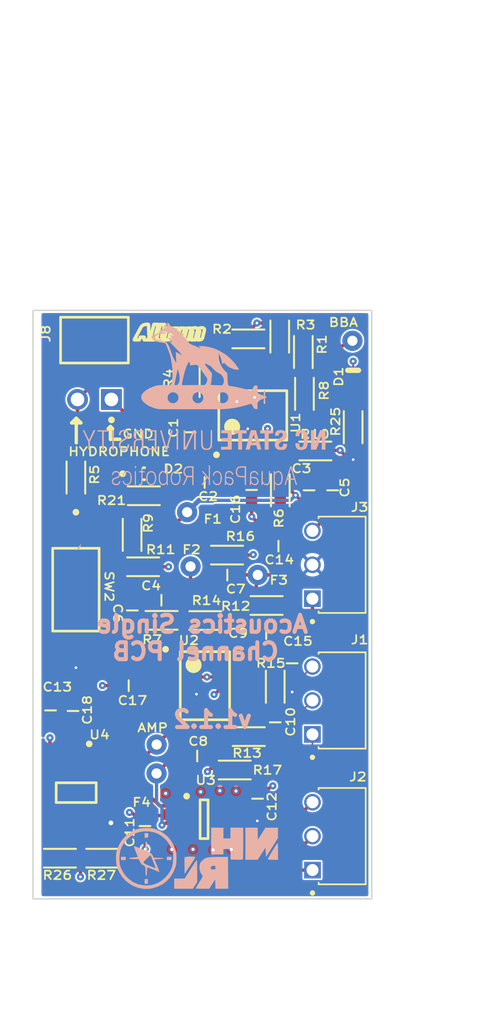
<source format=kicad_pcb>
(kicad_pcb (version 20221018) (generator pcbnew)
  (layers (0 "F.Cu" signal) (1 "In1.Cu" signal) (2 "In2.Cu" signal) (31 "B.Cu" signal) (34 "B.Paste" user) (35 "F.Paste" user) (36 "B.SilkS" user "B.Silkscreen") (37 "F.SilkS" user "F.Silkscreen") (38 "B.Mask" user) (39 "F.Mask" user) (44 "Edge.Cuts" user))
  (property "ADDRESS1" "ADDRESS 1")
  (property "ADDRESS2" "ADDRESS 2")
  (property "ADDRESS3" "ADDRESS 3")
  (property "ADDRESS4" "ADDRESS 4")
  (property "CHK_APP_DATE" "--/--/--")
  (property "DSN_APP_DATE" "--/--/--")
  (property "ENG_APP_DATE" "--/--/--")
  (property "ORGANIZATION" "ORGANIZATION")
  (property "SHEETTOTAL" "4")
  (net 0 "")
  (net 1 "VCC")
  (net 2 "GND")
  (net 3 "AGND")
  (net 4 "Net-(D1-A)")
  (net 5 "Net-(J2-Pad1)")
  (net 6 "Net-(U4-ADC_DOUT)")
  (net 7 "/Band Pass Filter/F2_Out")
  (net 8 "Net-(U2A-IN_A-)")
  (net 9 "/Sig_Out")
  (net 10 "/Band Pass Filter/F3_Out")
  (net 11 "Net-(U2D-IN_D-)")
  (net 12 "Net-(U2C-IN_C-)")
  (net 13 "/BufferBiasAmp/BBA_OUT")
  (net 14 "/Band Pass Filter/F1_In")
  (net 15 "/Band Pass Filter/F1_Out")
  (net 16 "/Band Pass Filter/F2_In")
  (net 17 "Net-(U1B-IN_B-)")
  (net 18 "/Band Pass Filter/F3_In")
  (net 19 "/Band Pass Filter/F4_In")
  (net 20 "/OutputAmplifier/Amp_Out")
  (net 21 "/BufferBiasAmp/BUF_OUT")
  (net 22 "Net-(U1A-IN_A+)")
  (net 23 "/BufferBiasAmp/BBAmp_IN")
  (net 24 "Net-(U1D-IN_D-)")
  (net 25 "Net-(U1C-IN_C-)")
  (net 26 "/BufferBiasAmp/BIAS_IN")
  (net 27 "Net-(D2-A)")
  (net 28 "Net-(R21-Pad2)")
  (net 29 "/BufferBiasAmp/BBA_IN")
  (net 30 "/Band Pass Filter/BPF_OUT")
  (net 31 "/OutputAmplifier/G0_out")
  (net 32 "/OutputAmplifier/G1_out")
  (net 33 "/OutputAmplifier/G2_out")
  (net 34 "Net-(U4-CLK)")
  (net 35 "Net-(U4-~{CS})")
  (footprint "AltiumImports:PW0014A_N" (layer "F.Cu") (at 152.02749 86.653575 90)
    (fp_text reference "U1")
    (fp_text value "OPA1604AIPWR" hide)
  )
  (footprint "AltiumImports:PW0014A_N" (layer "F.Cu") (at 148.43631 106.893845)
    (fp_text reference "U2")
    (fp_text value "OPA1604AIPWR" hide)
  )
  (footprint "AltiumImports:SMD-0603-RES" (layer "F.Cu") (at 145.18587 102.000635 90)
    (fp_text reference "R7")
    (fp_text value "41.2k" hide)
  )
  (footprint "AltiumImports:Probepoint" (layer "F.Cu") (at 147.10406 93.902005)
    (fp_text reference "")
    (fp_text value "")
  )
  (footprint "AltiumImports:SMD-0603C" (layer "F.Cu") (at 136.86185 108.742815)
    (fp_text reference "C13")
    (fp_text value "1µF" hide)
  )
  (footprint "AltiumImports:SMD-0603-RES" (layer "F.Cu") (at 138.7634 91.305635)
    (fp_text reference "R5")
    (fp_text value "4.7k" hide)
  )
  (footprint "AltiumImports:SMD-0603-RES" (layer "F.Cu") (at 151.71967 110.704375 -90)
    (fp_text reference "R13")
    (fp_text value "86.6k" hide)
  )
  (footprint "AltiumImports:FP-6_541-5056_01-4-MFG" (layer "F.Cu") (at 143.86825 91.021295)
    (fp_text reference "D2")
    (fp_text value "TLMP1100-GS08" hide)
  )
  (footprint "AltiumImports:SMD-0603-RES" (layer "F.Cu") (at 153.70806 106.970005)
    (fp_text reference "R15")
    (fp_text value "5.76k" hide)
  )
  (footprint "AltiumImports:SMD-0603C" (layer "F.Cu") (at 142.72167 106.890185 90)
    (fp_text reference "C17")
    (fp_text value "1µF" hide)
  )
  (footprint "AltiumImports:SMD-0603-RES" (layer "F.Cu") (at 143.85391 92.670045 -90)
    (fp_text reference "R21")
    (fp_text value "300" hide)
  )
  (footprint "AltiumImports:SMD-0603C" (layer "F.Cu") (at 148.41558 91.676535 90)
    (fp_text reference "C2")
    (fp_text value "5100pF" hide)
  )
  (footprint "AltiumImports:SMD-0603-RES" (layer "F.Cu") (at 156.71967 89.317815 -90)
    (fp_text reference "R10")
    (fp_text value "698" hide)
  )
  (footprint "AltiumImports:LT-TS8-8-TSOT-23_V" (layer "F.Cu") (at 148.37406 116.889005)
    (fp_text reference "U3")
    (fp_text value "LTC6910-3CTS8#TRPBF" hide)
  )
  (footprint "AltiumImports:SMD-0603C" (layer "F.Cu") (at 138.5499 108.787515)
    (fp_text reference "C18")
    (fp_text value "2.2µF" hide)
  )
  (footprint "AltiumImports:SMD-0603C" (layer "F.Cu") (at 147.85844 112.158055 -90)
    (fp_text reference "C8")
    (fp_text value "1000pF" hide)
  )
  (footprint "AltiumImports:SMD-0603C" (layer "F.Cu") (at 147.32141 87.916055)
    (fp_text reference "C1")
    (fp_text value "5100pF" hide)
  )
  (footprint "AltiumImports:SMD-0603-RES" (layer "F.Cu") (at 150.67306 113.206005 90)
    (fp_text reference "R17")
    (fp_text value "174" hide)
  )
  (footprint "AltiumImports:SMD-0603-RES" (layer "F.Cu") (at 137.56606 119.810005 -90)
    (fp_text reference "R26")
    (fp_text value "750" hide)
  )
  (footprint "AltiumImports:TE_87233-3" (layer "F.Cu") (at 156.49706 100.379005 90)
    (fp_text reference "J3")
    (fp_text value "87233-3" hide)
  )
  (footprint "AltiumImports:SMD-0603-RES" (layer "F.Cu") (at 140.74106 119.810005 90)
    (fp_text reference "R27")
    (fp_text value "1k" hide)
  )
  (footprint "AltiumImports:SMD-0603-RES" (layer "F.Cu") (at 154.04731 80.753095)
    (fp_text reference "R3")
    (fp_text value "1k" hide)
  )
  (footprint "AltiumImports:Omron_A6S-1104-PH_0" (layer "F.Cu") (at 138.7634 99.703435 180)
    (fp_text reference "SW2")
    (fp_text value "Switch_Omron_A6S-1104-PH_eec" hide)
  )
  (footprint "AltiumImports:Probepoint" (layer "F.Cu") (at 159.49585 81.065985)
    (fp_text reference "")
    (fp_text value "")
  )
  (footprint "AltiumImports:SMD-0603-RES" (layer "F.Cu") (at 159.55006 87.539005)
    (fp_text reference "R25")
    (fp_text value "300" hide)
  )
  (footprint "AltiumImports:SMD-0603C" (layer "F.Cu") (at 142.99154 101.260005)
    (fp_text reference "C6")
    (fp_text value "1000pF" hide)
  )
  (footprint "AltiumImports:Probepoint" (layer "F.Cu") (at 147.35806 97.966005)
    (fp_text reference "")
    (fp_text value "")
  )
  (footprint "AltiumImports:SMD-0603C" (layer "F.Cu") (at 143.94269 117.404235)
    (fp_text reference "C11")
    (fp_text value "1µF" hide)
  )
  (footprint "AltiumImports:SMD-0603-RES" (layer "F.Cu") (at 153.06006 100.887005 -90)
    (fp_text reference "R12")
    (fp_text value "165k" hide)
  )
  (footprint "AltiumImports:Probepoint" (layer "F.Cu") (at 144.81806 111.301005)
    (fp_text reference "")
    (fp_text value "")
  )
  (footprint "AltiumImports:SMD-0603-RES" (layer "F.Cu") (at 151.69665 80.924615 90)
    (fp_text reference "R2")
    (fp_text value "10k" hide)
  )
  (footprint "AltiumImports:SMD-0603-RES" (layer "F.Cu") (at 143.80319 97.988195 -90)
    (fp_text reference "R11")
    (fp_text value "536" hide)
  )
  (footprint "AltiumImports:SMD-0603-RES" (layer "F.Cu") (at 154.08729 92.261605 180)
    (fp_text reference "R6")
    (fp_text value "54.9k" hide)
  )
  (footprint "AltiumImports:SMD-0603C" (layer "F.Cu") (at 150.11634 98.610085 90)
    (fp_text reference "C7")
    (fp_text value "1000pF" hide)
  )
  (footprint "AltiumImports:SMD-0603-RES" (layer "F.Cu") (at 147.33909 84.081075 180)
    (fp_text reference "R4")
    (fp_text value "10k" hide)
  )
  (footprint "AltiumImports:SMD-0603-RES" (layer "F.Cu") (at 148.46994 102.013725 90)
    (fp_text reference "R14")
    (fp_text value "11k" hide)
  )
  (footprint "AltiumImports:SMD-0603C" (layer "F.Cu") (at 151.93516 92.236515 180)
    (fp_text reference "C16")
    (fp_text value "1µF" hide)
  )
  (footprint "AltiumImports:Probepoint" (layer "F.Cu") (at 144.80996 113.461855)
    (fp_text reference "")
    (fp_text value "")
  )
  (footprint "AltiumImports:TE_87233-3" (layer "F.Cu") (at 156.49706 110.539005 90)
    (fp_text reference "J1")
    (fp_text value "87233-3" hide)
  )
  (footprint "AltiumImports:SMD-0603-RES" (layer "F.Cu") (at 150.09621 97.114215 -90)
    (fp_text reference "R16")
    (fp_text value "332" hide)
  )
  (footprint "AltiumImports:SMD-0603-RES" (layer "F.Cu") (at 155.81529 81.908515)
    (fp_text reference "R1")
    (fp_text value "10k" hide)
  )
  (footprint "AltiumImports:SMD-0603C" (layer "F.Cu") (at 153.70806 109.637005 180)
    (fp_text reference "C10")
    (fp_text value "1000pF" hide)
  )
  (footprint "AltiumImports:SMD-0603-RES" (layer "F.Cu") (at 155.89899 85.038195)
    (fp_text reference "R8")
    (fp_text value "17.4k" hide)
  )
  (footprint "AltiumImports:SMD-0603C" (layer "F.Cu") (at 154.97806 105.218005)
    (fp_text reference "C15")
    (fp_text value "1µF" hide)
  )
  (footprint "AltiumImports:TE_87233-3" (layer "F.Cu") (at 156.50206 120.699005 90)
    (fp_text reference "J2")
    (fp_text value "87233-3" hide)
  )
  (footprint "AltiumImports:SMD-0603C" (layer "F.Cu") (at 156.24806 92.264005)
    (fp_text reference "C3")
    (fp_text value "1000pF" hide)
  )
  (footprint "AltiumImports:SMD-0603C" (layer "F.Cu") (at 152.38151 115.353945)
    (fp_text reference "C12")
    (fp_text value "0.10µF" hide)
  )
  (footprint "AltiumImports:SMD-0603C" (layer "F.Cu") (at 153.94906 96.442005 90)
    (fp_text reference "C14")
    (fp_text value "1µF" hide)
  )
  (footprint "AltiumImports:FP-MS8-8-05-08-1660-IPC_A" (layer "F.Cu") (at 138.7848 114.901815 -90)
    (fp_text reference "U4")
    (fp_text value "LTC1197LIMS8#PBF" hide)
  )
  (footprint "AltiumImports:VISH-TLMX1100_V" (layer "F.Cu") (at 159.55006 84.801345 90)
    (fp_text reference "D1")
    (fp_text value "TLMS1100-GS08" hide)
  )
  (footprint "AltiumImports:SMD-0603C" (layer "F.Cu") (at 158.01182 92.261605)
    (fp_text reference "C5")
    (fp_text value "1000pF" hide)
  )
  (footprint "AltiumImports:FP-22-05-3021-MFG" (layer "F.Cu") (at 140.15467 81.140265 180)
    (fp_text reference "J8")
    (fp_text value "22-05-3021" hide)
  )
  (footprint "AltiumImports:SMD-0603C" (layer "F.Cu") (at 153.03221 102.999515 90)
    (fp_text reference "C9")
    (fp_text value "1000pF" hide)
  )
  (footprint "AltiumImports:SMD-0603C" (layer "F.Cu") (at 145.1758 100.492295 90)
    (fp_text reference "C4")
    (fp_text value "1000pF" hide)
  )
  (footprint "AltiumImports:Probepoint" (layer "F.Cu") (at 152.39643 98.598235)
    (fp_text reference "")
    (fp_text value "")
  )
  (footprint "AltiumImports:SMD-0603-RES" (layer "F.Cu") (at 142.97699 95.600455)
    (fp_text reference "R9")
    (fp_text value "13k" hide)
  )
  (footprint "LOGO" (layer "B.Cu") (at 148.37406 86.028005 180)
    (fp_text reference "G***" hide)
    (fp_text value "LOGO" hide)
  )
  (footprint "LOGO" (layer "B.Cu") (at 150.02506 119.810005 180)
    (fp_text reference "G***" hide)
    (fp_text value "LOGO" hide)
  )
  (footprint "LOGO" (layer "B.Cu") (at 144.05606 119.810005 180)
    (fp_text reference "G***" hide)
    (fp_text value "LOGO" hide)
  )
  (gr_poly (pts (xy 139.27818 97.867295) (xy 139.29412 97.867295) (xy 139.29412 97.851355) (xy 139.27818 97.851355)) (fill solid) (layer "B.SilkS"))
  (gr_poly (pts (xy 138.84791 96.719915) (xy 138.87978 96.719915) (xy 138.87978 96.703975) (xy 138.91166 96.703975) (xy 138.91166 96.688035) (xy 138.94353 96.688035) (xy 138.94353 96.672105) (xy 138.99133 96.672105) (xy 138.99133 96.656165) (xy 139.02321 96.656165) (xy 139.02321 96.640235) (xy 139.05508 96.640235) (xy 139.05508 96.608355) (xy 139.07101 96.608355) (xy 139.07101 96.560555) (xy 139.08695 96.560555) (xy 139.08695 96.496805) (xy 139.10289 96.496805) (xy 139.10289 96.433065) (xy 139.11882 96.433065) (xy 139.11882 96.385255) (xy 139.13476 96.385255) (xy 139.13476 96.321515) (xy 139.15069 96.321515) (xy 139.15069 96.273705) (xy 139.13476 96.273705) (xy 139.13476 96.305575) (xy 139.11882 96.305575) (xy 139.11882 96.321515) (xy 139.10289 96.321515) (xy 139.10289 96.337455) (xy 139.08695 96.337455) (xy 139.08695 96.353385) (xy 139.07101 96.353385) (xy 139.07101 96.369325) (xy 139.05508 96.369325) (xy 139.05508 96.401195) (xy 139.03914 96.401195) (xy 139.03914 96.417135) (xy 139.02321 96.417135) (xy 139.02321 96.433065) (xy 139.00727 96.433065) (xy 139.00727 96.449005) (xy 138.99133 96.449005) (xy 138.99133 96.480875) (xy 138.9754 96.480875) (xy 138.9754 96.496805) (xy 138.95946 96.496805) (xy 138.95946 96.512745) (xy 138.94353 96.512745) (xy 138.94353 96.528675) (xy 138.92759 96.528675) (xy 138.92759 96.544615) (xy 138.91166 96.544615) (xy 138.91166 96.576485) (xy 138.89572 96.576485) (xy 138.89572 96.592425) (xy 138.87978 96.592425) (xy 138.87978 96.608355) (xy 138.86385 96.608355) (xy 138.86385 96.624295) (xy 138.84791 96.624295) (xy 138.84791 96.656165) (xy 138.83198 96.656165) (xy 138.83198 96.672105) (xy 138.81604 96.672105) (xy 138.81604 96.688035) (xy 138.8001 96.688035) (xy 138.8001 96.703975) (xy 138.78417 96.703975) (xy 138.78417 96.719915) (xy 138.76823 96.719915) (xy 138.76823 96.751785) (xy 138.8001 96.751785) (xy 138.8001 96.735845) (xy 138.83198 96.735845) (xy 138.83198 96.719915)) (fill solid) (layer "B.SilkS"))
  (gr_line (start 138.79211 88.704145) (end 138.79211 86.862665) (stroke (width 0.254)) (layer "F.SilkS"))
  (gr_poly (pts (xy 144.1097 79.836505) (xy 144.11646 79.836505) (xy 144.11646 79.843265) (xy 144.12323 79.843265) (xy 144.12323 79.836505) (xy 144.14351 79.836505) (xy 144.14351 79.843265) (xy 144.15027 79.843265) (xy 144.15027 79.836505) (xy 144.17056 79.836505) (xy 144.17056 79.843265) (xy 144.17733 79.843265) (xy 144.17733 79.836505) (xy 144.19761 79.836505) (xy 144.19761 79.843265) (xy 144.20437 79.843265) (xy 144.20437 79.850035) (xy 144.20437 79.856795) (xy 144.20437 79.863555) (xy 144.20437 79.870315) (xy 144.20437 79.877085) (xy 144.21114 79.877085) (xy 144.21114 79.883845) (xy 144.20437 79.883845) (xy 144.20437 79.890605) (xy 144.21114 79.890605) (xy 144.21114 79.897365) (xy 144.20437 79.897365) (xy 144.20437 79.904135) (xy 144.21114 79.904135) (xy 144.21114 79.910895) (xy 144.20437 79.910895) (xy 144.20437 79.917655) (xy 144.21114 79.917655) (xy 144.21114 79.924415) (xy 144.21114 79.931185) (xy 144.21114 79.937945) (xy 144.21114 79.944705) (xy 144.21114 79.951465) (xy 144.21114 79.958225) (xy 144.21114 79.964995) (xy 144.2179 79.964995) (xy 144.2179 79.971755) (xy 144.21114 79.971755) (xy 144.21114 79.978515) (xy 144.21114 79.985275) (xy 144.21114 79.992035) (xy 144.2179 79.992035) (xy 144.2179 79.998805) (xy 144.21114 79.998805) (xy 144.21114 80.005565) (xy 144.21114 80.012325) (xy 144.21114 80.019095) (xy 144.2179 80.019095) (xy 144.2179 80.025855) (xy 144.21114 80.025855) (xy 144.21114 80.032615) (xy 144.2179 80.032615) (xy 144.2179 80.039375) (xy 144.21114 80.039375) (xy 144.21114 80.046135) (xy 144.2179 80.046135) (xy 144.2179 80.052905) (xy 144.21114 80.052905) (xy 144.21114 80.059665) (xy 144.2179 80.059665) (xy 144.2179 80.066425) (xy 144.21114 80.066425) (xy 144.21114 80.073185) (xy 144.2179 80.073185) (xy 144.2179 80.079945) (xy 144.21114 80.079945) (xy 144.21114 80.086715) (xy 144.2179 80.086715) (xy 144.2179 80.093475) (xy 144.21114 80.093475) (xy 144.21114 80.100235) (xy 144.2179 80.100235) (xy 144.2179 80.107005) (xy 144.21114 80.107005) (xy 144.21114 80.113765) (xy 144.2179 80.113765) (xy 144.2179 80.120525) (xy 144.21114 80.120525) (xy 144.21114 80.127285) (xy 144.2179 80.127285) (xy 144.2179 80.134045) (xy 144.2179 80.140815) (xy 144.2179 80.147575) (xy 144.21114 80.147575) (xy 144.21114 80.154335) (xy 144.2179 80.154335) (xy 144.2179 80.161095) (xy 144.2179 80.167865) (xy 144.2179 80.174625) (xy 144.21114 80.174625) (xy 144.21114 80.181385) (xy 144.2179 80.181385) (xy 144.2179 80.188145) (xy 144.2179 80.194905) (xy 144.2179 80.201675) (xy 144.21114 80.201675) (xy 144.21114 80.208435) (xy 144.2179 80.208435) (xy 144.2179 80.215195) (xy 144.22466 80.215195) (xy 144.22466 80.221965) (xy 144.2179 80.221965) (xy 144.2179 80.228725) (xy 144.2179 80.235485) (xy 144.2179 80.242245) (xy 144.22466 80.242245) (xy 144.22466 80.249005) (xy 144.2179 80.249005) (xy 144.2179 80.255775) (xy 144.22466 80.255775) (xy 144.22466 80.262535) (xy 144.22466 80.269295) (xy 144.22466 80.276055) (xy 144.2179 80.276055) (xy 144.2179 80.282815) (xy 144.22466 80.282815) (xy 144.22466 80.289585) (xy 144.22466 80.296345) (xy 144.22466 80.303105) (xy 144.2179 80.303105) (xy 144.2179 80.309875) (xy 144.22466 80.309875) (xy 144.22466 80.316635) (xy 144.22466 80.323395) (xy 144.22466 80.330155) (xy 144.23142 80.330155) (xy 144.23142 80.336915) (xy 144.22466 80.336915) (xy 144.22466 80.343685) (xy 144.22466 80.350445) (xy 144.22466 80.357205) (xy 144.23142 80.357205) (xy 144.23142 80.363965) (xy 144.22466 80.363965) (xy 144.22466 80.370735) (xy 144.23142 80.370735) (xy 144.23142 80.377495) (xy 144.22466 80.377495) (xy 144.22466 80.384255) (xy 144.23142 80.384255) (xy 144.23142 80.391015) (xy 144.22466 80.391015) (xy 144.22466 80.397775) (xy 144.23142 80.397775) (xy 144.23142 80.404545) (xy 144.22466 80.404545) (xy 144.22466 80.411305) (xy 144.23142 80.411305) (xy 144.23142 80.418065) (xy 144.22466 80.418065) (xy 144.22466 80.424835) (xy 144.23142 80.424835) (xy 144.23142 80.431595) (xy 144.22466 80.431595) (xy 144.22466 80.438355) (xy 144.23142 80.438355) (xy 144.23142 80.445115) (xy 144.22466 80.445115) (xy 144.22466 80.451875) (xy 144.23142 80.451875) (xy 144.23142 80.458645) (xy 144.22466 80.458645) (xy 144.22466 80.465405) (xy 144.23142 80.465405) (xy 144.23142 80.472165) (xy 144.22466 80.472165) (xy 144.22466 80.478925) (xy 144.23142 80.478925) (xy 144.23142 80.485685) (xy 144.22466 80.485685) (xy 144.22466 80.492455) (xy 144.23142 80.492455) (xy 144.23142 80.499215) (xy 144.22466 80.499215) (xy 144.22466 80.505975) (xy 144.23142 80.505975) (xy 144.23142 80.512735) (xy 144.22466 80.512735) (xy 144.22466 80.519505) (xy 144.23142 80.519505) (xy 144.23142 80.526265) (xy 144.23142 80.533025) (xy 144.23142 80.539785) (xy 144.23142 80.546545) (xy 144.23142 80.553315) (xy 144.23142 80.560075) (xy 144.23142 80.566835) (xy 144.23142 80.573605) (xy 144.23142 80.580365) (xy 144.23142 80.587125) (xy 144.23142 80.593885) (xy 144.23818 80.593885) (xy 144.23818 80.600645) (xy 144.23142 80.600645) (xy 144.23142 80.607415) (xy 144.23818 80.607415) (xy 144.23818 80.614175) (xy 144.23142 80.614175) (xy 144.23142 80.620935) (xy 144.23818 80.620935) (xy 144.23818 80.627695) (xy 144.23142 80.627695) (xy 144.23142 80.634465) (xy 144.23818 80.634465) (xy 144.23818 80.641225) (xy 144.23818 80.647985) (xy 144.23818 80.654745) (xy 144.23818 80.661515) (xy 144.23818 80.668275) (xy 144.23818 80.675035) (xy 144.23818 80.681795) (xy 144.23818 80.688555) (xy 144.23818 80.695325) (xy 144.24495 80.695325) (xy 144.24495 80.702085) (xy 144.23818 80.702085) (xy 144.23818 80.708845) (xy 144.23818 80.715605) (xy 144.23818 80.722375) (xy 144.24495 80.722375) (xy 144.24495 80.729135) (xy 144.23818 80.729135) (xy 144.23818 80.735895) (xy 144.24495 80.735895) (xy 144.24495 80.742655) (xy 144.23818 80.742655) (xy 144.23818 80.749415) (xy 144.24495 80.749415) (xy 144.24495 80.756185) (xy 144.23818 80.756185) (xy 144.23818 80.762945) (xy 144.24495 80.762945) (xy 144.24495 80.769705) (xy 144.23818 80.769705) (xy 144.23818 80.776475) (xy 144.24495 80.776475) (xy 144.24495 80.783235) (xy 144.23818 80.783235) (xy 144.23818 80.789995) (xy 144.24495 80.789995) (xy 144.24495 80.796755) (xy 144.23818 80.796755) (xy 144.23818 80.803515) (xy 144.24495 80.803515) (xy 144.24495 80.810285) (xy 144.23818 80.810285) (xy 144.23818 80.817045) (xy 144.24495 80.817045) (xy 144.24495 80.823805) (xy 144.23818 80.823805) (xy 144.23818 80.830565) (xy 144.24495 80.830565) (xy 144.24495 80.837335) (xy 144.23818 80.837335) (xy 144.23818 80.844095) (xy 144.24495 80.844095) (xy 144.24495 80.850855) (xy 144.23818 80.850855) (xy 144.23818 80.857615) (xy 144.24495 80.857615) (xy 144.24495 80.864385) (xy 144.24495 80.871145) (xy 144.24495 80.877905) (xy 144.23818 80.877905) (xy 144.23818 80.884665) (xy 144.24495 80.884665) (xy 144.24495 80.891425) (xy 144.24495 80.898195) (xy 144.24495 80.904955) (xy 144.24495 80.911715) (xy 144.24495 80.918475) (xy 144.24495 80.925245) (xy 144.24495 80.932005) (xy 144.24495 80.938765) (xy 144.24495 80.945525) (xy 144.25171 80.945525) (xy 144.25171 80.952285) (xy 144.24495 80.952285) (xy 144.24495 80.959055) (xy 144.25171 80.959055) (xy 144.25171 80.965815) (xy 144.24495 80.965815) (xy 144.24495 80.972575) (xy 144.25171 80.972575) (xy 144.25171 80.979345) (xy 144.24495 80.979345) (xy 144.24495 80.986105) (xy 144.25171 80.986105) (xy 144.25171 80.992865) (xy 144.24495 80.992865) (xy 144.24495 80.986105) (xy 144.23818 80.986105) (xy 144.23818 80.992865) (xy 144.24495 80.992865) (xy 144.24495 80.999625) (xy 144.23818 80.999625) (xy 144.23818 80.992865) (xy 144.2179 80.992865) (xy 144.2179 80.986105) (xy 144.21114 80.986105) (xy 144.21114 80.992865) (xy 144.2179 80.992865) (xy 144.2179 80.999625) (xy 144.21114 80.999625) (xy 144.21114 80.992865) (xy 144.19085 80.992865) (xy 144.19085 80.986105) (xy 144.18409 80.986105) (xy 144.18409 80.992865) (xy 144.19085 80.992865) (xy 144.19085 80.999625) (xy 144.18409 80.999625) (xy 144.18409 80.992865) (xy 144.1638 80.992865) (xy 144.1638 80.986105) (xy 144.15704 80.986105) (xy 144.15704 80.992865) (xy 144.1638 80.992865) (xy 144.1638 80.999625) (xy 144.15704 80.999625) (xy 144.15704 80.992865) (xy 144.13675 80.992865) (xy 144.13675 80.986105) (xy 144.12999 80.986105) (xy 144.12999 80.992865) (xy 144.13675 80.992865) (xy 144.13675 80.999625) (xy 144.12999 80.999625) (xy 144.12999 80.992865) (xy 144.1097 80.992865) (xy 144.1097 80.986105) (xy 144.10294 80.986105) (xy 144.10294 80.992865) (xy 144.1097 80.992865) (xy 144.1097 80.999625) (xy 144.10294 80.999625) (xy 144.10294 80.992865) (xy 144.08265 80.992865) (xy 144.08265 80.986105) (xy 144.07589 80.986105) (xy 144.07589 80.992865) (xy 144.08265 80.992865) (xy 144.08265 80.999625) (xy 144.07589 80.999625) (xy 144.07589 80.992865) (xy 144.0556 80.992865) (xy 144.0556 80.986105) (xy 144.04884 80.986105) (xy 144.04884 80.992865) (xy 144.0556 80.992865) (xy 144.0556 80.999625) (xy 144.04884 80.999625) (xy 144.04884 80.992865) (xy 144.02855 80.992865) (xy 144.02855 80.986105) (xy 144.02179 80.986105) (xy 144.02179 80.992865) (xy 144.02855 80.992865) (xy 144.02855 80.999625) (xy 144.02179 80.999625) (xy 144.02179 80.992865) (xy 144.0015 80.992865) (xy 144.0015 80.986105) (xy 143.99474 80.986105) (xy 143.99474 80.992865) (xy 144.0015 80.992865) (xy 144.0015 80.999625) (xy 143.99474 80.999625) (xy 143.99474 80.992865) (xy 143.97446 80.992865) (xy 143.97446 80.986105) (xy 143.96769 80.986105) (xy 143.96769 80.992865) (xy 143.97446 80.992865) (xy 143.97446 80.999625) (xy 143.96769 80.999625) (xy 143.96769 80.992865) (xy 143.9474 80.992865) (xy 143.9474 80.986105) (xy 143.94064 80.986105) (xy 143.94064 80.992865) (xy 143.9474 80.992865) (xy 143.9474 80.999625) (xy 143.94064 80.999625) (xy 143.94064 80.992865) (xy 143.92036 80.992865) (xy 143.92036 80.986105) (xy 143.91359 80.986105) (xy 143.91359 80.992865) (xy 143.92036 80.992865) (xy 143.92036 80.999625) (xy 143.91359 80.999625) (xy 143.91359 80.992865) (xy 143.89331 80.992865) (xy 143.89331 80.986105) (xy 143.88655 80.986105) (xy 143.88655 80.992865) (xy 143.89331 80.992865) (xy 143.89331 80.999625) (xy 143.88655 80.999625) (xy 143.88655 80.992865) (xy 143.87978 80.992865) (xy 143.87978 80.986105) (xy 143.87302 80.986105) (xy 143.87302 80.979345) (xy 143.87978 80.979345) (xy 143.87978 80.972575) (xy 143.87302 80.972575) (xy 143.87302 80.965815) (xy 143.87978 80.965815) (xy 143.87978 80.959055) (xy 143.87302 80.959055) (xy 143.87302 80.952285) (xy 143.87978 80.952285) (xy 143.87978 80.945525) (xy 143.87302 80.945525) (xy 143.87302 80.938765) (xy 143.87978 80.938765) (xy 143.87978 80.932005) (xy 143.87302 80.932005) (xy 143.87302 80.925245) (xy 143.87978 80.925245) (xy 143.87978 80.918475) (xy 143.87302 80.918475) (xy 143.87302 80.911715) (xy 143.87978 80.911715) (xy 143.87978 80.904955) (xy 143.87302 80.904955) (xy 143.87302 80.898195) (xy 143.87978 80.898195) (xy 143.87978 80.891425) (xy 143.87302 80.891425) (xy 143.87302 80.884665) (xy 143.87978 80.884665) (xy 143.87978 80.877905) (xy 143.87302 80.877905) (xy 143.87302 80.871145) (xy 143.87978 80.871145) (xy 143.87978 80.864385) (xy 143.87978 80.857615) (xy 143.87978 80.850855) (xy 143.87978 80.844095) (xy 143.87978 80.837335) (xy 143.87978 80.830565) (xy 143.87978 80.823805) (xy 143.87978 80.817045) (xy 143.87978 80.810285) (xy 143.88655 80.810285) (xy 143.88655 80.803515) (xy 143.87978 80.803515) (xy 143.87978 80.796755) (xy 143.87302 80.796755) (xy 143.87302 80.789995) (xy 143.86626 80.789995) (xy 143.86626 80.796755) (xy 143.85949 80.796755) (xy 143.85949 80.789995) (xy 143.85273 80.789995) (xy 143.85273 80.796755) (xy 143.84597 80.796755) (xy 143.84597 80.789995) (xy 143.83921 80.789995) (xy 143.83921 80.796755) (xy 143.83245 80.796755) (xy 143.83245 80.789995) (xy 143.82568 80.789995) (xy 143.82568 80.796755) (xy 143.81892 80.796755) (xy 143.81892 80.789995) (xy 143.81216 80.789995) (xy 143.81216 80.796755) (xy 143.8054 80.796755) (xy 143.8054 80.789995) (xy 143.79863 80.789995) (xy 143.79863 80.796755) (xy 143.79187 80.796755) (xy 143.79187 80.789995) (xy 143.78511 80.789995) (xy 143.78511 80.796755) (xy 143.77835 80.796755) (xy 143.77835 80.789995) (xy 143.77159 80.789995) (xy 143.77159 80.796755) (xy 143.76482 80.796755) (xy 143.76482 80.789995) (xy 143.75806 80.789995) (xy 143.75806 80.796755) (xy 143.7513 80.796755) (xy 143.7513 80.789995) (xy 143.74453 80.789995) (xy 143.74453 80.796755) (xy 143.73777 80.796755) (xy 143.73777 80.789995) (xy 143.73101 80.789995) (xy 143.73101 80.796755) (xy 143.72425 80.796755) (xy 143.72425 80.789995) (xy 143.71749 80.789995) (xy 143.71749 80.796755) (xy 143.71072 80.796755) (xy 143.71072 80.789995) (xy 143.70396 80.789995) (xy 143.70396 80.796755) (xy 143.6972 80.796755) (xy 143.6972 80.789995) (xy 143.69044 80.789995) (xy 143.69044 80.796755) (xy 143.68367 80.796755) (xy 143.68367 80.789995) (xy 143.67691 80.789995) (xy 143.67691 80.796755) (xy 143.67015 80.796755) (xy 143.67015 80.789995) (xy 143.66339 80.789995) (xy 143.66339 80.796755) (xy 143.65663 80.796755) (xy 143.65663 80.789995) (xy 143.64986 80.789995) (xy 143.64986 80.796755) (xy 143.6431 80.796755) (xy 143.6431 80.789995) (xy 143.63634 80.789995) (xy 143.63634 80.796755) (xy 143.62958 80.796755) (xy 143.62958 80.789995) (xy 143.62282 80.789995) (xy 143.62282 80.796755) (xy 143.61605 80.796755) (xy 143.61605 80.789995) (xy 143.60929 80.789995) (xy 143.60929 80.796755) (xy 143.59576 80.796755) (xy 143.59576 80.803515) (xy 143.59576 80.810285) (xy 143.589 80.810285) (xy 143.589 80.817045) (xy 143.589 80.823805) (xy 143.589 80.830565) (xy 143.58224 80.830565) (xy 143.58224 80.837335) (xy 143.57548 80.837335) (xy 143.57548 80.844095) (xy 143.58224 80.844095) (xy 143.58224 80.850855) (xy 143.57548 80.850855) (xy 143.57548 80.857615) (xy 143.56872 80.857615) (xy 143.56872 80.864385) (xy 143.56872 80.871145) (xy 143.56872 80.877905) (xy 143.56195 80.877905) (xy 143.56195 80.884665) (xy 143.55519 80.884665) (xy 143.55519 80.891425) (xy 143.55519 80.898195) (xy 143.55519 80.904955) (xy 143.54843 80.904955) (xy 143.54843 80.911715) (xy 143.54843 80.918475) (xy 143.54843 80.925245) (xy 143.54167 80.925245) (xy 143.54167 80.932005) (xy 143.5349 80.932005) (xy 143.5349 80.938765) (xy 143.54167 80.938765) (xy 143.54167 80.945525) (xy 143.5349 80.945525) (xy 143.5349 80.952285) (xy 143.52814 80.952285) (xy 143.52814 80.959055) (xy 143.52138 80.959055) (xy 143.52138 80.965815) (xy 143.52814 80.965815) (xy 143.52814 80.972575) (xy 143.52138 80.972575) (xy 143.52138 80.979345) (xy 143.51462 80.979345) (xy 143.51462 80.986105) (xy 143.50785 80.986105) (xy 143.50785 80.992865) (xy 143.51462 80.992865) (xy 143.51462 80.999625) (xy 143.50785 80.999625) (xy 143.50785 80.992865) (xy 143.48757 80.992865) (xy 143.48757 80.986105) (xy 143.4808 80.986105) (xy 143.4808 80.992865) (xy 143.48757 80.992865) (xy 143.48757 80.999625) (xy 143.4808 80.999625) (xy 143.4808 80.992865) (xy 143.46052 80.992865) (xy 143.46052 80.986105) (xy 143.45376 80.986105) (xy 143.45376 80.992865) (xy 143.46052 80.992865) (xy 143.46052 80.999625) (xy 143.45376 80.999625) (xy 143.45376 80.992865) (xy 143.43347 80.992865) (xy 143.43347 80.986105) (xy 143.42671 80.986105) (xy 143.42671 80.992865) (xy 143.43347 80.992865) (xy 143.43347 80.999625) (xy 143.42671 80.999625) (xy 143.42671 80.992865) (xy 143.40642 80.992865) (xy 143.40642 80.986105) (xy 143.39966 80.986105) (xy 143.39966 80.992865) (xy 143.40642 80.992865) (xy 143.40642 80.999625) (xy 143.39966 80.999625) (xy 143.39966 80.992865) (xy 143.37937 80.992865) (xy 143.37937 80.986105) (xy 143.37261 80.986105) (xy 143.37261 80.992865) (xy 143.37937 80.992865) (xy 143.37937 80.999625) (xy 143.37261 80.999625) (xy 143.37261 80.992865) (xy 143.35232 80.992865) (xy 143.35232 80.986105) (xy 143.34556 80.986105) (xy 143.34556 80.992865) (xy 143.35232 80.992865) (xy 143.35232 80.999625) (xy 143.34556 80.999625) (xy 143.34556 80.992865) (xy 143.32527 80.992865) (xy 143.32527 80.986105) (xy 143.31851 80.986105) (xy 143.31851 80.992865) (xy 143.32527 80.992865) (xy 143.32527 80.999625) (xy 143.31851 80.999625) (xy 143.31851 80.992865) (xy 143.29822 80.992865) (xy 143.29822 80.986105) (xy 143.29146 80.986105) (xy 143.29146 80.992865) (xy 143.29822 80.992865) (xy 143.29822 80.999625) (xy 143.29146 80.999625) (xy 143.29146 80.992865) (xy 143.27117 80.992865) (xy 143.27117 80.986105) (xy 143.26441 80.986105) (xy 143.26441 80.992865) (xy 143.27117 80.992865) (xy 143.27117 80.999625) (xy 143.26441 80.999625) (xy 143.26441 80.992865) (xy 143.24412 80.992865) (xy 143.24412 80.986105) (xy 143.23736 80.986105) (xy 143.23736 80.992865) (xy 143.24412 80.992865) (xy 143.24412 80.999625) (xy 143.23736 80.999625) (xy 143.23736 80.992865) (xy 143.21708 80.992865) (xy 143.21708 80.986105) (xy 143.21031 80.986105) (xy 143.21031 80.992865) (xy 143.21708 80.992865) (xy 143.21708 80.999625) (xy 143.21031 80.999625) (xy 143.21031 80.992865) (xy 143.19002 80.992865) (xy 143.19002 80.986105) (xy 143.18326 80.986105) (xy 143.18326 80.992865) (xy 143.19002 80.992865) (xy 143.19002 80.999625) (xy 143.18326 80.999625) (xy 143.18326 80.992865) (xy 143.16298 80.992865) (xy 143.16298 80.986105) (xy 143.15621 80.986105) (xy 143.15621 80.992865) (xy 143.16298 80.992865) (xy 143.16298 80.999625) (xy 143.15621 80.999625) (xy 143.15621 80.992865) (xy 143.14269 80.992865) (xy 143.14269 80.986105) (xy 143.14269 80.979345) (xy 143.14945 80.979345) (xy 143.14945 80.972575) (xy 143.14945 80.965815) (xy 143.14945 80.959055) (xy 143.15621 80.959055) (xy 143.15621 80.952285) (xy 143.16298 80.952285) (xy 143.16298 80.945525) (xy 143.15621 80.945525) (xy 143.15621 80.938765) (xy 143.16974 80.938765) (xy 143.16974 80.932005) (xy 143.16974 80.925245) (xy 143.1765 80.925245) (xy 143.1765 80.918475) (xy 143.18326 80.918475) (xy 143.18326 80.911715) (xy 143.19002 80.911715) (xy 143.19002 80.904955) (xy 143.18326 80.904955) (xy 143.18326 80.898195) (xy 143.19002 80.898195) (xy 143.19002 80.891425) (xy 143.19679 80.891425) (xy 143.19679 80.884665) (xy 143.19679 80.877905) (xy 143.19679 80.871145) (xy 143.20355 80.871145) (xy 143.20355 80.864385) (xy 143.21031 80.864385) (xy 143.21031 80.857615) (xy 143.21708 80.857615) (xy 143.21708 80.850855) (xy 143.21031 80.850855) (xy 143.21031 80.844095) (xy 143.21708 80.844095) (xy 143.21708 80.837335) (xy 143.22384 80.837335) (xy 143.22384 80.830565) (xy 143.2306 80.830565) (xy 143.2306 80.823805) (xy 143.22384 80.823805) (xy 143.22384 80.817045) (xy 143.2306 80.817045) (xy 143.2306 80.810285) (xy 143.23736 80.810285) (xy 143.23736 80.803515) (xy 143.24412 80.803515) (xy 143.24412 80.796755) (xy 143.24412 80.789995) (xy 143.24412 80.783235) (xy 143.25089 80.783235) (xy 143.25089 80.776475) (xy 143.25765 80.776475) (xy 143.25765 80.769705) (xy 143.25765 80.762945) (xy 143.26441 80.762945) (xy 143.26441 80.756185) (xy 143.26441 80.749415) (xy 143.27117 80.749415) (xy 143.27117 80.742655) (xy 143.27793 80.742655) (xy 143.27793 80.735895) (xy 143.27793 80.729135) (xy 143.27793 80.722375) (xy 143.2847 80.722375) (xy 143.2847 80.715605) (xy 143.29146 80.715605) (xy 143.29146 80.708845) (xy 143.29146 80.702085) (xy 143.29146 80.695325) (xy 143.29822 80.695325) (xy 143.29822 80.688555) (xy 143.30499 80.688555) (xy 143.30499 80.681795) (xy 143.31175 80.681795) (xy 143.31175 80.675035) (xy 143.30499 80.675035) (xy 143.30499 80.668275) (xy 143.31175 80.668275) (xy 143.31175 80.661515) (xy 143.31851 80.661515) (xy 143.31851 80.654745) (xy 143.32527 80.654745) (xy 143.32527 80.647985) (xy 143.31851 80.647985) (xy 143.31851 80.641225) (xy 143.32527 80.641225) (xy 143.32527 80.634465) (xy 143.33203 80.634465) (xy 143.33203 80.627695) (xy 143.3388 80.627695) (xy 143.3388 80.620935) (xy 143.3388 80.614175) (xy 143.3388 80.607415) (xy 143.34556 80.607415) (xy 143.34556 80.600645) (xy 143.35232 80.600645) (xy 143.35232 80.593885) (xy 143.34556 80.593885) (xy 143.34556 80.587125) (xy 143.35908 80.587125) (xy 143.35908 80.580365) (xy 143.35908 80.573605) (xy 143.36585 80.573605) (xy 143.36585 80.566835) (xy 143.37261 80.566835) (xy 143.37261 80.560075) (xy 143.37937 80.560075) (xy 143.37937 80.553315) (xy 143.37261 80.553315) (xy 143.37261 80.546545) (xy 143.37937 80.546545) (xy 143.37937 80.539785) (xy 143.38613 80.539785) (xy 143.38613 80.533025) (xy 143.38613 80.526265) (xy 143.38613 80.519505) (xy 143.39289 80.519505) (xy 143.39289 80.512735) (xy 143.39966 80.512735) (xy 143.39966 80.505975) (xy 143.40642 80.505975) (xy 143.40642 80.499215) (xy 143.39966 80.499215) (xy 143.39966 80.492455) (xy 143.40642 80.492455) (xy 143.40642 80.485685) (xy 143.41318 80.485685) (xy 143.41318 80.478925) (xy 143.41995 80.478925) (xy 143.41995 80.472165) (xy 143.41318 80.472165) (xy 143.41318 80.465405) (xy 143.41995 80.465405) (xy 143.41995 80.458645) (xy 143.42671 80.458645) (xy 143.42671 80.451875) (xy 143.43347 80.451875) (xy 143.43347 80.445115) (xy 143.43347 80.438355) (xy 143.43347 80.431595) (xy 143.44023 80.431595) (xy 143.44023 80.424835) (xy 143.44699 80.424835) (xy 143.44699 80.418065) (xy 143.44699 80.411305) (xy 143.45376 80.411305) (xy 143.45376 80.404545) (xy 143.45376 80.397775) (xy 143.46052 80.397775) (xy 143.46052 80.391015) (xy 143.46052 80.384255) (xy 143.46728 80.384255) (xy 143.46728 80.377495) (xy 143.46728 80.370735) (xy 143.47404 80.370735) (xy 143.47404 80.363965) (xy 143.4808 80.363965) (xy 143.4808 80.357205) (xy 143.4808 80.350445) (xy 143.4808 80.343685) (xy 143.48757 80.343685) (xy 143.48757 80.336915) (xy 143.49433 80.336915) (xy 143.49433 80.330155) (xy 143.50109 80.330155) (xy 143.50109 80.323395) (xy 143.49433 80.323395) (xy 143.49433 80.316635) (xy 143.50109 80.316635) (xy 143.50109 80.309875) (xy 143.50785 80.309875) (xy 143.50785 80.303105) (xy 143.51462 80.303105) (xy 143.51462 80.296345) (xy 143.50785 80.296345) (xy 143.50785 80.289585) (xy 143.51462 80.289585) (xy 143.51462 80.282815) (xy 143.52138 80.282815) (xy 143.52138 80.276055) (xy 143.52814 80.276055) (xy 143.52814 80.269295) (xy 143.52814 80.262535) (xy 143.52814 80.255775) (xy 143.5349 80.255775) (xy 143.5349 80.249005) (xy 143.54167 80.249005) (xy 143.54167 80.242245) (xy 143.5349 80.242245) (xy 143.5349 80.235485) (xy 143.54843 80.235485) (xy 143.54843 80.228725) (xy 143.54843 80.221965) (xy 143.55519 80.221965) (xy 143.55519 80.215195) (xy 143.55519 80.208435) (xy 143.56872 80.208435) (xy 143.56872 80.201675) (xy 143.56195 80.201675) (xy 143.56195 80.194905) (xy 143.56872 80.194905) (xy 143.56872 80.188145) (xy 143.56872 80.181385) (xy 143.57548 80.181385) (xy 143.57548 80.174625) (xy 143.57548 80.167865) (xy 143.58224 80.167865) (xy 143.58224 80.161095) (xy 143.589 80.161095) (xy 143.589 80.154335) (xy 143.59576 80.154335) (xy 143.59576 80.147575) (xy 143.589 80.147575) (xy 143.589 80.140815) (xy 143.59576 80.140815) (xy 143.59576 80.134045) (xy 143.60253 80.134045) (xy 143.60253 80.127285) (xy 143.60929 80.127285) (xy 143.60929 80.120525) (xy 143.60253 80.120525) (xy 143.60253 80.113765) (xy 143.60929 80.113765) (xy 143.60929 80.107005) (xy 143.61605 80.107005) (xy 143.61605 80.100235) (xy 143.62282 80.100235) (xy 143.62282 80.093475) (xy 143.62282 80.086715) (xy 143.62282 80.079945) (xy 143.62958 80.079945) (xy 143.62958 80.073185) (xy 143.63634 80.073185) (xy 143.63634 80.066425) (xy 143.63634 80.059665) (xy 143.6431 80.059665) (xy 143.6431 80.052905) (xy 143.6431 80.046135) (xy 143.64986 80.046135) (xy 143.64986 80.039375) (xy 143.65663 80.039375) (xy 143.65663 80.032615) (xy 143.66339 80.032615) (xy 143.66339 80.025855) (xy 143.66339 80.019095) (xy 143.67015 80.019095) (xy 143.67015 80.012325) (xy 143.67015 80.005565) (xy 143.67691 80.005565) (xy 143.67691 79.998805) (xy 143.68367 79.998805) (xy 143.68367 79.992035) (xy 143.69044 79.992035) (xy 143.69044 79.985275) (xy 143.6972 79.985275) (xy 143.6972 79.978515) (xy 143.70396 79.978515) (xy 143.70396 79.971755) (xy 143.71072 79.971755) (xy 143.71072 79.964995) (xy 143.71749 79.964995) (xy 143.71749 79.958225) (xy 143.72425 79.958225) (xy 143.72425 79.951465) (xy 143.73101 79.951465) (xy 143.73101 79.944705) (xy 143.73777 79.944705) (xy 143.73777 79.937945) (xy 143.74453 79.937945) (xy 143.74453 79.931185) (xy 143.7513 79.931185) (xy 143.7513 79.924415) (xy 143.77159 79.924415) (xy 143.77159 79.917655) (xy 143.77835 79.917655) (xy 143.77835 79.910895) (xy 143.78511 79.910895) (xy 143.78511 79.904135) (xy 143.79187 79.904135) (xy 143.79187 79.897365) (xy 143.81216 79.897365) (xy 143.81216 79.890605) (xy 143.81892 79.890605) (xy 143.81892 79.883845) (xy 143.83921 79.883845) (xy 143.83921 79.877085) (xy 143.84597 79.877085) (xy 143.84597 79.870315) (xy 143.86626 79.870315) (xy 143.86626 79.863555) (xy 143.88655 79.863555) (xy 143.88655 79.856795) (xy 143.90683 79.856795) (xy 143.90683 79.850035) (xy 143.91359 79.850035) (xy 143.91359 79.856795) (xy 143.92036 79.856795) (xy 143.92036 79.850035) (xy 143.92712 79.850035) (xy 143.92712 79.843265) (xy 143.93388 79.843265) (xy 143.93388 79.850035) (xy 143.94064 79.850035) (xy 143.94064 79.843265) (xy 143.97446 79.843265) (xy 143.97446 79.836505) (xy 143.98122 79.836505) (xy 143.98122 79.843265) (xy 143.98798 79.843265) (xy 143.98798 79.836505) (xy 143.99474 79.836505) (xy 143.99474 79.843265) (xy 144.0015 79.843265) (xy 144.0015 79.836505) (xy 144.00827 79.836505) (xy 144.00827 79.843265) (xy 144.01503 79.843265) (xy 144.01503 79.836505) (xy 144.03532 79.836505) (xy 144.03532 79.843265) (xy 144.04208 79.843265) (xy 144.04208 79.836505) (xy 144.06236 79.836505) (xy 144.06236 79.843265) (xy 144.06913 79.843265) (xy 144.06913 79.836505) (xy 144.08942 79.836505) (xy 144.08942 79.843265) (xy 144.09618 79.843265) (xy 144.09618 79.836505) (xy 144.10294 79.836505) (xy 144.10294 79.829745) (xy 144.1097 79.829745)) (stroke (width 0.254)) (fill none) (layer "F.SilkS"))
  (gr_poly (pts (xy 145.922 80.120525) (xy 145.92876 80.120525) (xy 145.92876 80.127285) (xy 145.92876 80.134045) (xy 145.92876 80.140815) (xy 145.922 80.140815) (xy 145.922 80.147575) (xy 145.91524 80.147575) (xy 145.91524 80.154335) (xy 145.922 80.154335) (xy 145.922 80.161095) (xy 145.91524 80.161095) (xy 145.91524 80.167865) (xy 145.922 80.167865) (xy 145.922 80.174625) (xy 145.91524 80.174625) (xy 145.91524 80.181385) (xy 145.91524 80.188145) (xy 145.91524 80.194905) (xy 145.90848 80.194905) (xy 145.90848 80.201675) (xy 145.90848 80.208435) (xy 145.90848 80.215195) (xy 145.90172 80.215195) (xy 145.90172 80.221965) (xy 145.90848 80.221965) (xy 145.90848 80.228725) (xy 145.90172 80.228725) (xy 145.90172 80.235485) (xy 145.90172 80.242245) (xy 145.90172 80.249005) (xy 145.89495 80.249005) (xy 145.89495 80.255775) (xy 145.88819 80.255775) (xy 145.88819 80.262535) (xy 145.89495 80.262535) (xy 145.89495 80.269295) (xy 145.88819 80.269295) (xy 145.88819 80.276055) (xy 145.89495 80.276055) (xy 145.89495 80.282815) (xy 145.88819 80.282815) (xy 145.88819 80.289585) (xy 145.88819 80.296345) (xy 145.88819 80.303105) (xy 145.88143 80.303105) (xy 145.88143 80.309875) (xy 145.88143 80.316635) (xy 145.88143 80.323395) (xy 145.87467 80.323395) (xy 145.87467 80.330155) (xy 145.88143 80.330155) (xy 145.88143 80.336915) (xy 145.87467 80.336915) (xy 145.87467 80.343685) (xy 145.87467 80.350445) (xy 145.87467 80.357205) (xy 145.8679 80.357205) (xy 145.8679 80.363965) (xy 145.86114 80.363965) (xy 145.86114 80.370735) (xy 145.8679 80.370735) (xy 145.8679 80.377495) (xy 145.86114 80.377495) (xy 145.86114 80.384255) (xy 145.8679 80.384255) (xy 145.8679 80.391015) (xy 145.86114 80.391015) (xy 145.86114 80.397775) (xy 145.86114 80.404545) (xy 145.86114 80.411305) (xy 145.85438 80.411305) (xy 145.85438 80.418065) (xy 145.85438 80.424835) (xy 145.85438 80.431595) (xy 145.84762 80.431595) (xy 145.84762 80.438355) (xy 145.85438 80.438355) (xy 145.85438 80.445115) (xy 145.84762 80.445115) (xy 145.84762 80.451875) (xy 145.84762 80.458645) (xy 145.84762 80.465405) (xy 145.84086 80.465405) (xy 145.84086 80.472165) (xy 145.83409 80.472165) (xy 145.83409 80.478925) (xy 145.84086 80.478925) (xy 145.84086 80.485685) (xy 145.83409 80.485685) (xy 145.83409 80.492455) (xy 145.84086 80.492455) (xy 145.84086 80.499215) (xy 145.83409 80.499215) (xy 145.83409 80.505975) (xy 145.83409 80.512735) (xy 145.83409 80.519505) (xy 145.82733 80.519505) (xy 145.82733 80.526265) (xy 145.82733 80.533025) (xy 145.82733 80.539785) (xy 145.82057 80.539785) (xy 145.82057 80.546545) (xy 145.82733 80.546545) (xy 145.82733 80.553315) (xy 145.82057 80.553315) (xy 145.82057 80.560075) (xy 145.82057 80.566835) (xy 145.82057 80.573605) (xy 145.81381 80.573605) (xy 145.81381 80.580365) (xy 145.80704 80.580365) (xy 145.80704 80.587125) (xy 145.81381 80.587125) (xy 145.81381 80.593885) (xy 145.80704 80.593885) (xy 145.80704 80.600645) (xy 145.81381 80.600645) (xy 145.81381 80.607415) (xy 145.80704 80.607415) (xy 145.80704 80.614175) (xy 145.80028 80.614175) (xy 145.80028 80.620935) (xy 145.80704 80.620935) (xy 145.80704 80.627695) (xy 145.80028 80.627695) (xy 145.80028 80.634465) (xy 145.80028 80.641225) (xy 145.80028 80.647985) (xy 145.79352 80.647985) (xy 145.79352 80.654745) (xy 145.80028 80.654745) (xy 145.80028 80.661515) (xy 145.79352 80.661515) (xy 145.79352 80.668275) (xy 145.79352 80.675035) (xy 145.79352 80.681795) (xy 145.78676 80.681795) (xy 145.78676 80.688555) (xy 145.77999 80.688555) (xy 145.77999 80.695325) (xy 145.78676 80.695325) (xy 145.78676 80.702085) (xy 145.77999 80.702085) (xy 145.77999 80.708845) (xy 145.78676 80.708845) (xy 145.78676 80.715605) (xy 145.77999 80.715605) (xy 145.77999 80.722375) (xy 145.77999 80.729135) (xy 145.77999 80.735895) (xy 145.77323 80.735895) (xy 145.77323 80.742655) (xy 145.77323 80.749415) (xy 145.77323 80.756185) (xy 145.76647 80.756185) (xy 145.76647 80.762945) (xy 145.77323 80.762945) (xy 145.77323 80.769705) (xy 145.76647 80.769705) (xy 145.76647 80.776475) (xy 145.76647 80.783235) (xy 145.76647 80.789995) (xy 145.75971 80.789995) (xy 145.75971 80.796755) (xy 145.75295 80.796755) (xy 145.75295 80.803515) (xy 145.75971 80.803515) (xy 145.75971 80.810285) (xy 145.75295 80.810285) (xy 145.75295 80.817045) (xy 145.75295 80.823805) (xy 145.75295 80.830565) (xy 145.74618 80.830565) (xy 145.74618 80.837335) (xy 145.75295 80.837335) (xy 145.75295 80.844095) (xy 145.74618 80.844095) (xy 145.74618 80.850855) (xy 145.74618 80.857615) (xy 145.74618 80.864385) (xy 145.73942 80.864385) (xy 145.73942 80.871145) (xy 145.74618 80.871145) (xy 145.74618 80.877905) (xy 145.73942 80.877905) (xy 145.73942 80.884665) (xy 145.73942 80.891425) (xy 145.73942 80.898195) (xy 145.73266 80.898195) (xy 145.73266 80.904955) (xy 145.72589 80.904955) (xy 145.72589 80.911715) (xy 145.73266 80.911715) (xy 145.73266 80.918475) (xy 145.72589 80.918475) (xy 145.72589 80.925245) (xy 145.73266 80.925245) (xy 145.73266 80.932005) (xy 145.72589 80.932005) (xy 145.72589 80.938765) (xy 145.71913 80.938765) (xy 145.71913 80.945525) (xy 145.72589 80.945525) (xy 145.72589 80.952285) (xy 145.71913 80.952285) (xy 145.71913 80.959055) (xy 145.71237 80.959055) (xy 145.71237 80.965815) (xy 145.71913 80.965815) (xy 145.71913 80.972575) (xy 145.71237 80.972575) (xy 145.71237 80.979345) (xy 145.71913 80.979345) (xy 145.71913 80.986105) (xy 145.71237 80.986105) (xy 145.71237 80.992865) (xy 145.70561 80.992865) (xy 145.70561 80.986105) (xy 145.69885 80.986105) (xy 145.69885 80.992865) (xy 145.70561 80.992865) (xy 145.70561 80.999625) (xy 145.69885 80.999625) (xy 145.69885 80.992865) (xy 145.67856 80.992865) (xy 145.67856 80.986105) (xy 145.6718 80.986105) (xy 145.6718 80.992865) (xy 145.67856 80.992865) (xy 145.67856 80.999625) (xy 145.6718 80.999625) (xy 145.6718 80.992865) (xy 145.65151 80.992865) (xy 145.65151 80.986105) (xy 145.64475 80.986105) (xy 145.64475 80.992865) (xy 145.65151 80.992865) (xy 145.65151 80.999625) (xy 145.64475 80.999625) (xy 145.64475 80.992865) (xy 145.62446 80.992865) (xy 145.62446 80.986105) (xy 145.6177 80.986105) (xy 145.6177 80.992865) (xy 145.62446 80.992865) (xy 145.62446 80.999625) (xy 145.6177 80.999625) (xy 145.6177 80.992865) (xy 145.59741 80.992865) (xy 145.59741 80.986105) (xy 145.59065 80.986105) (xy 145.59065 80.992865) (xy 145.59741 80.992865) (xy 145.59741 80.999625) (xy 145.59065 80.999625) (xy 145.59065 80.992865) (xy 145.57036 80.992865) (xy 145.57036 80.986105) (xy 145.5636 80.986105) (xy 145.5636 80.992865) (xy 145.57036 80.992865) (xy 145.57036 80.999625) (xy 145.5636 80.999625) (xy 145.5636 80.992865) (xy 145.54331 80.992865) (xy 145.54331 80.986105) (xy 145.53655 80.986105) (xy 145.53655 80.992865) (xy 145.54331 80.992865) (xy 145.54331 80.999625) (xy 145.53655 80.999625) (xy 145.53655 80.992865) (xy 145.51626 80.992865) (xy 145.51626 80.986105) (xy 145.5095 80.986105) (xy 145.5095 80.992865) (xy 145.51626 80.992865) (xy 145.51626 80.999625) (xy 145.5095 80.999625) (xy 145.5095 80.992865) (xy 145.48921 80.992865) (xy 145.48921 80.986105) (xy 145.48245 80.986105) (xy 145.48245 80.992865) (xy 145.48921 80.992865) (xy 145.48921 80.999625) (xy 145.48245 80.999625) (xy 145.48245 80.992865) (xy 145.46217 80.992865) (xy 145.46217 80.986105) (xy 145.4554 80.986105) (xy 145.4554 80.992865) (xy 145.46217 80.992865) (xy 145.46217 80.999625) (xy 145.4554 80.999625) (xy 145.4554 80.992865) (xy 145.43512 80.992865) (xy 145.43512 80.986105) (xy 145.42835 80.986105) (xy 145.42835 80.992865) (xy 145.43512 80.992865) (xy 145.43512 80.999625) (xy 145.42835 80.999625) (xy 145.42835 80.992865) (xy 145.40807 80.992865) (xy 145.40807 80.986105) (xy 145.4013 80.986105) (xy 145.4013 80.992865) (xy 145.40807 80.992865) (xy 145.40807 80.999625) (xy 145.4013 80.999625) (xy 145.4013 80.992865) (xy 145.38778 80.992865) (xy 145.38778 80.986105) (xy 145.38778 80.979345) (xy 145.39454 80.979345) (xy 145.39454 80.972575) (xy 145.38778 80.972575) (xy 145.38778 80.965815) (xy 145.39454 80.965815) (xy 145.39454 80.959055) (xy 145.38778 80.959055) (xy 145.38778 80.952285) (xy 145.39454 80.952285) (xy 145.39454 80.945525) (xy 145.4013 80.945525) (xy 145.4013 80.938765) (xy 145.4013 80.932005) (xy 145.4013 80.925245) (xy 145.40807 80.925245) (xy 145.40807 80.918475) (xy 145.4013 80.918475) (xy 145.4013 80.911715) (xy 145.40807 80.911715) (xy 145.40807 80.904955) (xy 145.40807 80.898195) (xy 145.40807 80.891425) (xy 145.41483 80.891425) (xy 145.41483 80.884665) (xy 145.41483 80.877905) (xy 145.41483 80.871145) (xy 145.42159 80.871145) (xy 145.42159 80.864385) (xy 145.41483 80.864385) (xy 145.41483 80.857615) (xy 145.42159 80.857615) (xy 145.42159 80.850855) (xy 145.41483 80.850855) (xy 145.41483 80.844095) (xy 145.42159 80.844095) (xy 145.42159 80.837335) (xy 145.42835 80.837335) (xy 145.42835 80.830565) (xy 145.42159 80.830565) (xy 145.42159 80.823805) (xy 145.42835 80.823805) (xy 145.42835 80.817045) (xy 145.43512 80.817045) (xy 145.43512 80.810285) (xy 145.42835 80.810285) (xy 145.42835 80.803515) (xy 145.43512 80.803515) (xy 145.43512 80.796755) (xy 145.43512 80.789995) (xy 145.43512 80.783235) (xy 145.43512 80.776475) (xy 145.44188 80.776475) (xy 145.44188 80.769705) (xy 145.44188 80.762945) (xy 145.44864 80.762945) (xy 145.44864 80.756185) (xy 145.44188 80.756185) (xy 145.44188 80.749415) (xy 145.44864 80.749415) (xy 145.44864 80.742655) (xy 145.44188 80.742655) (xy 145.44188 80.735895) (xy 145.44864 80.735895) (xy 145.44864 80.729135) (xy 145.4554 80.729135) (xy 145.4554 80.722375) (xy 145.4554 80.715605) (xy 145.4554 80.708845) (xy 145.46217 80.708845) (xy 145.46217 80.702085) (xy 145.4554 80.702085) (xy 145.4554 80.695325) (xy 145.46217 80.695325) (xy 145.46217 80.688555) (xy 145.46217 80.681795) (xy 145.46217 80.675035) (xy 145.46893 80.675035) (xy 145.46893 80.668275) (xy 145.46893 80.661515) (xy 145.46893 80.654745) (xy 145.47569 80.654745) (xy 145.47569 80.647985) (xy 145.46893 80.647985) (xy 145.46893 80.641225) (xy 145.47569 80.641225) (xy 145.47569 80.634465) (xy 145.46893 80.634465) (xy 145.46893 80.627695) (xy 145.47569 80.627695) (xy 145.47569 80.620935) (xy 145.48245 80.620935) (xy 145.48245 80.614175) (xy 145.47569 80.614175) (xy 145.47569 80.607415) (xy 145.48245 80.607415) (xy 145.48245 80.600645) (xy 145.48921 80.600645) (xy 145.48921 80.593885) (xy 145.48245 80.593885) (xy 145.48245 80.587125) (xy 145.48921 80.587125) (xy 145.48921 80.580365) (xy 145.48921 80.573605) (xy 145.48921 80.566835) (xy 145.48921 80.560075) (xy 145.49598 80.560075) (xy 145.49598 80.553315) (xy 145.49598 80.546545) (xy 145.50274 80.546545) (xy 145.50274 80.539785) (xy 145.49598 80.539785) (xy 145.49598 80.533025) (xy 145.50274 80.533025) (xy 145.50274 80.526265) (xy 145.49598 80.526265) (xy 145.49598 80.519505) (xy 145.50274 80.519505) (xy 145.50274 80.512735) (xy 145.5095 80.512735) (xy 145.5095 80.505975) (xy 145.5095 80.499215) (xy 145.5095 80.492455) (xy 145.5095 80.485685) (xy 145.5095 80.478925) (xy 145.51626 80.478925) (xy 145.51626 80.472165) (xy 145.51626 80.465405) (xy 145.51626 80.458645) (xy 145.52302 80.458645) (xy 145.52302 80.451875) (xy 145.52302 80.445115) (xy 145.52302 80.438355) (xy 145.52979 80.438355) (xy 145.52979 80.431595) (xy 145.52302 80.431595) (xy 145.52302 80.424835) (xy 145.52979 80.424835) (xy 145.52979 80.418065) (xy 145.52302 80.418065) (xy 145.52302 80.411305) (xy 145.52979 80.411305) (xy 145.52979 80.404545) (xy 145.53655 80.404545) (xy 145.53655 80.397775) (xy 145.53655 80.391015) (xy 145.53655 80.384255) (xy 145.54331 80.384255) (xy 145.54331 80.377495) (xy 145.53655 80.377495) (xy 145.53655 80.370735) (xy 145.54331 80.370735) (xy 145.54331 80.363965) (xy 145.54331 80.357205) (xy 145.54331 80.350445) (xy 145.55008 80.350445) (xy 145.55008 80.343685) (xy 145.55008 80.336915) (xy 145.55008 80.330155) (xy 145.55684 80.330155) (xy 145.55684 80.323395) (xy 145.55008 80.323395) (xy 145.55008 80.316635) (xy 145.55684 80.316635) (xy 145.55684 80.309875) (xy 145.55008 80.309875) (xy 145.55008 80.303105) (xy 145.55684 80.303105) (xy 145.55684 80.296345) (xy 145.5636 80.296345) (xy 145.5636 80.289585) (xy 145.5636 80.282815) (xy 145.5636 80.276055) (xy 145.5636 80.269295) (xy 145.5636 80.262535) (xy 145.57036 80.262535) (xy 145.57036 80.255775) (xy 145.57036 80.249005) (xy 145.57036 80.242245) (xy 145.57712 80.242245) (xy 145.57712 80.235485) (xy 145.57712 80.228725) (xy 145.57712 80.221965) (xy 145.58389 80.221965) (xy 145.58389 80.215195) (xy 145.57712 80.215195) (xy 145.57712 80.208435) (xy 145.58389 80.208435) (xy 145.58389 80.201675) (xy 145.57712 80.201675) (xy 145.57712 80.194905) (xy 145.58389 80.194905) (xy 145.58389 80.188145) (xy 145.59065 80.188145) (xy 145.59065 80.181385) (xy 145.59065 80.174625) (xy 145.59065 80.167865) (xy 145.59741 80.167865) (xy 145.59741 80.161095) (xy 145.59065 80.161095) (xy 145.59065 80.154335) (xy 145.59741 80.154335) (xy 145.59741 80.147575) (xy 145.59741 80.140815) (xy 145.59741 80.134045) (xy 145.60417 80.134045) (xy 145.60417 80.127285) (xy 145.60417 80.120525) (xy 145.60417 80.113765) (xy 145.61093 80.113765) (xy 145.61093 80.120525) (xy 145.6177 80.120525) (xy 145.6177 80.113765) (xy 145.62446 80.113765) (xy 145.62446 80.120525) (xy 145.63122 80.120525) (xy 145.63122 80.113765) (xy 145.63799 80.113765) (xy 145.63799 80.120525) (xy 145.64475 80.120525) (xy 145.64475 80.113765) (xy 145.65151 80.113765) (xy 145.65151 80.120525) (xy 145.65827 80.120525) (xy 145.65827 80.113765) (xy 145.66503 80.113765) (xy 145.66503 80.120525) (xy 145.6718 80.120525) (xy 145.6718 80.113765) (xy 145.67856 80.113765) (xy 145.67856 80.120525) (xy 145.68532 80.120525) (xy 145.68532 80.113765) (xy 145.69208 80.113765) (xy 145.69208 80.120525) (xy 145.69885 80.120525) (xy 145.69885 80.113765) (xy 145.70561 80.113765) (xy 145.70561 80.120525) (xy 145.71237 80.120525) (xy 145.71237 80.113765) (xy 145.71913 80.113765) (xy 145.71913 80.120525) (xy 145.72589 80.120525) (xy 145.72589 80.113765) (xy 145.73266 80.113765) (xy 145.73266 80.120525) (xy 145.73942 80.120525) (xy 145.73942 80.113765) (xy 145.74618 80.113765) (xy 145.74618 80.120525) (xy 145.75295 80.120525) (xy 145.75295 80.113765) (xy 145.75971 80.113765) (xy 145.75971 80.120525) (xy 145.76647 80.120525) (xy 145.76647 80.113765) (xy 145.77323 80.113765) (xy 145.77323 80.120525) (xy 145.77999 80.120525) (xy 145.77999 80.113765) (xy 145.78676 80.113765) (xy 145.78676 80.120525) (xy 145.79352 80.120525) (xy 145.79352 80.113765) (xy 145.80028 80.113765) (xy 145.80028 80.120525) (xy 145.80704 80.120525) (xy 145.80704 80.113765) (xy 145.81381 80.113765) (xy 145.81381 80.120525) (xy 145.82057 80.120525) (xy 145.82057 80.113765) (xy 145.82733 80.113765) (xy 145.82733 80.120525) (xy 145.83409 80.120525) (xy 145.83409 80.113765) (xy 145.84086 80.113765) (xy 145.84086 80.120525) (xy 145.84762 80.120525) (xy 145.84762 80.113765) (xy 145.85438 80.113765) (xy 145.85438 80.120525) (xy 145.86114 80.120525) (xy 145.86114 80.113765) (xy 145.8679 80.113765) (xy 145.8679 80.120525) (xy 145.87467 80.120525) (xy 145.87467 80.113765) (xy 145.88143 80.113765) (xy 145.88143 80.120525) (xy 145.88819 80.120525) (xy 145.88819 80.113765) (xy 145.89495 80.113765) (xy 145.89495 80.120525) (xy 145.90172 80.120525) (xy 145.90172 80.113765) (xy 145.90848 80.113765) (xy 145.90848 80.120525) (xy 145.91524 80.120525) (xy 145.91524 80.113765) (xy 145.922 80.113765)) (stroke (width 0.254)) (fill none) (layer "F.SilkS"))
  (gr_line (start 138.79211 86.862665) (end 139.14596 87.216515) (stroke (width 0.254)) (layer "F.SilkS"))
  (gr_poly (pts (xy 145.40807 79.850035) (xy 145.41483 79.850035) (xy 145.41483 79.856795) (xy 145.41483 79.863555) (xy 145.41483 79.870315) (xy 145.40807 79.870315) (xy 145.40807 79.877085) (xy 145.4013 79.877085) (xy 145.4013 79.883845) (xy 145.40807 79.883845) (xy 145.40807 79.890605) (xy 145.4013 79.890605) (xy 145.4013 79.897365) (xy 145.40807 79.897365) (xy 145.40807 79.904135) (xy 145.4013 79.904135) (xy 145.4013 79.910895) (xy 145.4013 79.917655) (xy 145.4013 79.924415) (xy 145.39454 79.924415) (xy 145.39454 79.931185) (xy 145.39454 79.937945) (xy 145.39454 79.944705) (xy 145.38778 79.944705) (xy 145.38778 79.951465) (xy 145.39454 79.951465) (xy 145.39454 79.958225) (xy 145.38778 79.958225) (xy 145.38778 79.964995) (xy 145.38778 79.971755) (xy 145.38778 79.978515) (xy 145.38102 79.978515) (xy 145.38102 79.985275) (xy 145.37425 79.985275) (xy 145.37425 79.992035) (xy 145.38102 79.992035) (xy 145.38102 79.998805) (xy 145.37425 79.998805) (xy 145.37425 80.005565) (xy 145.37425 80.012325) (xy 145.37425 80.019095) (xy 145.36749 80.019095) (xy 145.36749 80.025855) (xy 145.36749 80.032615) (xy 145.36749 80.039375) (xy 145.36073 80.039375) (xy 145.36073 80.046135) (xy 145.36749 80.046135) (xy 145.36749 80.052905) (xy 145.36073 80.052905) (xy 145.36073 80.059665) (xy 145.36749 80.059665) (xy 145.36749 80.066425) (xy 145.36073 80.066425) (xy 145.36073 80.073185) (xy 145.35397 80.073185) (xy 145.35397 80.079945) (xy 145.36073 80.079945) (xy 145.36073 80.086715) (xy 145.35397 80.086715) (xy 145.35397 80.093475) (xy 145.34721 80.093475) (xy 145.34721 80.100235) (xy 145.35397 80.100235) (xy 145.35397 80.107005) (xy 145.34721 80.107005) (xy 145.34721 80.113765) (xy 145.35397 80.113765) (xy 145.35397 80.120525) (xy 145.36073 80.120525) (xy 145.36073 80.113765) (xy 145.36749 80.113765) (xy 145.36749 80.120525) (xy 145.37425 80.120525) (xy 145.37425 80.113765) (xy 145.38102 80.113765) (xy 145.38102 80.120525) (xy 145.38778 80.120525) (xy 145.38778 80.113765) (xy 145.39454 80.113765) (xy 145.39454 80.120525) (xy 145.4013 80.120525) (xy 145.4013 80.113765) (xy 145.40807 80.113765) (xy 145.40807 80.120525) (xy 145.41483 80.120525) (xy 145.41483 80.113765) (xy 145.42159 80.113765) (xy 145.42159 80.120525) (xy 145.42835 80.120525) (xy 145.42835 80.113765) (xy 145.43512 80.113765) (xy 145.43512 80.120525) (xy 145.44188 80.120525) (xy 145.44188 80.113765) (xy 145.44864 80.113765) (xy 145.44864 80.120525) (xy 145.4554 80.120525) (xy 145.4554 80.113765) (xy 145.46217 80.113765) (xy 145.46217 80.120525) (xy 145.46893 80.120525) (xy 145.46893 80.113765) (xy 145.47569 80.113765) (xy 145.47569 80.120525) (xy 145.48245 80.120525) (xy 145.48245 80.127285) (xy 145.47569 80.127285) (xy 145.47569 80.134045) (xy 145.47569 80.140815) (xy 145.47569 80.147575) (xy 145.46893 80.147575) (xy 145.46893 80.154335) (xy 145.47569 80.154335) (xy 145.47569 80.161095) (xy 145.46893 80.161095) (xy 145.46893 80.167865) (xy 145.47569 80.167865) (xy 145.47569 80.174625) (xy 145.46893 80.174625) (xy 145.46893 80.181385) (xy 145.46893 80.188145) (xy 145.46893 80.194905) (xy 145.46217 80.194905) (xy 145.46217 80.201675) (xy 145.4554 80.201675) (xy 145.4554 80.208435) (xy 145.46217 80.208435) (xy 145.46217 80.215195) (xy 145.4554 80.215195) (xy 145.4554 80.221965) (xy 145.46217 80.221965) (xy 145.46217 80.228725) (xy 145.4554 80.228725) (xy 145.4554 80.235485) (xy 145.44864 80.235485) (xy 145.44864 80.242245) (xy 145.4554 80.242245) (xy 145.4554 80.249005) (xy 145.44864 80.249005) (xy 145.44864 80.255775) (xy 145.44188 80.255775) (xy 145.44188 80.262535) (xy 145.44864 80.262535) (xy 145.44864 80.269295) (xy 145.44188 80.269295) (xy 145.44188 80.276055) (xy 145.44864 80.276055) (xy 145.44864 80.282815) (xy 145.44188 80.282815) (xy 145.44188 80.289585) (xy 145.44188 80.296345) (xy 145.44188 80.303105) (xy 145.43512 80.303105) (xy 145.43512 80.309875) (xy 145.42835 80.309875) (xy 145.42835 80.316635) (xy 145.42159 80.316635) (xy 145.42159 80.309875) (xy 145.41483 80.309875) (xy 145.41483 80.316635) (xy 145.40807 80.316635) (xy 145.40807 80.309875) (xy 145.4013 80.309875) (xy 145.4013 80.316635) (xy 145.39454 80.316635) (xy 145.39454 80.309875) (xy 145.38778 80.309875) (xy 145.38778 80.316635) (xy 145.38102 80.316635) (xy 145.38102 80.309875) (xy 145.37425 80.309875) (xy 145.37425 80.316635) (xy 145.36749 80.316635) (xy 145.36749 80.309875) (xy 145.36073 80.309875) (xy 145.36073 80.316635) (xy 145.35397 80.316635) (xy 145.35397 80.309875) (xy 145.34721 80.309875) (xy 145.34721 80.316635) (xy 145.34044 80.316635) (xy 145.34044 80.309875) (xy 145.33368 80.309875) (xy 145.33368 80.316635) (xy 145.32692 80.316635) (xy 145.32692 80.309875) (xy 145.32016 80.309875) (xy 145.32016 80.316635) (xy 145.31339 80.316635) (xy 145.31339 80.309875) (xy 145.30663 80.309875) (xy 145.30663 80.316635) (xy 145.29987 80.316635) (xy 145.29987 80.309875) (xy 145.29311 80.309875) (xy 145.29311 80.316635) (xy 145.29987 80.316635) (xy 145.29987 80.323395) (xy 145.29311 80.323395) (xy 145.29311 80.330155) (xy 145.29311 80.336915) (xy 145.29311 80.343685) (xy 145.28635 80.343685) (xy 145.28635 80.350445) (xy 145.28635 80.357205) (xy 145.28635 80.363965) (xy 145.27958 80.363965) (xy 145.27958 80.370735) (xy 145.28635 80.370735) (xy 145.28635 80.377495) (xy 145.27958 80.377495) (xy 145.27958 80.384255) (xy 145.27958 80.391015) (xy 145.27958 80.397775) (xy 145.27282 80.397775) (xy 145.27282 80.404545) (xy 145.27282 80.411305) (xy 145.27282 80.418065) (xy 145.26606 80.418065) (xy 145.26606 80.424835) (xy 145.27282 80.424835) (xy 145.27282 80.431595) (xy 145.26606 80.431595) (xy 145.26606 80.438355) (xy 145.26606 80.445115) (xy 145.26606 80.451875) (xy 145.2593 80.451875) (xy 145.2593 80.458645) (xy 145.2593 80.465405) (xy 145.2593 80.472165) (xy 145.25253 80.472165) (xy 145.25253 80.478925) (xy 145.2593 80.478925) (xy 145.2593 80.485685) (xy 145.25253 80.485685) (xy 145.25253 80.492455) (xy 145.25253 80.499215) (xy 145.25253 80.505975) (xy 145.24577 80.505975) (xy 145.24577 80.512735) (xy 145.24577 80.519505) (xy 145.24577 80.526265) (xy 145.23901 80.526265) (xy 145.23901 80.533025) (xy 145.24577 80.533025) (xy 145.24577 80.539785) (xy 145.23901 80.539785) (xy 145.23901 80.546545) (xy 145.23901 80.553315) (xy 145.23901 80.560075) (xy 145.23225 80.560075) (xy 145.23225 80.566835) (xy 145.23225 80.573605) (xy 145.23225 80.580365) (xy 145.22548 80.580365) (xy 145.22548 80.587125) (xy 145.23225 80.587125) (xy 145.23225 80.593885) (xy 145.22548 80.593885) (xy 145.22548 80.600645) (xy 145.22548 80.607415) (xy 145.22548 80.614175) (xy 145.21872 80.614175) (xy 145.21872 80.620935) (xy 145.21872 80.627695) (xy 145.21872 80.634465) (xy 145.21196 80.634465) (xy 145.21196 80.641225) (xy 145.21872 80.641225) (xy 145.21872 80.647985) (xy 145.21196 80.647985) (xy 145.21196 80.654745) (xy 145.21196 80.661515) (xy 145.21196 80.668275) (xy 145.2052 80.668275) (xy 145.2052 80.675035) (xy 145.2052 80.681795) (xy 145.2052 80.688555) (xy 145.19843 80.688555) (xy 145.19843 80.695325) (xy 145.2052 80.695325) (xy 145.2052 80.702085) (xy 145.19843 80.702085) (xy 145.19843 80.708845) (xy 145.19843 80.715605) (xy 145.19843 80.722375) (xy 145.19167 80.722375) (xy 145.19167 80.729135) (xy 145.19167 80.735895) (xy 145.19167 80.742655) (xy 145.18491 80.742655) (xy 145.18491 80.749415) (xy 145.19167 80.749415) (xy 145.19167 80.756185) (xy 145.19167 80.762945) (xy 145.19167 80.769705) (xy 145.19843 80.769705) (xy 145.19843 80.776475) (xy 145.19843 80.783235) (xy 145.19843 80.789995) (xy 145.21872 80.789995) (xy 145.21872 80.796755) (xy 145.23901 80.796755) (xy 145.23901 80.803515) (xy 145.24577 80.803515) (xy 145.24577 80.796755) (xy 145.25253 80.796755) (xy 145.25253 80.803515) (xy 145.2593 80.803515) (xy 145.2593 80.796755) (xy 145.26606 80.796755) (xy 145.26606 80.803515) (xy 145.27282 80.803515) (xy 145.27282 80.796755) (xy 145.27958 80.796755) (xy 145.27958 80.803515) (xy 145.28635 80.803515) (xy 145.28635 80.796755) (xy 145.29311 80.796755) (xy 145.29311 80.803515) (xy 145.29987 80.803515) (xy 145.29987 80.796755) (xy 145.30663 80.796755) (xy 145.30663 80.803515) (xy 145.31339 80.803515) (xy 145.31339 80.810285) (xy 145.30663 80.810285) (xy 145.30663 80.817045) (xy 145.31339 80.817045) (xy 145.31339 80.823805) (xy 145.30663 80.823805) (xy 145.30663 80.830565) (xy 145.30663 80.837335) (xy 145.30663 80.844095) (xy 145.29987 80.844095) (xy 145.29987 80.850855) (xy 145.29311 80.850855) (xy 145.29311 80.857615) (xy 145.29987 80.857615) (xy 145.29987 80.864385) (xy 145.29311 80.864385) (xy 145.29311 80.871145) (xy 145.29311 80.877905) (xy 145.29311 80.884665) (xy 145.28635 80.884665) (xy 145.28635 80.891425) (xy 145.28635 80.898195) (xy 145.28635 80.904955) (xy 145.27958 80.904955) (xy 145.27958 80.911715) (xy 145.28635 80.911715) (xy 145.28635 80.918475) (xy 145.27958 80.918475) (xy 145.27958 80.925245) (xy 145.28635 80.925245) (xy 145.28635 80.932005) (xy 145.27958 80.932005) (xy 145.27958 80.938765) (xy 145.27958 80.945525) (xy 145.27958 80.952285) (xy 145.27282 80.952285) (xy 145.27282 80.959055) (xy 145.26606 80.959055) (xy 145.26606 80.965815) (xy 145.27282 80.965815) (xy 145.27282 80.972575) (xy 145.26606 80.972575) (xy 145.26606 80.979345) (xy 145.26606 80.986105) (xy 145.26606 80.992865) (xy 145.2593 80.992865) (xy 145.2593 80.999625) (xy 145.25253 80.999625) (xy 145.25253 80.992865) (xy 145.24577 80.992865) (xy 145.24577 80.999625) (xy 145.23901 80.999625) (xy 145.23901 80.992865) (xy 145.23225 80.992865) (xy 145.23225 80.999625) (xy 145.11729 80.999625) (xy 145.11729 81.006385) (xy 145.11052 81.006385) (xy 145.11052 80.999625) (xy 145.09024 80.999625) (xy 145.09024 81.006385) (xy 145.08348 81.006385) (xy 145.08348 80.999625) (xy 145.06319 80.999625) (xy 145.06319 81.006385) (xy 145.05643 81.006385) (xy 145.05643 80.999625) (xy 145.03614 80.999625) (xy 145.03614 81.006385) (xy 145.02938 81.006385) (xy 145.02938 80.999625) (xy 144.96851 80.999625) (xy 144.96851 80.992865) (xy 144.96175 80.992865) (xy 144.96175 80.999625) (xy 144.95499 80.999625) (xy 144.95499 80.992865) (xy 144.94823 80.992865) (xy 144.94823 80.986105) (xy 144.94147 80.986105) (xy 144.94147 80.992865) (xy 144.9347 80.992865) (xy 144.9347 80.986105) (xy 144.91442 80.986105) (xy 144.91442 80.979345) (xy 144.90765 80.979345) (xy 144.90765 80.972575) (xy 144.90089 80.972575) (xy 144.90089 80.979345) (xy 144.89413 80.979345) (xy 144.89413 80.972575) (xy 144.88737 80.972575) (xy 144.88737 80.965815) (xy 144.88061 80.965815) (xy 144.88061 80.959055) (xy 144.86708 80.959055) (xy 144.86708 80.952285) (xy 144.86708 80.945525) (xy 144.86032 80.945525) (xy 144.86032 80.938765) (xy 144.85356 80.938765) (xy 144.85356 80.932005) (xy 144.84679 80.932005) (xy 144.84679 80.925245) (xy 144.85356 80.925245) (xy 144.85356 80.918475) (xy 144.84679 80.918475) (xy 144.84679 80.911715) (xy 144.84003 80.911715) (xy 144.84003 80.904955) (xy 144.84679 80.904955) (xy 144.84679 80.898195) (xy 144.84003 80.898195) (xy 144.84003 80.891425) (xy 144.83327 80.891425) (xy 144.83327 80.884665) (xy 144.84003 80.884665) (xy 144.84003 80.877905) (xy 144.84003 80.871145) (xy 144.84003 80.864385) (xy 144.83327 80.864385) (xy 144.83327 80.857615) (xy 144.84003 80.857615) (xy 144.84003 80.850855) (xy 144.84003 80.844095) (xy 144.84003 80.837335) (xy 144.84003 80.830565) (xy 144.84679 80.830565) (xy 144.84679 80.823805) (xy 144.84679 80.817045) (xy 144.85356 80.817045) (xy 144.85356 80.810285) (xy 144.84679 80.810285) (xy 144.84679 80.803515) (xy 144.85356 80.803515) (xy 144.85356 80.796755) (xy 144.84679 80.796755) (xy 144.84679 80.789995) (xy 144.85356 80.789995) (xy 144.85356 80.783235) (xy 144.85356 80.776475) (xy 144.85356 80.769705) (xy 144.86032 80.769705) (xy 144.86032 80.762945) (xy 144.86032 80.756185) (xy 144.86032 80.749415) (xy 144.86708 80.749415) (xy 144.86708 80.742655) (xy 144.86032 80.742655) (xy 144.86032 80.735895) (xy 144.86708 80.735895) (xy 144.86708 80.729135) (xy 144.86708 80.722375) (xy 144.86708 80.715605) (xy 144.87384 80.715605) (xy 144.87384 80.708845) (xy 144.87384 80.702085) (xy 144.87384 80.695325) (xy 144.88061 80.695325) (xy 144.88061 80.688555) (xy 144.87384 80.688555) (xy 144.87384 80.681795) (xy 144.88061 80.681795) (xy 144.88061 80.675035) (xy 144.88061 80.668275) (xy 144.88061 80.661515) (xy 144.88737 80.661515) (xy 144.88737 80.654745) (xy 144.88737 80.647985) (xy 144.88737 80.641225) (xy 144.89413 80.641225) (xy 144.89413 80.634465) (xy 144.88737 80.634465) (xy 144.88737 80.627695) (xy 144.89413 80.627695) (xy 144.89413 80.620935) (xy 144.88737 80.620935) (xy 144.88737 80.614175) (xy 144.89413 80.614175) (xy 144.89413 80.607415) (xy 144.90089 80.607415) (xy 144.90089 80.600645) (xy 144.90089 80.593885) (xy 144.90089 80.587125) (xy 144.90765 80.587125) (xy 144.90765 80.580365) (xy 144.90089 80.580365) (xy 144.90089 80.573605) (xy 144.90765 80.573605) (xy 144.90765 80.566835) (xy 144.90765 80.560075) (xy 144.90765 80.553315) (xy 144.91442 80.553315) (xy 144.91442 80.546545) (xy 144.91442 80.539785) (xy 144.91442 80.533025) (xy 144.92118 80.533025) (xy 144.92118 80.526265) (xy 144.91442 80.526265) (xy 144.91442 80.519505) (xy 144.92118 80.519505) (xy 144.92118 80.512735) (xy 144.92118 80.505975) (xy 144.92118 80.499215) (xy 144.92794 80.499215) (xy 144.92794 80.492455) (xy 144.92794 80.485685) (xy 144.92794 80.478925) (xy 144.9347 80.478925) (xy 144.9347 80.472165) (xy 144.92794 80.472165) (xy 144.92794 80.465405) (xy 144.9347 80.465405) (xy 144.9347 80.458645) (xy 144.9347 80.451875) (xy 144.9347 80.445115) (xy 144.94147 80.445115) (xy 144.94147 80.438355) (xy 144.94147 80.431595) (xy 144.94147 80.424835) (xy 144.94823 80.424835) (xy 144.94823 80.418065) (xy 144.94147 80.418065) (xy 144.94147 80.411305) (xy 144.94823 80.411305) (xy 144.94823 80.404545) (xy 144.94823 80.397775) (xy 144.94823 80.391015) (xy 144.95499 80.391015) (xy 144.95499 80.384255) (xy 144.96175 80.384255) (xy 144.96175 80.377495) (xy 144.95499 80.377495) (xy 144.95499 80.370735) (xy 144.96175 80.370735) (xy 144.96175 80.363965) (xy 144.95499 80.363965) (xy 144.95499 80.357205) (xy 144.96175 80.357205) (xy 144.96175 80.350445) (xy 144.96175 80.343685) (xy 144.96175 80.336915) (xy 144.96851 80.336915) (xy 144.96851 80.330155) (xy 144.96851 80.323395) (xy 144.96851 80.316635) (xy 144.97528 80.316635) (xy 144.97528 80.309875) (xy 144.97528 80.303105) (xy 144.97528 80.296345) (xy 144.97528 80.289585) (xy 144.98204 80.289585) (xy 144.98204 80.282815) (xy 144.98204 80.276055) (xy 144.9888 80.276055) (xy 144.9888 80.269295) (xy 144.98204 80.269295) (xy 144.98204 80.262535) (xy 144.9888 80.262535) (xy 144.9888 80.255775) (xy 144.98204 80.255775) (xy 144.98204 80.249005) (xy 144.9888 80.249005) (xy 144.9888 80.242245) (xy 144.99557 80.242245) (xy 144.99557 80.235485) (xy 144.9888 80.235485) (xy 144.9888 80.228725) (xy 144.99557 80.228725) (xy 144.99557 80.221965) (xy 144.99557 80.215195) (xy 144.99557 80.208435) (xy 145.00233 80.208435) (xy 145.00233 80.201675) (xy 144.99557 80.201675) (xy 144.99557 80.194905) (xy 145.00233 80.194905) (xy 145.00233 80.188145) (xy 145.00233 80.181385) (xy 145.00909 80.181385) (xy 145.00909 80.174625) (xy 145.00909 80.167865) (xy 145.01585 80.167865) (xy 145.01585 80.161095) (xy 145.00909 80.161095) (xy 145.00909 80.154335) (xy 145.01585 80.154335) (xy 145.01585 80.147575) (xy 145.00909 80.147575) (xy 145.00909 80.140815) (xy 145.01585 80.140815) (xy 145.01585 80.134045) (xy 145.02261 80.134045) (xy 145.02261 80.127285) (xy 145.01585 80.127285) (xy 145.01585 80.120525) (xy 145.02261 80.120525) (xy 145.02261 80.113765) (xy 145.02261 80.107005) (xy 145.02261 80.100235) (xy 145.02938 80.100235) (xy 145.02938 80.093475) (xy 145.02938 80.086715) (xy 145.02938 80.079945) (xy 145.02938 80.073185) (xy 145.03614 80.073185) (xy 145.03614 80.066425) (xy 145.03614 80.059665) (xy 145.0429 80.059665) (xy 145.0429 80.052905) (xy 145.03614 80.052905) (xy 145.03614 80.046135) (xy 145.0429 80.046135) (xy 145.0429 80.039375) (xy 145.03614 80.039375) (xy 145.03614 80.032615) (xy 145.0429 80.032615) (xy 145.0429 80.025855) (xy 145.04967 80.025855) (xy 145.04967 80.019095) (xy 145.0429 80.019095) (xy 145.0429 80.012325) (xy 145.04967 80.012325) (xy 145.04967 80.005565) (xy 145.05643 80.005565) (xy 145.05643 79.998805) (xy 145.04967 79.998805) (xy 145.04967 79.992035) (xy 145.05643 79.992035) (xy 145.05643 79.985275) (xy 145.05643 79.978515) (xy 145.05643 79.971755) (xy 145.05643 79.964995) (xy 145.06319 79.964995) (xy 145.06319 79.958225) (xy 145.06319 79.951465) (xy 145.06995 79.951465) (xy 145.06995 79.944705) (xy 145.06319 79.944705) (xy 145.06319 79.937945) (xy 145.06995 79.937945) (xy 145.06995 79.931185) (xy 145.06319 79.931185) (xy 145.06319 79.924415) (xy 145.06995 79.924415) (xy 145.06995 79.917655) (xy 145.07671 79.917655) (xy 145.07671 79.910895) (xy 145.07671 79.904135) (xy 145.07671 79.897365) (xy 145.08348 79.897365) (xy 145.08348 79.890605) (xy 145.07671 79.890605) (xy 145.07671 79.883845) (xy 145.08348 79.883845) (xy 145.08348 79.877085) (xy 145.08348 79.870315) (xy 145.08348 79.863555) (xy 145.09024 79.863555) (xy 145.09024 79.856795) (xy 145.09024 79.850035) (xy 145.09024 79.843265) (xy 145.097 79.843265) (xy 145.097 79.850035) (xy 145.10376 79.850035) (xy 145.10376 79.856795) (xy 145.11052 79.856795) (xy 145.11052 79.850035) (xy 145.11729 79.850035) (xy 145.11729 79.843265) (xy 145.12405 79.843265) (xy 145.12405 79.850035) (xy 145.13081 79.850035) (xy 145.13081 79.843265) (xy 145.13757 79.843265) (xy 145.13757 79.850035) (xy 145.14434 79.850035) (xy 145.14434 79.843265) (xy 145.1511 79.843265) (xy 145.1511 79.850035) (xy 145.15786 79.850035) (xy 145.15786 79.856795) (xy 145.16462 79.856795) (xy 145.16462 79.850035) (xy 145.17138 79.850035) (xy 145.17138 79.843265) (xy 145.17815 79.843265) (xy 145.17815 79.850035) (xy 145.18491 79.850035) (xy 145.18491 79.843265) (xy 145.19167 79.843265) (xy 145.19167 79.850035) (xy 145.19843 79.850035) (xy 145.19843 79.843265) (xy 145.2052 79.843265) (xy 145.2052 79.850035) (xy 145.21196 79.850035) (xy 145.21196 79.856795) (xy 145.21872 79.856795) (xy 145.21872 79.850035) (xy 145.22548 79.850035) (xy 145.22548 79.843265) (xy 145.23225 79.843265) (xy 145.23225 79.850035) (xy 145.23901 79.850035) (xy 145.23901 79.843265) (xy 145.24577 79.843265) (xy 145.24577 79.850035) (xy 145.25253 79.850035) (xy 145.25253 79.843265) (xy 145.2593 79.843265) (xy 145.2593 79.850035) (xy 145.26606 79.850035) (xy 145.26606 79.856795) (xy 145.27282 79.856795) (xy 145.27282 79.850035) (xy 145.27958 79.850035) (xy 145.27958 79.843265) (xy 145.28635 79.843265) (xy 145.28635 79.850035) (xy 145.29311 79.850035) (xy 145.29311 79.843265) (xy 145.29987 79.843265) (xy 145.29987 79.850035) (xy 145.30663 79.850035) (xy 145.30663 79.843265) (xy 145.31339 79.843265) (xy 145.31339 79.850035) (xy 145.32016 79.850035) (xy 145.32016 79.856795) (xy 145.32692 79.856795) (xy 145.32692 79.850035) (xy 145.33368 79.850035) (xy 145.33368 79.843265) (xy 145.34044 79.843265) (xy 145.34044 79.850035) (xy 145.34721 79.850035) (xy 145.34721 79.843265) (xy 145.35397 79.843265) (xy 145.35397 79.850035) (xy 145.36073 79.850035) (xy 145.36073 79.843265) (xy 145.36749 79.843265) (xy 145.36749 79.850035) (xy 145.37425 79.850035) (xy 145.37425 79.856795) (xy 145.38102 79.856795) (xy 145.38102 79.850035) (xy 145.38778 79.850035) (xy 145.38778 79.843265) (xy 145.39454 79.843265) (xy 145.39454 79.850035) (xy 145.4013 79.850035) (xy 145.4013 79.843265) (xy 145.40807 79.843265)) (stroke (width 0.254)) (fill none) (layer "F.SilkS"))
  (gr_poly (pts (xy 144.86708 79.836505) (xy 144.87384 79.836505) (xy 144.87384 79.843265) (xy 144.88061 79.843265) (xy 144.88061 79.836505) (xy 144.90089 79.836505) (xy 144.90089 79.843265) (xy 144.90765 79.843265) (xy 144.90765 79.836505) (xy 144.92794 79.836505) (xy 144.92794 79.843265) (xy 144.9347 79.843265) (xy 144.9347 79.850035) (xy 144.92794 79.850035) (xy 144.92794 79.856795) (xy 144.9347 79.856795) (xy 144.9347 79.863555) (xy 144.92794 79.863555) (xy 144.92794 79.870315) (xy 144.92118 79.870315) (xy 144.92118 79.877085) (xy 144.92118 79.883845) (xy 144.92118 79.890605) (xy 144.92118 79.897365) (xy 144.92118 79.904135) (xy 144.91442 79.904135) (xy 144.91442 79.910895) (xy 144.92118 79.910895) (xy 144.92118 79.917655) (xy 144.91442 79.917655) (xy 144.91442 79.924415) (xy 144.91442 79.931185) (xy 144.91442 79.937945) (xy 144.90765 79.937945) (xy 144.90765 79.944705) (xy 144.90089 79.944705) (xy 144.90089 79.951465) (xy 144.90765 79.951465) (xy 144.90765 79.958225) (xy 144.90089 79.958225) (xy 144.90089 79.964995) (xy 144.90765 79.964995) (xy 144.90765 79.971755) (xy 144.90089 79.971755) (xy 144.90089 79.978515) (xy 144.89413 79.978515) (xy 144.89413 79.985275) (xy 144.89413 79.992035) (xy 144.89413 79.998805) (xy 144.89413 80.005565) (xy 144.89413 80.012325) (xy 144.88737 80.012325) (xy 144.88737 80.019095) (xy 144.89413 80.019095) (xy 144.89413 80.025855) (xy 144.88737 80.025855) (xy 144.88737 80.032615) (xy 144.88737 80.039375) (xy 144.88737 80.046135) (xy 144.88061 80.046135) (xy 144.88061 80.052905) (xy 144.87384 80.052905) (xy 144.87384 80.059665) (xy 144.88061 80.059665) (xy 144.88061 80.066425) (xy 144.87384 80.066425) (xy 144.87384 80.073185) (xy 144.88061 80.073185) (xy 144.88061 80.079945) (xy 144.87384 80.079945) (xy 144.87384 80.086715) (xy 144.86708 80.086715) (xy 144.86708 80.093475) (xy 144.86708 80.100235) (xy 144.86708 80.107005) (xy 144.86708 80.113765) (xy 144.86708 80.120525) (xy 144.86032 80.120525) (xy 144.86032 80.127285) (xy 144.86708 80.127285) (xy 144.86708 80.134045) (xy 144.86032 80.134045) (xy 144.86032 80.140815) (xy 144.86032 80.147575) (xy 144.86032 80.154335) (xy 144.85356 80.154335) (xy 144.85356 80.161095) (xy 144.84679 80.161095) (xy 144.84679 80.167865) (xy 144.85356 80.167865) (xy 144.85356 80.174625) (xy 144.84679 80.174625) (xy 144.84679 80.181385) (xy 144.85356 80.181385) (xy 144.85356 80.188145) (xy 144.84679 80.188145) (xy 144.84679 80.194905) (xy 144.84003 80.194905) (xy 144.84003 80.201675) (xy 144.84003 80.208435) (xy 144.84003 80.215195) (xy 144.84003 80.221965) (xy 144.84003 80.228725) (xy 144.83327 80.228725) (xy 144.83327 80.235485) (xy 144.84003 80.235485) (xy 144.84003 80.242245) (xy 144.83327 80.242245) (xy 144.83327 80.249005) (xy 144.83327 80.255775) (xy 144.83327 80.262535) (xy 144.82651 80.262535) (xy 144.82651 80.269295) (xy 144.81974 80.269295) (xy 144.81974 80.276055) (xy 144.82651 80.276055) (xy 144.82651 80.282815) (xy 144.81974 80.282815) (xy 144.81974 80.289585) (xy 144.82651 80.289585) (xy 144.82651 80.296345) (xy 144.81974 80.296345) (xy 144.81974 80.303105) (xy 144.81298 80.303105) (xy 144.81298 80.309875) (xy 144.81298 80.316635) (xy 144.81298 80.323395) (xy 144.81298 80.330155) (xy 144.81298 80.336915) (xy 144.80622 80.336915) (xy 144.80622 80.343685) (xy 144.81298 80.343685) (xy 144.81298 80.350445) (xy 144.80622 80.350445) (xy 144.80622 80.357205) (xy 144.79946 80.357205) (xy 144.79946 80.363965) (xy 144.80622 80.363965) (xy 144.80622 80.370735) (xy 144.79946 80.370735) (xy 144.79946 80.377495) (xy 144.7927 80.377495) (xy 144.7927 80.384255) (xy 144.79946 80.384255) (xy 144.79946 80.391015) (xy 144.7927 80.391015) (xy 144.7927 80.397775) (xy 144.79946 80.397775) (xy 144.79946 80.404545) (xy 144.7927 80.404545) (xy 144.7927 80.411305) (xy 144.78593 80.411305) (xy 144.78593 80.418065) (xy 144.78593 80.424835) (xy 144.78593 80.431595) (xy 144.78593 80.438355) (xy 144.78593 80.445115) (xy 144.77917 80.445115) (xy 144.77917 80.451875) (xy 144.78593 80.451875) (xy 144.78593 80.458645) (xy 144.77917 80.458645) (xy 144.77917 80.465405) (xy 144.77241 80.465405) (xy 144.77241 80.472165) (xy 144.77241 80.478925) (xy 144.77241 80.485685) (xy 144.76565 80.485685) (xy 144.76565 80.492455) (xy 144.77241 80.492455) (xy 144.77241 80.499215) (xy 144.76565 80.499215) (xy 144.76565 80.505975) (xy 144.76565 80.512735) (xy 144.76565 80.519505) (xy 144.75888 80.519505) (xy 144.75888 80.526265) (xy 144.75888 80.533025) (xy 144.75888 80.539785) (xy 144.75888 80.546545) (xy 144.75888 80.553315) (xy 144.75212 80.553315) (xy 144.75212 80.560075) (xy 144.75888 80.560075) (xy 144.75888 80.566835) (xy 144.75212 80.566835) (xy 144.75212 80.573605) (xy 144.74536 80.573605) (xy 144.74536 80.580365) (xy 144.75212 80.580365) (xy 144.75212 80.587125) (xy 144.74536 80.587125) (xy 144.74536 80.593885) (xy 144.7386 80.593885) (xy 144.7386 80.600645) (xy 144.74536 80.600645) (xy 144.74536 80.607415) (xy 144.7386 80.607415) (xy 144.7386 80.614175) (xy 144.74536 80.614175) (xy 144.74536 80.620935) (xy 144.7386 80.620935) (xy 144.7386 80.627695) (xy 144.73184 80.627695) (xy 144.73184 80.634465) (xy 144.73184 80.641225) (xy 144.73184 80.647985) (xy 144.72507 80.647985) (xy 144.72507 80.654745) (xy 144.73184 80.654745) (xy 144.73184 80.661515) (xy 144.72507 80.661515) (xy 144.72507 80.668275) (xy 144.73184 80.668275) (xy 144.73184 80.675035) (xy 144.72507 80.675035) (xy 144.72507 80.681795) (xy 144.71831 80.681795) (xy 144.71831 80.688555) (xy 144.71831 80.695325) (xy 144.71831 80.702085) (xy 144.71155 80.702085) (xy 144.71155 80.708845) (xy 144.71831 80.708845) (xy 144.71831 80.715605) (xy 144.71155 80.715605) (xy 144.71155 80.722375) (xy 144.71155 80.729135) (xy 144.71155 80.735895) (xy 144.70478 80.735895) (xy 144.70478 80.742655) (xy 144.69802 80.742655) (xy 144.69802 80.749415) (xy 144.70478 80.749415) (xy 144.70478 80.756185) (xy 144.70478 80.762945) (xy 144.70478 80.769705) (xy 144.69802 80.769705) (xy 144.69802 80.776475) (xy 144.70478 80.776475) (xy 144.70478 80.783235) (xy 144.69802 80.783235) (xy 144.69802 80.789995) (xy 144.69126 80.789995) (xy 144.69126 80.796755) (xy 144.69126 80.803515) (xy 144.69126 80.810285) (xy 144.6845 80.810285) (xy 144.6845 80.817045) (xy 144.69126 80.817045) (xy 144.69126 80.823805) (xy 144.6845 80.823805) (xy 144.6845 80.830565) (xy 144.6845 80.837335) (xy 144.6845 80.844095) (xy 144.67774 80.844095) (xy 144.67774 80.850855) (xy 144.67774 80.857615) (xy 144.67774 80.864385) (xy 144.67097 80.864385) (xy 144.67097 80.871145) (xy 144.67774 80.871145) (xy 144.67774 80.877905) (xy 144.67097 80.877905) (xy 144.67097 80.884665) (xy 144.67774 80.884665) (xy 144.67774 80.891425) (xy 144.67097 80.891425) (xy 144.67097 80.898195) (xy 144.66421 80.898195) (xy 144.66421 80.904955) (xy 144.66421 80.911715) (xy 144.66421 80.918475) (xy 144.65745 80.918475) (xy 144.65745 80.925245) (xy 144.66421 80.925245) (xy 144.66421 80.932005) (xy 144.65745 80.932005) (xy 144.65745 80.938765) (xy 144.65745 80.945525) (xy 144.65745 80.952285) (xy 144.65069 80.952285) (xy 144.65069 80.959055) (xy 144.64392 80.959055) (xy 144.64392 80.965815) (xy 144.65069 80.965815) (xy 144.65069 80.972575) (xy 144.64392 80.972575) (xy 144.64392 80.979345) (xy 144.65069 80.979345) (xy 144.65069 80.986105) (xy 144.64392 80.986105) (xy 144.64392 80.992865) (xy 144.62364 80.992865) (xy 144.62364 80.986105) (xy 144.61687 80.986105) (xy 144.61687 80.992865) (xy 144.62364 80.992865) (xy 144.62364 80.999625) (xy 144.61687 80.999625) (xy 144.61687 80.992865) (xy 144.59659 80.992865) (xy 144.59659 80.986105) (xy 144.58983 80.986105) (xy 144.58983 80.992865) (xy 144.59659 80.992865) (xy 144.59659 80.999625) (xy 144.58983 80.999625) (xy 144.58983 80.992865) (xy 144.56954 80.992865) (xy 144.56954 80.986105) (xy 144.56278 80.986105) (xy 144.56278 80.992865) (xy 144.56954 80.992865) (xy 144.56954 80.999625) (xy 144.56278 80.999625) (xy 144.56278 80.992865) (xy 144.54249 80.992865) (xy 144.54249 80.986105) (xy 144.53573 80.986105) (xy 144.53573 80.992865) (xy 144.54249 80.992865) (xy 144.54249 80.999625) (xy 144.53573 80.999625) (xy 144.53573 80.992865) (xy 144.51544 80.992865) (xy 144.51544 80.986105) (xy 144.50868 80.986105) (xy 144.50868 80.992865) (xy 144.51544 80.992865) (xy 144.51544 80.999625) (xy 144.50868 80.999625) (xy 144.50868 80.992865) (xy 144.48839 80.992865) (xy 144.48839 80.986105) (xy 144.48163 80.986105) (xy 144.48163 80.992865) (xy 144.48839 80.992865) (xy 144.48839 80.999625) (xy 144.48163 80.999625) (xy 144.48163 80.992865) (xy 144.46134 80.992865) (xy 144.46134 80.986105) (xy 144.45458 80.986105) (xy 144.45458 80.992865) (xy 144.46134 80.992865) (xy 144.46134 80.999625) (xy 144.45458 80.999625) (xy 144.45458 80.992865) (xy 144.43429 80.992865) (xy 144.43429 80.986105) (xy 144.42753 80.986105) (xy 144.42753 80.992865) (xy 144.43429 80.992865) (xy 144.43429 80.999625) (xy 144.42753 80.999625) (xy 144.42753 80.992865) (xy 144.40724 80.992865) (xy 144.40724 80.986105) (xy 144.40048 80.986105) (xy 144.40048 80.992865) (xy 144.40724 80.992865) (xy 144.40724 80.999625) (xy 144.40048 80.999625) (xy 144.40048 80.992865) (xy 144.38019 80.992865) (xy 144.38019 80.986105) (xy 144.37343 80.986105) (xy 144.37343 80.992865) (xy 144.38019 80.992865) (xy 144.38019 80.999625) (xy 144.37343 80.999625) (xy 144.37343 80.992865) (xy 144.35314 80.992865) (xy 144.35314 80.986105) (xy 144.34638 80.986105) (xy 144.34638 80.992865) (xy 144.35314 80.992865) (xy 144.35314 80.999625) (xy 144.34638 80.999625) (xy 144.34638 80.992865) (xy 144.3261 80.992865) (xy 144.3261 80.986105) (xy 144.31933 80.986105) (xy 144.31933 80.979345) (xy 144.3261 80.979345) (xy 144.3261 80.972575) (xy 144.31933 80.972575) (xy 144.31933 80.965815) (xy 144.3261 80.965815) (xy 144.3261 80.959055) (xy 144.33286 80.959055) (xy 144.33286 80.952285) (xy 144.3261 80.952285) (xy 144.3261 80.945525) (xy 144.33286 80.945525) (xy 144.33286 80.938765) (xy 144.33286 80.932005) (xy 144.33286 80.925245) (xy 144.33962 80.925245) (xy 144.33962 80.918475) (xy 144.33286 80.918475) (xy 144.33286 80.911715) (xy 144.33962 80.911715) (xy 144.33962 80.904955) (xy 144.33962 80.898195) (xy 144.33962 80.891425) (xy 144.34638 80.891425) (xy 144.34638 80.884665) (xy 144.35314 80.884665) (xy 144.35314 80.877905) (xy 144.34638 80.877905) (xy 144.34638 80.871145) (xy 144.35314 80.871145) (xy 144.35314 80.864385) (xy 144.34638 80.864385) (xy 144.34638 80.857615) (xy 144.35314 80.857615) (xy 144.35314 80.850855) (xy 144.35314 80.844095) (xy 144.35314 80.837335) (xy 144.35991 80.837335) (xy 144.35991 80.830565) (xy 144.35991 80.823805) (xy 144.35991 80.817045) (xy 144.36667 80.817045) (xy 144.36667 80.810285) (xy 144.35991 80.810285) (xy 144.35991 80.803515) (xy 144.36667 80.803515) (xy 144.36667 80.796755) (xy 144.36667 80.789995) (xy 144.36667 80.783235) (xy 144.37343 80.783235) (xy 144.37343 80.776475) (xy 144.38019 80.776475) (xy 144.38019 80.769705) (xy 144.37343 80.769705) (xy 144.37343 80.762945) (xy 144.38019 80.762945) (xy 144.38019 80.756185) (xy 144.37343 80.756185) (xy 144.37343 80.749415) (xy 144.38019 80.749415) (xy 144.38019 80.742655) (xy 144.38696 80.742655) (xy 144.38696 80.735895) (xy 144.38019 80.735895) (xy 144.38019 80.729135) (xy 144.38696 80.729135) (xy 144.38696 80.722375) (xy 144.38696 80.715605) (xy 144.38696 80.708845) (xy 144.39372 80.708845) (xy 144.39372 80.702085) (xy 144.38696 80.702085) (xy 144.38696 80.695325) (xy 144.39372 80.695325) (xy 144.39372 80.688555) (xy 144.39372 80.681795) (xy 144.39372 80.675035) (xy 144.40048 80.675035) (xy 144.40048 80.668275) (xy 144.40724 80.668275) (xy 144.40724 80.661515) (xy 144.40048 80.661515) (xy 144.40048 80.654745) (xy 144.40724 80.654745) (xy 144.40724 80.647985) (xy 144.40048 80.647985) (xy 144.40048 80.641225) (xy 144.40724 80.641225) (xy 144.40724 80.634465) (xy 144.414 80.634465) (xy 144.414 80.627695) (xy 144.40724 80.627695) (xy 144.40724 80.620935) (xy 144.414 80.620935) (xy 144.414 80.614175) (xy 144.414 80.607415) (xy 144.414 80.600645) (xy 144.42077 80.600645) (xy 144.42077 80.593885) (xy 144.414 80.593885) (xy 144.414 80.587125) (xy 144.42077 80.587125) (xy 144.42077 80.580365) (xy 144.42077 80.573605) (xy 144.42077 80.566835) (xy 144.42753 80.566835) (xy 144.42753 80.560075) (xy 144.43429 80.560075) (xy 144.43429 80.553315) (xy 144.42753 80.553315) (xy 144.42753 80.546545) (xy 144.43429 80.546545) (xy 144.43429 80.539785) (xy 144.42753 80.539785) (xy 144.42753 80.533025) (xy 144.43429 80.533025) (xy 144.43429 80.526265) (xy 144.44105 80.526265) (xy 144.44105 80.519505) (xy 144.43429 80.519505) (xy 144.43429 80.512735) (xy 144.44105 80.512735) (xy 144.44105 80.505975) (xy 144.44105 80.499215) (xy 144.44105 80.492455) (xy 144.44782 80.492455) (xy 144.44782 80.485685) (xy 144.44105 80.485685) (xy 144.44105 80.478925) (xy 144.44782 80.478925) (xy 144.44782 80.472165) (xy 144.44782 80.465405) (xy 144.44782 80.458645) (xy 144.45458 80.458645) (xy 144.45458 80.451875) (xy 144.46134 80.451875) (xy 144.46134 80.445115) (xy 144.45458 80.445115) (xy 144.45458 80.438355) (xy 144.46134 80.438355) (xy 144.46134 80.431595) (xy 144.45458 80.431595) (xy 144.45458 80.424835) (xy 144.46134 80.424835) (xy 144.46134 80.418065) (xy 144.4681 80.418065) (xy 144.4681 80.411305) (xy 144.46134 80.411305) (xy 144.46134 80.404545) (xy 144.4681 80.404545) (xy 144.4681 80.397775) (xy 144.4681 80.391015) (xy 144.4681 80.384255) (xy 144.47487 80.384255) (xy 144.47487 80.377495) (xy 144.4681 80.377495) (xy 144.4681 80.370735) (xy 144.47487 80.370735) (xy 144.47487 80.363965) (xy 144.47487 80.357205) (xy 144.47487 80.350445) (xy 144.48163 80.350445) (xy 144.48163 80.343685) (xy 144.48839 80.343685) (xy 144.48839 80.336915) (xy 144.48163 80.336915) (xy 144.48163 80.330155) (xy 144.48839 80.330155) (xy 144.48839 80.323395) (xy 144.48163 80.323395) (xy 144.48163 80.316635) (xy 144.48839 80.316635) (xy 144.48839 80.309875) (xy 144.49515 80.309875) (xy 144.49515 80.303105) (xy 144.48839 80.303105) (xy 144.48839 80.296345) (xy 144.49515 80.296345) (xy 144.49515 80.289585) (xy 144.49515 80.282815) (xy 144.49515 80.276055) (xy 144.50192 80.276055) (xy 144.50192 80.269295) (xy 144.49515 80.269295) (xy 144.49515 80.262535) (xy 144.50192 80.262535) (xy 144.50192 80.255775) (xy 144.50192 80.249005) (xy 144.50192 80.242245) (xy 144.50868 80.242245) (xy 144.50868 80.235485) (xy 144.51544 80.235485) (xy 144.51544 80.228725) (xy 144.50868 80.228725) (xy 144.50868 80.221965) (xy 144.51544 80.221965) (xy 144.51544 80.215195) (xy 144.50868 80.215195) (xy 144.50868 80.208435) (xy 144.51544 80.208435) (xy 144.51544 80.201675) (xy 144.5222 80.201675) (xy 144.5222 80.194905) (xy 144.51544 80.194905) (xy 144.51544 80.188145) (xy 144.5222 80.188145) (xy 144.5222 80.181385) (xy 144.5222 80.174625) (xy 144.5222 80.167865) (xy 144.52897 80.167865) (xy 144.52897 80.161095) (xy 144.5222 80.161095) (xy 144.5222 80.154335) (xy 144.52897 80.154335) (xy 144.52897 80.147575) (xy 144.52897 80.140815) (xy 144.52897 80.134045) (xy 144.53573 80.134045) (xy 144.53573 80.127285) (xy 144.54249 80.127285) (xy 144.54249 80.120525) (xy 144.53573 80.120525) (xy 144.53573 80.113765) (xy 144.54249 80.113765) (xy 144.54249 80.107005) (xy 144.53573 80.107005) (xy 144.53573 80.100235) (xy 144.54249 80.100235) (xy 144.54249 80.093475) (xy 144.54925 80.093475) (xy 144.54925 80.086715) (xy 144.54249 80.086715) (xy 144.54249 80.079945) (xy 144.54925 80.079945) (xy 144.54925 80.073185) (xy 144.54925 80.066425) (xy 144.54925 80.059665) (xy 144.55601 80.059665) (xy 144.55601 80.052905) (xy 144.54925 80.052905) (xy 144.54925 80.046135) (xy 144.55601 80.046135) (xy 144.55601 80.039375) (xy 144.55601 80.032615) (xy 144.55601 80.025855) (xy 144.56278 80.025855) (xy 144.56278 80.019095) (xy 144.56954 80.019095) (xy 144.56954 80.012325) (xy 144.56278 80.012325) (xy 144.56278 80.005565) (xy 144.56954 80.005565) (xy 144.56954 79.998805) (xy 144.56278 79.998805) (xy 144.56278 79.992035) (xy 144.56954 79.992035) (xy 144.56954 79.985275) (xy 144.5763 79.985275) (xy 144.5763 79.978515) (xy 144.56954 79.978515) (xy 144.56954 79.971755) (xy 144.5763 79.971755) (xy 144.5763 79.964995) (xy 144.5763 79.958225) (xy 144.5763 79.951465) (xy 144.58306 79.951465) (xy 144.58306 79.944705) (xy 144.5763 79.944705) (xy 144.5763 79.937945) (xy 144.58306 79.937945) (xy 144.58306 79.931185) (xy 144.58306 79.924415) (xy 144.58306 79.917655) (xy 144.58983 79.917655) (xy 144.58983 79.910895) (xy 144.59659 79.910895) (xy 144.59659 79.904135) (xy 144.58983 79.904135) (xy 144.58983 79.897365) (xy 144.59659 79.897365) (xy 144.59659 79.890605) (xy 144.58983 79.890605) (xy 144.58983 79.883845) (xy 144.59659 79.883845) (xy 144.59659 79.877085) (xy 144.60335 79.877085) (xy 144.60335 79.870315) (xy 144.59659 79.870315) (xy 144.59659 79.863555) (xy 144.60335 79.863555) (xy 144.60335 79.856795) (xy 144.60335 79.850035) (xy 144.60335 79.843265) (xy 144.61011 79.843265) (xy 144.61011 79.836505) (xy 144.6304 79.836505) (xy 144.6304 79.843265) (xy 144.63716 79.843265) (xy 144.63716 79.836505) (xy 144.64392 79.836505) (xy 144.64392 79.829745) (xy 144.65069 79.829745) (xy 144.65069 79.836505) (xy 144.65745 79.836505) (xy 144.65745 79.843265) (xy 144.66421 79.843265) (xy 144.66421 79.836505) (xy 144.6845 79.836505) (xy 144.6845 79.843265) (xy 144.69126 79.843265) (xy 144.69126 79.836505) (xy 144.71155 79.836505) (xy 144.71155 79.843265) (xy 144.71831 79.843265) (xy 144.71831 79.836505) (xy 144.7386 79.836505) (xy 144.7386 79.843265) (xy 144.74536 79.843265) (xy 144.74536 79.836505) (xy 144.75212 79.836505) (xy 144.75212 79.829745) (xy 144.75888 79.829745) (xy 144.75888 79.836505) (xy 144.76565 79.836505) (xy 144.76565 79.843265) (xy 144.77241 79.843265) (xy 144.77241 79.836505) (xy 144.7927 79.836505) (xy 144.7927 79.843265) (xy 144.79946 79.843265) (xy 144.79946 79.836505) (xy 144.81974 79.836505) (xy 144.81974 79.843265) (xy 144.82651 79.843265) (xy 144.82651 79.836505) (xy 144.84679 79.836505) (xy 144.84679 79.843265) (xy 144.85356 79.843265) (xy 144.85356 79.836505) (xy 144.86032 79.836505) (xy 144.86032 79.829745) (xy 144.86708 79.829745)) (stroke (width 0.254)) (fill none) (layer "F.SilkS"))
  (gr_line (start 141.482525 88.441005) (end 142.057595 88.441005) (stroke (width 0.254)) (layer "F.SilkS"))
  (gr_line (start 141.350105 87.48212) (end 141.517535 87.64955) (stroke (width 0.254)) (layer "F.SilkS"))
  (gr_line (start 138.44589 87.216515) (end 139.14596 87.216515) (stroke (width 0.254)) (layer "F.SilkS"))
  (gr_line (start 141.182685 87.64955) (end 141.350105 87.48212) (stroke (width 0.254)) (layer "F.SilkS"))
  (gr_line (start 138.44207 87.212695) (end 138.79211 86.862665) (stroke (width 0.254)) (layer "F.SilkS"))
  (gr_poly (pts (xy 146.9093 80.120525) (xy 146.91606 80.120525) (xy 146.91606 80.127285) (xy 146.92283 80.127285) (xy 146.92283 80.134045) (xy 146.91606 80.134045) (xy 146.91606 80.140815) (xy 146.91606 80.147575) (xy 146.91606 80.154335) (xy 146.9093 80.154335) (xy 146.9093 80.161095) (xy 146.90254 80.161095) (xy 146.90254 80.167865) (xy 146.9093 80.167865) (xy 146.9093 80.174625) (xy 146.90254 80.174625) (xy 146.90254 80.181385) (xy 146.9093 80.181385) (xy 146.9093 80.188145) (xy 146.90254 80.188145) (xy 146.90254 80.194905) (xy 146.89578 80.194905) (xy 146.89578 80.201675) (xy 146.89578 80.208435) (xy 146.89578 80.215195) (xy 146.89578 80.221965) (xy 146.89578 80.228725) (xy 146.88901 80.228725) (xy 146.88901 80.235485) (xy 146.89578 80.235485) (xy 146.89578 80.242245) (xy 146.88901 80.242245) (xy 146.88901 80.249005) (xy 146.88901 80.255775) (xy 146.88901 80.262535) (xy 146.88225 80.262535) (xy 146.88225 80.269295) (xy 146.87549 80.269295) (xy 146.87549 80.276055) (xy 146.88225 80.276055) (xy 146.88225 80.282815) (xy 146.87549 80.282815) (xy 146.87549 80.289585) (xy 146.88225 80.289585) (xy 146.88225 80.296345) (xy 146.87549 80.296345) (xy 146.87549 80.303105) (xy 146.86873 80.303105) (xy 146.86873 80.309875) (xy 146.86873 80.316635) (xy 146.86873 80.323395) (xy 146.86873 80.330155) (xy 146.86873 80.336915) (xy 146.86197 80.336915) (xy 146.86197 80.343685) (xy 146.86873 80.343685) (xy 146.86873 80.350445) (xy 146.86197 80.350445) (xy 146.86197 80.357205) (xy 146.86197 80.363965) (xy 146.86197 80.370735) (xy 146.8552 80.370735) (xy 146.8552 80.377495) (xy 146.84844 80.377495) (xy 146.84844 80.384255) (xy 146.8552 80.384255) (xy 146.8552 80.391015) (xy 146.84844 80.391015) (xy 146.84844 80.397775) (xy 146.8552 80.397775) (xy 146.8552 80.404545) (xy 146.84844 80.404545) (xy 146.84844 80.411305) (xy 146.84168 80.411305) (xy 146.84168 80.418065) (xy 146.84168 80.424835) (xy 146.84168 80.431595) (xy 146.84168 80.438355) (xy 146.84168 80.445115) (xy 146.83492 80.445115) (xy 146.83492 80.451875) (xy 146.84168 80.451875) (xy 146.84168 80.458645) (xy 146.83492 80.458645) (xy 146.83492 80.465405) (xy 146.83492 80.472165) (xy 146.83492 80.478925) (xy 146.82815 80.478925) (xy 146.82815 80.485685) (xy 146.82139 80.485685) (xy 146.82139 80.492455) (xy 146.82815 80.492455) (xy 146.82815 80.499215) (xy 146.82139 80.499215) (xy 146.82139 80.505975) (xy 146.82815 80.505975) (xy 146.82815 80.512735) (xy 146.82139 80.512735) (xy 146.82139 80.519505) (xy 146.81463 80.519505) (xy 146.81463 80.526265) (xy 146.81463 80.533025) (xy 146.81463 80.539785) (xy 146.81463 80.546545) (xy 146.81463 80.553315) (xy 146.80787 80.553315) (xy 146.80787 80.560075) (xy 146.81463 80.560075) (xy 146.81463 80.566835) (xy 146.80787 80.566835) (xy 146.80787 80.573605) (xy 146.80787 80.580365) (xy 146.80787 80.587125) (xy 146.8011 80.587125) (xy 146.8011 80.593885) (xy 146.79434 80.593885) (xy 146.79434 80.600645) (xy 146.8011 80.600645) (xy 146.8011 80.607415) (xy 146.79434 80.607415) (xy 146.79434 80.614175) (xy 146.8011 80.614175) (xy 146.8011 80.620935) (xy 146.79434 80.620935) (xy 146.79434 80.627695) (xy 146.78758 80.627695) (xy 146.78758 80.634465) (xy 146.78758 80.641225) (xy 146.78758 80.647985) (xy 146.78758 80.654745) (xy 146.78758 80.661515) (xy 146.78082 80.661515) (xy 146.78082 80.668275) (xy 146.78758 80.668275) (xy 146.78758 80.675035) (xy 146.78082 80.675035) (xy 146.78082 80.681795) (xy 146.77405 80.681795) (xy 146.77405 80.688555) (xy 146.78082 80.688555) (xy 146.78082 80.695325) (xy 146.77405 80.695325) (xy 146.77405 80.702085) (xy 146.76729 80.702085) (xy 146.76729 80.708845) (xy 146.77405 80.708845) (xy 146.77405 80.715605) (xy 146.76729 80.715605) (xy 146.76729 80.722375) (xy 146.76729 80.729135) (xy 146.76729 80.735895) (xy 146.76053 80.735895) (xy 146.76053 80.742655) (xy 146.76053 80.749415) (xy 146.76053 80.756185) (xy 146.76053 80.762945) (xy 146.76053 80.769705) (xy 146.75377 80.769705) (xy 146.75377 80.776475) (xy 146.76053 80.776475) (xy 146.76053 80.783235) (xy 146.75377 80.783235) (xy 146.75377 80.789995) (xy 146.75377 80.796755) (xy 146.75377 80.803515) (xy 146.74701 80.803515) (xy 146.74701 80.810285) (xy 146.74024 80.810285) (xy 146.74024 80.817045) (xy 146.74701 80.817045) (xy 146.74701 80.823805) (xy 146.74024 80.823805) (xy 146.74024 80.830565) (xy 146.74701 80.830565) (xy 146.74701 80.837335) (xy 146.74024 80.837335) (xy 146.74024 80.844095) (xy 146.73348 80.844095) (xy 146.73348 80.850855) (xy 146.73348 80.857615) (xy 146.73348 80.864385) (xy 146.73348 80.871145) (xy 146.73348 80.877905) (xy 146.72672 80.877905) (xy 146.72672 80.884665) (xy 146.73348 80.884665) (xy 146.73348 80.891425) (xy 146.72672 80.891425) (xy 146.72672 80.898195) (xy 146.71996 80.898195) (xy 146.71996 80.904955) (xy 146.72672 80.904955) (xy 146.72672 80.911715) (xy 146.71996 80.911715) (xy 146.71996 80.918475) (xy 146.7132 80.918475) (xy 146.7132 80.925245) (xy 146.71996 80.925245) (xy 146.71996 80.932005) (xy 146.7132 80.932005) (xy 146.7132 80.938765) (xy 146.71996 80.938765) (xy 146.71996 80.945525) (xy 146.7132 80.945525) (xy 146.7132 80.952285) (xy 146.70643 80.952285) (xy 146.70643 80.959055) (xy 146.70643 80.965815) (xy 146.70643 80.972575) (xy 146.70643 80.979345) (xy 146.70643 80.986105) (xy 146.69967 80.986105) (xy 146.69967 80.992865) (xy 146.69291 80.992865) (xy 146.69291 80.999625) (xy 146.68614 80.999625) (xy 146.68614 80.992865) (xy 146.67938 80.992865) (xy 146.67938 80.986105) (xy 146.67262 80.986105) (xy 146.67262 80.992865) (xy 146.67938 80.992865) (xy 146.67938 80.999625) (xy 146.67262 80.999625) (xy 146.67262 80.992865) (xy 146.66586 80.992865) (xy 146.66586 80.999625) (xy 146.6591 80.999625) (xy 146.6591 80.992865) (xy 146.65233 80.992865) (xy 146.65233 80.986105) (xy 146.64557 80.986105) (xy 146.64557 80.992865) (xy 146.65233 80.992865) (xy 146.65233 80.999625) (xy 146.64557 80.999625) (xy 146.64557 80.992865) (xy 146.63881 80.992865) (xy 146.63881 80.999625) (xy 146.63205 80.999625) (xy 146.63205 80.992865) (xy 146.62528 80.992865) (xy 146.62528 80.986105) (xy 146.61852 80.986105) (xy 146.61852 80.992865) (xy 146.62528 80.992865) (xy 146.62528 80.999625) (xy 146.61852 80.999625) (xy 146.61852 80.992865) (xy 146.61176 80.992865) (xy 146.61176 80.999625) (xy 146.605 80.999625) (xy 146.605 80.992865) (xy 146.59823 80.992865) (xy 146.59823 80.986105) (xy 146.59147 80.986105) (xy 146.59147 80.992865) (xy 146.59823 80.992865) (xy 146.59823 80.999625) (xy 146.59147 80.999625) (xy 146.59147 80.992865) (xy 146.58471 80.992865) (xy 146.58471 80.999625) (xy 146.57795 80.999625) (xy 146.57795 80.992865) (xy 146.57118 80.992865) (xy 146.57118 80.986105) (xy 146.56442 80.986105) (xy 146.56442 80.992865) (xy 146.57118 80.992865) (xy 146.57118 80.999625) (xy 146.56442 80.999625) (xy 146.56442 80.992865) (xy 146.55766 80.992865) (xy 146.55766 80.999625) (xy 146.5509 80.999625) (xy 146.5509 80.992865) (xy 146.54414 80.992865) (xy 146.54414 80.986105) (xy 146.53737 80.986105) (xy 146.53737 80.992865) (xy 146.54414 80.992865) (xy 146.54414 80.999625) (xy 146.53737 80.999625) (xy 146.53737 80.992865) (xy 146.53061 80.992865) (xy 146.53061 80.999625) (xy 146.52385 80.999625) (xy 146.52385 80.992865) (xy 146.51709 80.992865) (xy 146.51709 80.986105) (xy 146.51033 80.986105) (xy 146.51033 80.992865) (xy 146.51709 80.992865) (xy 146.51709 80.999625) (xy 146.51033 80.999625) (xy 146.51033 80.992865) (xy 146.50356 80.992865) (xy 146.50356 80.999625) (xy 146.4968 80.999625) (xy 146.4968 80.992865) (xy 146.49004 80.992865) (xy 146.49004 80.986105) (xy 146.48327 80.986105) (xy 146.48327 80.992865) (xy 146.49004 80.992865) (xy 146.49004 80.999625) (xy 146.48327 80.999625) (xy 146.48327 80.992865) (xy 146.47651 80.992865) (xy 146.47651 80.999625) (xy 146.46975 80.999625) (xy 146.46975 80.992865) (xy 146.46299 80.992865) (xy 146.46299 80.986105) (xy 146.45623 80.986105) (xy 146.45623 80.992865) (xy 146.46299 80.992865) (xy 146.46299 80.999625) (xy 146.45623 80.999625) (xy 146.45623 80.992865) (xy 146.44946 80.992865) (xy 146.44946 80.999625) (xy 146.4427 80.999625) (xy 146.4427 80.992865) (xy 146.43594 80.992865) (xy 146.43594 80.986105) (xy 146.42918 80.986105) (xy 146.42918 80.992865) (xy 146.43594 80.992865) (xy 146.43594 80.999625) (xy 146.42918 80.999625) (xy 146.42918 80.992865) (xy 146.42242 80.992865) (xy 146.42242 80.999625) (xy 146.41565 80.999625) (xy 146.41565 80.992865) (xy 146.40889 80.992865) (xy 146.40889 80.986105) (xy 146.40213 80.986105) (xy 146.40213 80.992865) (xy 146.40889 80.992865) (xy 146.40889 80.999625) (xy 146.40213 80.999625) (xy 146.40213 80.992865) (xy 146.39536 80.992865) (xy 146.39536 80.999625) (xy 146.3886 80.999625) (xy 146.3886 80.992865) (xy 146.38184 80.992865) (xy 146.38184 80.986105) (xy 146.37508 80.986105) (xy 146.37508 80.979345) (xy 146.38184 80.979345) (xy 146.38184 80.972575) (xy 146.37508 80.972575) (xy 146.37508 80.965815) (xy 146.38184 80.965815) (xy 146.38184 80.959055) (xy 146.3886 80.959055) (xy 146.3886 80.952285) (xy 146.38184 80.952285) (xy 146.38184 80.945525) (xy 146.3886 80.945525) (xy 146.3886 80.938765) (xy 146.3886 80.932005) (xy 146.3886 80.925245) (xy 146.39536 80.925245) (xy 146.39536 80.918475) (xy 146.3886 80.918475) (xy 146.3886 80.911715) (xy 146.39536 80.911715) (xy 146.39536 80.904955) (xy 146.39536 80.898195) (xy 146.40213 80.898195) (xy 146.40213 80.891425) (xy 146.40213 80.884665) (xy 146.39536 80.884665) (xy 146.39536 80.891425) (xy 146.3886 80.891425) (xy 146.3886 80.898195) (xy 146.38184 80.898195) (xy 146.38184 80.904955) (xy 146.37508 80.904955) (xy 146.37508 80.911715) (xy 146.38184 80.911715) (xy 146.38184 80.918475) (xy 146.37508 80.918475) (xy 146.37508 80.911715) (xy 146.36832 80.911715) (xy 146.36832 80.918475) (xy 146.36155 80.918475) (xy 146.36155 80.925245) (xy 146.35479 80.925245) (xy 146.35479 80.932005) (xy 146.34803 80.932005) (xy 146.34803 80.938765) (xy 146.34127 80.938765) (xy 146.34127 80.945525) (xy 146.3345 80.945525) (xy 146.3345 80.952285) (xy 146.32774 80.952285) (xy 146.32774 80.959055) (xy 146.32098 80.959055) (xy 146.32098 80.965815) (xy 146.30069 80.965815) (xy 146.30069 80.972575) (xy 146.29393 80.972575) (xy 146.29393 80.979345) (xy 146.28717 80.979345) (xy 146.28717 80.986105) (xy 146.2804 80.986105) (xy 146.2804 80.979345) (xy 146.27364 80.979345) (xy 146.27364 80.986105) (xy 146.26688 80.986105) (xy 146.26688 80.992865) (xy 146.26012 80.992865) (xy 146.26012 80.986105) (xy 146.25336 80.986105) (xy 146.25336 80.992865) (xy 146.24659 80.992865) (xy 146.24659 80.999625) (xy 146.22631 80.999625) (xy 146.22631 81.006385) (xy 146.21955 81.006385) (xy 146.21955 80.999625) (xy 146.21278 80.999625) (xy 146.21278 81.006385) (xy 146.20602 81.006385) (xy 146.20602 81.013155) (xy 146.19926 81.013155) (xy 146.19926 81.006385) (xy 146.1925 81.006385) (xy 146.1925 81.013155) (xy 146.18573 81.013155) (xy 146.18573 81.006385) (xy 146.17897 81.006385) (xy 146.17897 81.013155) (xy 146.06401 81.013155) (xy 146.06401 81.006385) (xy 146.05725 81.006385) (xy 146.05725 81.013155) (xy 146.05049 81.013155) (xy 146.05049 81.006385) (xy 146.04372 81.006385) (xy 146.04372 81.013155) (xy 146.03696 81.013155) (xy 146.03696 81.006385) (xy 146.0302 81.006385) (xy 146.0302 80.999625) (xy 146.02344 80.999625) (xy 146.02344 81.006385) (xy 146.01668 81.006385) (xy 146.01668 80.999625) (xy 145.99639 80.999625) (xy 145.99639 80.992865) (xy 145.98963 80.992865) (xy 145.98963 80.986105) (xy 145.96934 80.986105) (xy 145.96934 80.979345) (xy 145.96258 80.979345) (xy 145.96258 80.972575) (xy 145.94229 80.972575) (xy 145.94229 80.965815) (xy 145.94905 80.965815) (xy 145.94905 80.959055) (xy 145.92876 80.959055) (xy 145.92876 80.952285) (xy 145.93553 80.952285) (xy 145.93553 80.945525) (xy 145.922 80.945525) (xy 145.922 80.938765) (xy 145.922 80.932005) (xy 145.91524 80.932005) (xy 145.91524 80.925245) (xy 145.91524 80.918475) (xy 145.91524 80.911715) (xy 145.90848 80.911715) (xy 145.90848 80.904955) (xy 145.90172 80.904955) (xy 145.90172 80.898195) (xy 145.90848 80.898195) (xy 145.90848 80.891425) (xy 145.90172 80.891425) (xy 145.90172 80.884665) (xy 145.90848 80.884665) (xy 145.90848 80.877905) (xy 145.90172 80.877905) (xy 145.90172 80.871145) (xy 145.90848 80.871145) (xy 145.90848 80.864385) (xy 145.90172 80.864385) (xy 145.90172 80.857615) (xy 145.90848 80.857615) (xy 145.90848 80.850855) (xy 145.90172 80.850855) (xy 145.90172 80.844095) (xy 145.90848 80.844095) (xy 145.90848 80.837335) (xy 145.90172 80.837335) (xy 145.90172 80.830565) (xy 145.90848 80.830565) (xy 145.90848 80.823805) (xy 145.90172 80.823805) (xy 145.90172 80.817045) (xy 145.90848 80.817045) (xy 145.90848 80.810285) (xy 145.90172 80.810285) (xy 145.90172 80.803515) (xy 145.90848 80.803515) (xy 145.90848 80.796755) (xy 145.90848 80.789995) (xy 145.90848 80.783235) (xy 145.91524 80.783235) (xy 145.91524 80.776475) (xy 145.922 80.776475) (xy 145.922 80.769705) (xy 145.91524 80.769705) (xy 145.91524 80.762945) (xy 145.922 80.762945) (xy 145.922 80.756185) (xy 145.91524 80.756185) (xy 145.91524 80.749415) (xy 145.922 80.749415) (xy 145.922 80.742655) (xy 145.922 80.735895) (xy 145.922 80.729135) (xy 145.92876 80.729135) (xy 145.92876 80.722375) (xy 145.92876 80.715605) (xy 145.92876 80.708845) (xy 145.93553 80.708845) (xy 145.93553 80.702085) (xy 145.92876 80.702085) (xy 145.92876 80.695325) (xy 145.93553 80.695325) (xy 145.93553 80.688555) (xy 145.93553 80.681795) (xy 145.93553 80.675035) (xy 145.94229 80.675035) (xy 145.94229 80.668275) (xy 145.94905 80.668275) (xy 145.94905 80.661515) (xy 145.94229 80.661515) (xy 145.94229 80.654745) (xy 145.94905 80.654745) (xy 145.94905 80.647985) (xy 145.94229 80.647985) (xy 145.94229 80.641225) (xy 145.94905 80.641225) (xy 145.94905 80.634465) (xy 145.95582 80.634465) (xy 145.95582 80.627695) (xy 145.94905 80.627695) (xy 145.94905 80.620935) (xy 145.95582 80.620935) (xy 145.95582 80.614175) (xy 145.95582 80.607415) (xy 145.95582 80.600645) (xy 145.96258 80.600645) (xy 145.96258 80.593885) (xy 145.95582 80.593885) (xy 145.95582 80.587125) (xy 145.96258 80.587125) (xy 145.96258 80.580365) (xy 145.96258 80.573605) (xy 145.96258 80.566835) (xy 145.96934 80.566835) (xy 145.96934 80.560075) (xy 145.9761 80.560075) (xy 145.9761 80.553315) (xy 145.96934 80.553315) (xy 145.96934 80.546545) (xy 145.9761 80.546545) (xy 145.9761 80.539785) (xy 145.96934 80.539785) (xy 145.96934 80.533025) (xy 145.9761 80.533025) (xy 145.9761 80.526265) (xy 145.9761 80.519505) (xy 145.9761 80.512735) (xy 145.98286 80.512735) (xy 145.98286 80.505975) (xy 145.98286 80.499215) (xy 145.98286 80.492455) (xy 145.98963 80.492455) (xy 145.98963 80.485685) (xy 145.98286 80.485685) (xy 145.98286 80.478925) (xy 145.98963 80.478925) (xy 145.98963 80.472165) (xy 145.98963 80.465405) (xy 145.98963 80.458645) (xy 145.99639 80.458645) (xy 145.99639 80.451875) (xy 146.00315 80.451875) (xy 146.00315 80.445115) (xy 145.99639 80.445115) (xy 145.99639 80.438355) (xy 146.00315 80.438355) (xy 146.00315 80.431595) (xy 145.99639 80.431595) (xy 145.99639 80.424835) (xy 146.00315 80.424835) (xy 146.00315 80.418065) (xy 146.00991 80.418065) (xy 146.00991 80.411305) (xy 146.00315 80.411305) (xy 146.00315 80.404545) (xy 146.00991 80.404545) (xy 146.00991 80.397775) (xy 146.00991 80.391015) (xy 146.00991 80.384255) (xy 146.01668 80.384255) (xy 146.01668 80.377495) (xy 146.00991 80.377495) (xy 146.00991 80.370735) (xy 146.01668 80.370735) (xy 146.01668 80.363965) (xy 146.01668 80.357205) (xy 146.01668 80.350445) (xy 146.02344 80.350445) (xy 146.02344 80.343685) (xy 146.0302 80.343685) (xy 146.0302 80.336915) (xy 146.02344 80.336915) (xy 146.02344 80.330155) (xy 146.0302 80.330155) (xy 146.0302 80.323395) (xy 146.02344 80.323395) (xy 146.02344 80.316635) (xy 146.0302 80.316635) (xy 146.0302 80.309875) (xy 146.03696 80.309875) (xy 146.03696 80.303105) (xy 146.0302 80.303105) (xy 146.0302 80.296345) (xy 146.03696 80.296345) (xy 146.03696 80.289585) (xy 146.03696 80.282815) (xy 146.03696 80.276055) (xy 146.04372 80.276055) (xy 146.04372 80.269295) (xy 146.03696 80.269295) (xy 146.03696 80.262535) (xy 146.04372 80.262535) (xy 146.04372 80.255775) (xy 146.04372 80.249005) (xy 146.04372 80.242245) (xy 146.05049 80.242245) (xy 146.05049 80.235485) (xy 146.05725 80.235485) (xy 146.05725 80.228725) (xy 146.05049 80.228725) (xy 146.05049 80.221965) (xy 146.05725 80.221965) (xy 146.05725 80.215195) (xy 146.05049 80.215195) (xy 146.05049 80.208435) (xy 146.05725 80.208435) (xy 146.05725 80.201675) (xy 146.06401 80.201675) (xy 146.06401 80.194905) (xy 146.05725 80.194905) (xy 146.05725 80.188145) (xy 146.06401 80.188145) (xy 146.06401 80.181385) (xy 146.06401 80.174625) (xy 146.06401 80.167865) (xy 146.07077 80.167865) (xy 146.07077 80.161095) (xy 146.06401 80.161095) (xy 146.06401 80.154335) (xy 146.07077 80.154335) (xy 146.07077 80.147575) (xy 146.07077 80.140815) (xy 146.07077 80.134045) (xy 146.07753 80.134045) (xy 146.07753 80.127285) (xy 146.0843 80.127285) (xy 146.0843 80.120525) (xy 146.07753 80.120525) (xy 146.07753 80.113765) (xy 146.0843 80.113765) (xy 146.0843 80.120525) (xy 146.09106 80.120525) (xy 146.09106 80.113765) (xy 146.09782 80.113765) (xy 146.09782 80.120525) (xy 146.10459 80.120525) (xy 146.10459 80.113765) (xy 146.11135 80.113765) (xy 146.11135 80.120525) (xy 146.11811 80.120525) (xy 146.11811 80.113765) (xy 146.12487 80.113765) (xy 146.12487 80.120525) (xy 146.13163 80.120525) (xy 146.13163 80.113765) (xy 146.1384 80.113765) (xy 146.1384 80.120525) (xy 146.14516 80.120525) (xy 146.14516 80.113765) (xy 146.15192 80.113765) (xy 146.15192 80.120525) (xy 146.15868 80.120525) (xy 146.15868 80.113765) (xy 146.16545 80.113765) (xy 146.16545 80.120525) (xy 146.17221 80.120525) (xy 146.17221 80.113765) (xy 146.17897 80.113765) (xy 146.17897 80.120525) (xy 146.18573 80.120525) (xy 146.18573 80.113765) (xy 146.1925 80.113765) (xy 146.1925 80.120525) (xy 146.19926 80.120525) (xy 146.19926 80.113765) (xy 146.20602 80.113765) (xy 146.20602 80.120525) (xy 146.21278 80.120525) (xy 146.21278 80.113765) (xy 146.21955 80.113765) (xy 146.21955 80.120525) (xy 146.22631 80.120525) (xy 146.22631 80.113765) (xy 146.23307 80.113765) (xy 146.23307 80.120525) (xy 146.23983 80.120525) (xy 146.23983 80.113765) (xy 146.24659 80.113765) (xy 146.24659 80.120525) (xy 146.25336 80.120525) (xy 146.25336 80.113765) (xy 146.26012 80.113765) (xy 146.26012 80.120525) (xy 146.26688 80.120525) (xy 146.26688 80.113765) (xy 146.27364 80.113765) (xy 146.27364 80.120525) (xy 146.2804 80.120525) (xy 146.2804 80.113765) (xy 146.28717 80.113765) (xy 146.28717 80.120525) (xy 146.29393 80.120525) (xy 146.29393 80.113765) (xy 146.30069 80.113765) (xy 146.30069 80.120525) (xy 146.30746 80.120525) (xy 146.30746 80.113765) (xy 146.31422 80.113765) (xy 146.31422 80.120525) (xy 146.32098 80.120525) (xy 146.32098 80.113765) (xy 146.32774 80.113765) (xy 146.32774 80.120525) (xy 146.3345 80.120525) (xy 146.3345 80.113765) (xy 146.34127 80.113765) (xy 146.34127 80.120525) (xy 146.34803 80.120525) (xy 146.34803 80.113765) (xy 146.35479 80.113765) (xy 146.35479 80.120525) (xy 146.36155 80.120525) (xy 146.36155 80.113765) (xy 146.36832 80.113765) (xy 146.36832 80.120525) (xy 146.37508 80.120525) (xy 146.37508 80.113765) (xy 146.38184 80.113765) (xy 146.38184 80.120525) (xy 146.3886 80.120525) (xy 146.3886 80.113765) (xy 146.39536 80.113765) (xy 146.39536 80.120525) (xy 146.40213 80.120525) (xy 146.40213 80.127285) (xy 146.40889 80.127285) (xy 146.40889 80.134045) (xy 146.40213 80.134045) (xy 146.40213 80.140815) (xy 146.40213 80.147575) (xy 146.40213 80.154335) (xy 146.39536 80.154335) (xy 146.39536 80.161095) (xy 146.3886 80.161095) (xy 146.3886 80.167865) (xy 146.39536 80.167865) (xy 146.39536 80.174625) (xy 146.3886 80.174625) (xy 146.3886 80.181385) (xy 146.3886 80.188145) (xy 146.3886 80.194905) (xy 146.38184 80.194905) (xy 146.38184 80.201675) (xy 146.38184 80.208435) (xy 146.38184 80.215195) (xy 146.38184 80.221965) (xy 146.38184 80.228725) (xy 146.37508 80.228725) (xy 146.37508 80.235485) (xy 146.38184 80.235485) (xy 146.38184 80.242245) (xy 146.37508 80.242245) (xy 146.37508 80.249005) (xy 146.37508 80.255775) (xy 146.37508 80.262535) (xy 146.36832 80.262535) (xy 146.36832 80.269295) (xy 146.36155 80.269295) (xy 146.36155 80.276055) (xy 146.36832 80.276055) (xy 146.36832 80.282815) (xy 146.36155 80.282815) (xy 146.36155 80.289585) (xy 146.36832 80.289585) (xy 146.36832 80.296345) (xy 146.36155 80.296345) (xy 146.36155 80.303105) (xy 146.35479 80.303105) (xy 146.35479 80.309875) (xy 146.35479 80.316635) (xy 146.35479 80.323395) (xy 146.35479 80.330155) (xy 146.35479 80.336915) (xy 146.34803 80.336915) (xy 146.34803 80.343685) (xy 146.35479 80.343685) (xy 146.35479 80.350445) (xy 146.34803 80.350445) (xy 146.34803 80.357205) (xy 146.34127 80.357205) (xy 146.34127 80.363965) (xy 146.34127 80.370735) (xy 146.34127 80.377495) (xy 146.3345 80.377495) (xy 146.3345 80.384255) (xy 146.34127 80.384255) (xy 146.34127 80.391015) (xy 146.3345 80.391015) (xy 146.3345 80.397775) (xy 146.3345 80.404545) (xy 146.3345 80.411305) (xy 146.32774 80.411305) (xy 146.32774 80.418065) (xy 146.32774 80.424835) (xy 146.32774 80.431595) (xy 146.32774 80.438355) (xy 146.32774 80.445115) (xy 146.32098 80.445115) (xy 146.32098 80.451875) (xy 146.32774 80.451875) (xy 146.32774 80.458645) (xy 146.32098 80.458645) (xy 146.32098 80.465405) (xy 146.32098 80.472165) (xy 146.32098 80.478925) (xy 146.31422 80.478925) (xy 146.31422 80.485685) (xy 146.30746 80.485685) (xy 146.30746 80.492455) (xy 146.31422 80.492455) (xy 146.31422 80.499215) (xy 146.30746 80.499215) (xy 146.30746 80.505975) (xy 146.31422 80.505975) (xy 146.31422 80.512735) (xy 146.30746 80.512735) (xy 146.30746 80.519505) (xy 146.30069 80.519505) (xy 146.30069 80.526265) (xy 146.30069 80.533025) (xy 146.30069 80.539785) (xy 146.29393 80.539785) (xy 146.29393 80.546545) (xy 146.30069 80.546545) (xy 146.30069 80.553315) (xy 146.29393 80.553315) (xy 146.29393 80.560075) (xy 146.30069 80.560075) (xy 146.30069 80.566835) (xy 146.29393 80.566835) (xy 146.29393 80.573605) (xy 146.28717 80.573605) (xy 146.28717 80.580365) (xy 146.28717 80.587125) (xy 146.28717 80.593885) (xy 146.2804 80.593885) (xy 146.2804 80.600645) (xy 146.28717 80.600645) (xy 146.28717 80.607415) (xy 146.2804 80.607415) (xy 146.2804 80.614175) (xy 146.2804 80.620935) (xy 146.2804 80.627695) (xy 146.27364 80.627695) (xy 146.27364 80.634465) (xy 146.27364 80.641225) (xy 146.27364 80.647985) (xy 146.27364 80.654745) (xy 146.27364 80.661515) (xy 146.26688 80.661515) (xy 146.26688 80.668275) (xy 146.27364 80.668275) (xy 146.27364 80.675035) (xy 146.26688 80.675035) (xy 146.26688 80.681795) (xy 146.26012 80.681795) (xy 146.26012 80.688555) (xy 146.26688 80.688555) (xy 146.26688 80.695325) (xy 146.26012 80.695325) (xy 146.26012 80.702085) (xy 146.25336 80.702085) (xy 146.25336 80.708845) (xy 146.26012 80.708845) (xy 146.26012 80.715605) (xy 146.25336 80.715605) (xy 146.25336 80.722375) (xy 146.26012 80.722375) (xy 146.26012 80.729135) (xy 146.25336 80.729135) (xy 146.25336 80.735895) (xy 146.26012 80.735895) (xy 146.26012 80.742655) (xy 146.25336 80.742655) (xy 146.25336 80.749415) (xy 146.26012 80.749415) (xy 146.26012 80.756185) (xy 146.25336 80.756185) (xy 146.25336 80.762945) (xy 146.26012 80.762945) (xy 146.26012 80.769705) (xy 146.26688 80.769705) (xy 146.26688 80.776475) (xy 146.27364 80.776475) (xy 146.27364 80.783235) (xy 146.2804 80.783235) (xy 146.2804 80.789995) (xy 146.28717 80.789995) (xy 146.28717 80.796755) (xy 146.29393 80.796755) (xy 146.29393 80.803515) (xy 146.30069 80.803515) (xy 146.30069 80.796755) (xy 146.30746 80.796755) (xy 146.30746 80.803515) (xy 146.31422 80.803515) (xy 146.31422 80.796755) (xy 146.32098 80.796755) (xy 146.32098 80.803515) (xy 146.32774 80.803515) (xy 146.32774 80.796755) (xy 146.3345 80.796755) (xy 146.3345 80.803515) (xy 146.34127 80.803515) (xy 146.34127 80.796755) (xy 146.34803 80.796755) (xy 146.34803 80.803515) (xy 146.35479 80.803515) (xy 146.35479 80.796755) (xy 146.36155 80.796755) (xy 146.36155 80.789995) (xy 146.36832 80.789995) (xy 146.36832 80.796755) (xy 146.37508 80.796755) (xy 146.37508 80.789995) (xy 146.38184 80.789995) (xy 146.38184 80.783235) (xy 146.3886 80.783235) (xy 146.3886 80.789995) (xy 146.39536 80.789995) (xy 146.39536 80.783235) (xy 146.40213 80.783235) (xy 146.40213 80.776475) (xy 146.40889 80.776475) (xy 146.40889 80.769705) (xy 146.41565 80.769705) (xy 146.41565 80.762945) (xy 146.42242 80.762945) (xy 146.42242 80.756185) (xy 146.42242 80.749415) (xy 146.43594 80.749415) (xy 146.43594 80.742655) (xy 146.42918 80.742655) (xy 146.42918 80.735895) (xy 146.43594 80.735895) (xy 146.43594 80.729135) (xy 146.43594 80.722375) (xy 146.4427 80.722375) (xy 146.4427 80.715605) (xy 146.4427 80.708845) (xy 146.44946 80.708845) (xy 146.44946 80.702085) (xy 146.4427 80.702085) (xy 146.4427 80.695325) (xy 146.44946 80.695325) (xy 146.44946 80.688555) (xy 146.44946 80.681795) (xy 146.44946 80.675035) (xy 146.45623 80.675035) (xy 146.45623 80.668275) (xy 146.46299 80.668275) (xy 146.46299 80.661515) (xy 146.45623 80.661515) (xy 146.45623 80.654745) (xy 146.46299 80.654745) (xy 146.46299 80.647985) (xy 146.45623 80.647985) (xy 146.45623 80.641225) (xy 146.46299 80.641225) (xy 146.46299 80.634465) (xy 146.46299 80.627695) (xy 146.46299 80.620935) (xy 146.46975 80.620935) (xy 146.46975 80.614175) (xy 146.46975 80.607415) (xy 146.46975 80.600645) (xy 146.47651 80.600645) (xy 146.47651 80.593885) (xy 146.46975 80.593885) (xy 146.46975 80.587125) (xy 146.47651 80.587125) (xy 146.47651 80.580365) (xy 146.47651 80.573605) (xy 146.47651 80.566835) (xy 146.48327 80.566835) (xy 146.48327 80.560075) (xy 146.49004 80.560075) (xy 146.49004 80.553315) (xy 146.48327 80.553315) (xy 146.48327 80.546545) (xy 146.49004 80.546545) (xy 146.49004 80.539785) (xy 146.48327 80.539785) (xy 146.48327 80.533025) (xy 146.49004 80.533025) (xy 146.49004 80.526265) (xy 146.4968 80.526265) (xy 146.4968 80.519505) (xy 146.49004 80.519505) (xy 146.49004 80.512735) (xy 146.4968 80.512735) (xy 146.4968 80.505975) (xy 146.4968 80.499215) (xy 146.4968 80.492455) (xy 146.50356 80.492455) (xy 146.50356 80.485685) (xy 146.4968 80.485685) (xy 146.4968 80.478925) (xy 146.50356 80.478925) (xy 146.50356 80.472165) (xy 146.50356 80.465405) (xy 146.50356 80.458645) (xy 146.51033 80.458645) (xy 146.51033 80.451875) (xy 146.51709 80.451875) (xy 146.51709 80.445115) (xy 146.51033 80.445115) (xy 146.51033 80.438355) (xy 146.51709 80.438355) (xy 146.51709 80.431595) (xy 146.51033 80.431595) (xy 146.51033 80.424835) (xy 146.51709 80.424835) (xy 146.51709 80.418065) (xy 146.52385 80.418065) (xy 146.52385 80.411305) (xy 146.51709 80.411305) (xy 146.51709 80.404545) (xy 146.52385 80.404545) (xy 146.52385 80.397775) (xy 146.52385 80.391015) (xy 146.52385 80.384255) (xy 146.53061 80.384255) (xy 146.53061 80.377495) (xy 146.52385 80.377495) (xy 146.52385 80.370735) (xy 146.53061 80.370735) (xy 146.53061 80.363965) (xy 146.53061 80.357205) (xy 146.53061 80.350445) (xy 146.53737 80.350445) (xy 146.53737 80.343685) (xy 146.54414 80.343685) (xy 146.54414 80.336915) (xy 146.53737 80.336915) (xy 146.53737 80.330155) (xy 146.54414 80.330155) (xy 146.54414 80.323395) (xy 146.53737 80.323395) (xy 146.53737 80.316635) (xy 146.54414 80.316635) (xy 146.54414 80.309875) (xy 146.5509 80.309875) (xy 146.5509 80.303105) (xy 146.54414 80.303105) (xy 146.54414 80.296345) (xy 146.5509 80.296345) (xy 146.5509 80.289585) (xy 146.5509 80.282815) (xy 146.5509 80.276055) (xy 146.55766 80.276055) (xy 146.55766 80.269295) (xy 146.5509 80.269295) (xy 146.5509 80.262535) (xy 146.55766 80.262535) (xy 146.55766 80.255775) (xy 146.55766 80.249005) (xy 146.55766 80.242245) (xy 146.56442 80.242245) (xy 146.56442 80.235485) (xy 146.57118 80.235485) (xy 146.57118 80.228725) (xy 146.56442 80.228725) (xy 146.56442 80.221965) (xy 146.57118 80.221965) (xy 146.57118 80.215195) (xy 146.56442 80.215195) (xy 146.56442 80.208435) (xy 146.57118 80.208435) (xy 146.57118 80.201675) (xy 146.57795 80.201675) (xy 146.57795 80.194905) (xy 146.57118 80.194905) (xy 146.57118 80.188145) (xy 146.57795 80.188145) (xy 146.57795 80.181385) (xy 146.57795 80.174625) (xy 146.57795 80.167865) (xy 146.58471 80.167865) (xy 146.58471 80.161095) (xy 146.57795 80.161095) (xy 146.57795 80.154335) (xy 146.58471 80.154335) (xy 146.58471 80.147575) (xy 146.58471 80.140815) (xy 146.58471 80.134045) (xy 146.59147 80.134045) (xy 146.59147 80.127285) (xy 146.59823 80.127285) (xy 146.59823 80.120525) (xy 146.59147 80.120525) (xy 146.59147 80.113765) (xy 146.59823 80.113765) (xy 146.59823 80.120525) (xy 146.605 80.120525) (xy 146.605 80.113765) (xy 146.61176 80.113765) (xy 146.61176 80.120525) (xy 146.61852 80.120525) (xy 146.61852 80.113765) (xy 146.62528 80.113765) (xy 146.62528 80.120525) (xy 146.63205 80.120525) (xy 146.63205 80.113765) (xy 146.63881 80.113765) (xy 146.63881 80.120525) (xy 146.64557 80.120525) (xy 146.64557 80.113765) (xy 146.65233 80.113765) (xy 146.65233 80.120525) (xy 146.6591 80.120525) (xy 146.6591 80.113765) (xy 146.66586 80.113765) (xy 146.66586 80.120525) (xy 146.67262 80.120525) (xy 146.67262 80.113765) (xy 146.67938 80.113765) (xy 146.67938 80.120525) (xy 146.68614 80.120525) (xy 146.68614 80.113765) (xy 146.69291 80.113765) (xy 146.69291 80.120525) (xy 146.69967 80.120525) (xy 146.69967 80.113765) (xy 146.70643 80.113765) (xy 146.70643 80.120525) (xy 146.7132 80.120525) (xy 146.7132 80.113765) (xy 146.71996 80.113765) (xy 146.71996 80.120525) (xy 146.72672 80.120525) (xy 146.72672 80.113765) (xy 146.73348 80.113765) (xy 146.73348 80.120525) (xy 146.74024 80.120525) (xy 146.74024 80.113765) (xy 146.74701 80.113765) (xy 146.74701 80.120525) (xy 146.75377 80.120525) (xy 146.75377 80.113765) (xy 146.76053 80.113765) (xy 146.76053 80.120525) (xy 146.76729 80.120525) (xy 146.76729 80.113765) (xy 146.77405 80.113765) (xy 146.77405 80.120525) (xy 146.78082 80.120525) (xy 146.78082 80.113765) (xy 146.78758 80.113765) (xy 146.78758 80.120525) (xy 146.79434 80.120525) (xy 146.79434 80.113765) (xy 146.8011 80.113765) (xy 146.8011 80.120525) (xy 146.80787 80.120525) (xy 146.80787 80.113765) (xy 146.81463 80.113765) (xy 146.81463 80.120525) (xy 146.82139 80.120525) (xy 146.82139 80.113765) (xy 146.82815 80.113765) (xy 146.82815 80.120525) (xy 146.83492 80.120525) (xy 146.83492 80.113765) (xy 146.84168 80.113765) (xy 146.84168 80.120525) (xy 146.84844 80.120525) (xy 146.84844 80.113765) (xy 146.8552 80.113765) (xy 146.8552 80.120525) (xy 146.86197 80.120525) (xy 146.86197 80.113765) (xy 146.86873 80.113765) (xy 146.86873 80.120525) (xy 146.87549 80.120525) (xy 146.87549 80.113765) (xy 146.88225 80.113765) (xy 146.88225 80.120525) (xy 146.88901 80.120525) (xy 146.88901 80.113765) (xy 146.89578 80.113765) (xy 146.89578 80.120525) (xy 146.90254 80.120525) (xy 146.90254 80.113765) (xy 146.9093 80.113765)) (stroke (width 0.254)) (fill none) (layer "F.SilkS"))
  (gr_poly (pts (xy 148.24148 80.100235) (xy 148.27529 80.100235) (xy 148.27529 80.107005) (xy 148.28205 80.107005) (xy 148.28205 80.100235) (xy 148.28882 80.100235) (xy 148.28882 80.107005) (xy 148.29558 80.107005) (xy 148.29558 80.113765) (xy 148.31586 80.113765) (xy 148.31586 80.120525) (xy 148.32263 80.120525) (xy 148.32263 80.127285) (xy 148.34292 80.127285) (xy 148.34292 80.134045) (xy 148.34968 80.134045) (xy 148.34968 80.140815) (xy 148.35644 80.140815) (xy 148.35644 80.147575) (xy 148.3632 80.147575) (xy 148.3632 80.154335) (xy 148.36996 80.154335) (xy 148.36996 80.161095) (xy 148.37672 80.161095) (xy 148.37672 80.167865) (xy 148.38349 80.167865) (xy 148.38349 80.174625) (xy 148.38349 80.181385) (xy 148.39025 80.181385) (xy 148.39025 80.188145) (xy 148.39025 80.194905) (xy 148.39701 80.194905) (xy 148.39701 80.201675) (xy 148.39025 80.201675) (xy 148.39025 80.208435) (xy 148.39701 80.208435) (xy 148.39701 80.215195) (xy 148.39025 80.215195) (xy 148.39025 80.221965) (xy 148.39701 80.221965) (xy 148.39701 80.228725) (xy 148.39701 80.235485) (xy 148.39701 80.242245) (xy 148.39025 80.242245) (xy 148.39025 80.249005) (xy 148.39701 80.249005) (xy 148.39701 80.255775) (xy 148.39701 80.262535) (xy 148.39701 80.269295) (xy 148.39025 80.269295) (xy 148.39025 80.276055) (xy 148.39701 80.276055) (xy 148.39701 80.282815) (xy 148.39025 80.282815) (xy 148.39025 80.289585) (xy 148.39701 80.289585) (xy 148.39701 80.296345) (xy 148.39025 80.296345) (xy 148.39025 80.303105) (xy 148.39701 80.303105) (xy 148.39701 80.309875) (xy 148.39025 80.309875) (xy 148.39025 80.316635) (xy 148.39025 80.323395) (xy 148.39025 80.330155) (xy 148.38349 80.330155) (xy 148.38349 80.336915) (xy 148.38349 80.343685) (xy 148.38349 80.350445) (xy 148.37672 80.350445) (xy 148.37672 80.357205) (xy 148.38349 80.357205) (xy 148.38349 80.363965) (xy 148.37672 80.363965) (xy 148.37672 80.370735) (xy 148.38349 80.370735) (xy 148.38349 80.377495) (xy 148.37672 80.377495) (xy 148.37672 80.384255) (xy 148.36996 80.384255) (xy 148.36996 80.391015) (xy 148.36996 80.397775) (xy 148.36996 80.404545) (xy 148.3632 80.404545) (xy 148.3632 80.411305) (xy 148.36996 80.411305) (xy 148.36996 80.418065) (xy 148.3632 80.418065) (xy 148.3632 80.424835) (xy 148.3632 80.431595) (xy 148.3632 80.438355) (xy 148.35644 80.438355) (xy 148.35644 80.445115) (xy 148.34968 80.445115) (xy 148.34968 80.451875) (xy 148.35644 80.451875) (xy 148.35644 80.458645) (xy 148.34968 80.458645) (xy 148.34968 80.465405) (xy 148.35644 80.465405) (xy 148.35644 80.472165) (xy 148.34968 80.472165) (xy 148.34968 80.478925) (xy 148.34968 80.485685) (xy 148.34968 80.492455) (xy 148.34292 80.492455) (xy 148.34292 80.499215) (xy 148.34292 80.505975) (xy 148.34292 80.512735) (xy 148.33615 80.512735) (xy 148.33615 80.519505) (xy 148.34292 80.519505) (xy 148.34292 80.526265) (xy 148.33615 80.526265) (xy 148.33615 80.533025) (xy 148.33615 80.539785) (xy 148.33615 80.546545) (xy 148.32939 80.546545) (xy 148.32939 80.553315) (xy 148.32263 80.553315) (xy 148.32263 80.560075) (xy 148.32939 80.560075) (xy 148.32939 80.566835) (xy 148.32263 80.566835) (xy 148.32263 80.573605) (xy 148.32939 80.573605) (xy 148.32939 80.580365) (xy 148.32263 80.580365) (xy 148.32263 80.587125) (xy 148.32263 80.593885) (xy 148.32263 80.600645) (xy 148.31586 80.600645) (xy 148.31586 80.607415) (xy 148.31586 80.614175) (xy 148.31586 80.620935) (xy 148.3091 80.620935) (xy 148.3091 80.627695) (xy 148.31586 80.627695) (xy 148.31586 80.634465) (xy 148.3091 80.634465) (xy 148.3091 80.641225) (xy 148.3091 80.647985) (xy 148.3091 80.654745) (xy 148.30234 80.654745) (xy 148.30234 80.661515) (xy 148.29558 80.661515) (xy 148.29558 80.668275) (xy 148.30234 80.668275) (xy 148.30234 80.675035) (xy 148.29558 80.675035) (xy 148.29558 80.681795) (xy 148.30234 80.681795) (xy 148.30234 80.688555) (xy 148.29558 80.688555) (xy 148.29558 80.695325) (xy 148.29558 80.702085) (xy 148.29558 80.708845) (xy 148.28882 80.708845) (xy 148.28882 80.715605) (xy 148.28882 80.722375) (xy 148.28882 80.729135) (xy 148.28205 80.729135) (xy 148.28205 80.735895) (xy 148.28882 80.735895) (xy 148.28882 80.742655) (xy 148.28205 80.742655) (xy 148.28205 80.749415) (xy 148.28205 80.756185) (xy 148.28205 80.762945) (xy 148.27529 80.762945) (xy 148.27529 80.769705) (xy 148.26853 80.769705) (xy 148.26853 80.776475) (xy 148.27529 80.776475) (xy 148.27529 80.783235) (xy 148.26853 80.783235) (xy 148.26853 80.789995) (xy 148.27529 80.789995) (xy 148.27529 80.796755) (xy 148.26853 80.796755) (xy 148.26853 80.803515) (xy 148.26853 80.810285) (xy 148.26853 80.817045) (xy 148.26177 80.817045) (xy 148.26177 80.823805) (xy 148.26177 80.830565) (xy 148.26177 80.837335) (xy 148.255 80.837335) (xy 148.255 80.844095) (xy 148.26177 80.844095) (xy 148.26177 80.850855) (xy 148.255 80.850855) (xy 148.255 80.857615) (xy 148.24824 80.857615) (xy 148.24824 80.864385) (xy 148.24824 80.871145) (xy 148.24824 80.877905) (xy 148.24148 80.877905) (xy 148.24148 80.884665) (xy 148.23472 80.884665) (xy 148.23472 80.891425) (xy 148.22795 80.891425) (xy 148.22795 80.898195) (xy 148.22119 80.898195) (xy 148.22119 80.904955) (xy 148.21443 80.904955) (xy 148.21443 80.911715) (xy 148.22119 80.911715) (xy 148.22119 80.918475) (xy 148.2009 80.918475) (xy 148.2009 80.925245) (xy 148.20767 80.925245) (xy 148.20767 80.932005) (xy 148.18738 80.932005) (xy 148.18738 80.938765) (xy 148.19414 80.938765) (xy 148.19414 80.945525) (xy 148.18738 80.945525) (xy 148.18738 80.938765) (xy 148.18062 80.938765) (xy 148.18062 80.945525) (xy 148.17386 80.945525) (xy 148.17386 80.952285) (xy 148.16709 80.952285) (xy 148.16709 80.959055) (xy 148.16033 80.959055) (xy 148.16033 80.965815) (xy 148.15357 80.965815) (xy 148.15357 80.959055) (xy 148.14681 80.959055) (xy 148.14681 80.965815) (xy 148.14004 80.965815) (xy 148.14004 80.972575) (xy 148.11976 80.972575) (xy 148.11976 80.979345) (xy 148.11299 80.979345) (xy 148.11299 80.986105) (xy 148.10623 80.986105) (xy 148.10623 80.979345) (xy 148.09947 80.979345) (xy 148.09947 80.986105) (xy 148.07918 80.986105) (xy 148.07918 80.992865) (xy 148.07242 80.992865) (xy 148.07242 80.986105) (xy 148.06566 80.986105) (xy 148.06566 80.992865) (xy 148.05889 80.992865) (xy 148.05889 80.986105) (xy 148.05213 80.986105) (xy 148.05213 80.992865) (xy 148.03185 80.992865) (xy 148.03185 80.986105) (xy 148.02508 80.986105) (xy 148.02508 80.992865) (xy 148.03185 80.992865) (xy 148.03185 80.999625) (xy 148.02508 80.999625) (xy 148.02508 80.992865) (xy 148.0048 80.992865) (xy 148.0048 80.986105) (xy 147.99803 80.986105) (xy 147.99803 80.992865) (xy 148.0048 80.992865) (xy 148.0048 80.999625) (xy 147.99803 80.999625) (xy 147.99803 80.992865) (xy 147.97775 80.992865) (xy 147.97775 80.986105) (xy 147.97099 80.986105) (xy 147.97099 80.992865) (xy 147.97775 80.992865) (xy 147.97775 80.999625) (xy 147.97099 80.999625) (xy 147.97099 80.992865) (xy 147.9507 80.992865) (xy 147.9507 80.986105) (xy 147.94394 80.986105) (xy 147.94394 80.992865) (xy 147.9507 80.992865) (xy 147.9507 80.999625) (xy 147.94394 80.999625) (xy 147.94394 80.992865) (xy 147.92365 80.992865) (xy 147.92365 80.986105) (xy 147.91689 80.986105) (xy 147.91689 80.992865) (xy 147.92365 80.992865) (xy 147.92365 80.999625) (xy 147.91689 80.999625) (xy 147.91689 80.992865) (xy 147.8966 80.992865) (xy 147.8966 80.986105) (xy 147.8966 80.979345) (xy 147.8966 80.972575) (xy 147.8966 80.965815) (xy 147.90336 80.965815) (xy 147.90336 80.959055) (xy 147.90336 80.952285) (xy 147.91012 80.952285) (xy 147.91012 80.945525) (xy 147.90336 80.945525) (xy 147.90336 80.938765) (xy 147.91012 80.938765) (xy 147.91012 80.932005) (xy 147.90336 80.932005) (xy 147.90336 80.925245) (xy 147.91012 80.925245) (xy 147.91012 80.918475) (xy 147.91689 80.918475) (xy 147.91689 80.911715) (xy 147.91689 80.904955) (xy 147.91689 80.898195) (xy 147.91689 80.891425) (xy 147.91689 80.884665) (xy 147.92365 80.884665) (xy 147.92365 80.877905) (xy 147.92365 80.871145) (xy 147.92365 80.864385) (xy 147.92365 80.857615) (xy 147.93041 80.857615) (xy 147.93041 80.850855) (xy 147.93041 80.844095) (xy 147.93717 80.844095) (xy 147.93717 80.837335) (xy 147.93041 80.837335) (xy 147.93041 80.830565) (xy 147.93717 80.830565) (xy 147.93717 80.823805) (xy 147.93041 80.823805) (xy 147.93041 80.817045) (xy 147.93717 80.817045) (xy 147.93717 80.810285) (xy 147.94394 80.810285) (xy 147.94394 80.803515) (xy 147.94394 80.796755) (xy 147.94394 80.789995) (xy 147.9507 80.789995) (xy 147.9507 80.783235) (xy 147.94394 80.783235) (xy 147.94394 80.776475) (xy 147.9507 80.776475) (xy 147.9507 80.769705) (xy 147.9507 80.762945) (xy 147.9507 80.756185) (xy 147.9507 80.749415) (xy 147.95746 80.749415) (xy 147.95746 80.742655) (xy 147.95746 80.735895) (xy 147.96422 80.735895) (xy 147.96422 80.729135) (xy 147.95746 80.729135) (xy 147.95746 80.722375) (xy 147.96422 80.722375) (xy 147.96422 80.715605) (xy 147.95746 80.715605) (xy 147.95746 80.708845) (xy 147.96422 80.708845) (xy 147.96422 80.702085) (xy 147.97099 80.702085) (xy 147.97099 80.695325) (xy 147.97099 80.688555) (xy 147.97099 80.681795) (xy 147.97099 80.675035) (xy 147.97099 80.668275) (xy 147.97775 80.668275) (xy 147.97775 80.661515) (xy 147.97775 80.654745) (xy 147.97775 80.647985) (xy 147.97775 80.641225) (xy 147.98451 80.641225) (xy 147.98451 80.634465) (xy 147.98451 80.627695) (xy 147.99127 80.627695) (xy 147.99127 80.620935) (xy 147.98451 80.620935) (xy 147.98451 80.614175) (xy 147.99127 80.614175) (xy 147.99127 80.607415) (xy 147.98451 80.607415) (xy 147.98451 80.600645) (xy 147.99127 80.600645) (xy 147.99127 80.593885) (xy 147.99803 80.593885) (xy 147.99803 80.587125) (xy 147.99127 80.587125) (xy 147.99127 80.580365) (xy 147.99803 80.580365) (xy 147.99803 80.573605) (xy 148.0048 80.573605) (xy 148.0048 80.566835) (xy 147.99803 80.566835) (xy 147.99803 80.560075) (xy 148.0048 80.560075) (xy 148.0048 80.553315) (xy 148.0048 80.546545) (xy 148.0048 80.539785) (xy 148.0048 80.533025) (xy 148.01156 80.533025) (xy 148.01156 80.526265) (xy 148.01156 80.519505) (xy 148.01832 80.519505) (xy 148.01832 80.512735) (xy 148.01156 80.512735) (xy 148.01156 80.505975) (xy 148.01832 80.505975) (xy 148.01832 80.499215) (xy 148.01156 80.499215) (xy 148.01156 80.492455) (xy 148.01832 80.492455) (xy 148.01832 80.485685) (xy 148.02508 80.485685) (xy 148.02508 80.478925) (xy 148.02508 80.472165) (xy 148.02508 80.465405) (xy 148.03185 80.465405) (xy 148.03185 80.458645) (xy 148.02508 80.458645) (xy 148.02508 80.451875) (xy 148.03185 80.451875) (xy 148.03185 80.445115) (xy 148.03185 80.438355) (xy 148.03185 80.431595) (xy 148.03185 80.424835) (xy 148.03861 80.424835) (xy 148.03861 80.418065) (xy 148.03861 80.411305) (xy 148.04537 80.411305) (xy 148.04537 80.404545) (xy 148.03861 80.404545) (xy 148.03861 80.397775) (xy 148.04537 80.397775) (xy 148.04537 80.391015) (xy 148.03861 80.391015) (xy 148.03861 80.384255) (xy 148.04537 80.384255) (xy 148.04537 80.377495) (xy 148.04537 80.370735) (xy 148.04537 80.363965) (xy 148.03861 80.363965) (xy 148.03861 80.357205) (xy 148.04537 80.357205) (xy 148.04537 80.350445) (xy 148.03861 80.350445) (xy 148.03861 80.343685) (xy 148.03861 80.336915) (xy 148.03861 80.330155) (xy 148.03185 80.330155) (xy 148.03185 80.323395) (xy 148.01156 80.323395) (xy 148.01156 80.316635) (xy 148.0048 80.316635) (xy 148.0048 80.309875) (xy 147.99803 80.309875) (xy 147.99803 80.316635) (xy 147.99127 80.316635) (xy 147.99127 80.309875) (xy 147.94394 80.309875) (xy 147.94394 80.316635) (xy 147.93717 80.316635) (xy 147.93717 80.309875) (xy 147.93041 80.309875) (xy 147.93041 80.316635) (xy 147.92365 80.316635) (xy 147.92365 80.323395) (xy 147.90336 80.323395) (xy 147.90336 80.330155) (xy 147.8966 80.330155) (xy 147.8966 80.336915) (xy 147.88984 80.336915) (xy 147.88984 80.343685) (xy 147.88308 80.343685) (xy 147.88308 80.350445) (xy 147.87631 80.350445) (xy 147.87631 80.357205) (xy 147.86955 80.357205) (xy 147.86955 80.363965) (xy 147.86279 80.363965) (xy 147.86279 80.370735) (xy 147.86955 80.370735) (xy 147.86955 80.377495) (xy 147.86279 80.377495) (xy 147.86279 80.384255) (xy 147.85602 80.384255) (xy 147.85602 80.391015) (xy 147.84926 80.391015) (xy 147.84926 80.397775) (xy 147.85602 80.397775) (xy 147.85602 80.404545) (xy 147.84926 80.404545) (xy 147.84926 80.411305) (xy 147.84926 80.418065) (xy 147.84926 80.424835) (xy 147.8425 80.424835) (xy 147.8425 80.431595) (xy 147.8425 80.438355) (xy 147.8425 80.445115) (xy 147.83574 80.445115) (xy 147.83574 80.451875) (xy 147.8425 80.451875) (xy 147.8425 80.458645) (xy 147.83574 80.458645) (xy 147.83574 80.465405) (xy 147.83574 80.472165) (xy 147.83574 80.478925) (xy 147.82898 80.478925) (xy 147.82898 80.485685) (xy 147.82898 80.492455) (xy 147.82898 80.499215) (xy 147.82222 80.499215) (xy 147.82222 80.505975) (xy 147.82898 80.505975) (xy 147.82898 80.512735) (xy 147.82222 80.512735) (xy 147.82222 80.519505) (xy 147.82222 80.526265) (xy 147.82222 80.533025) (xy 147.81545 80.533025) (xy 147.81545 80.539785) (xy 147.81545 80.546545) (xy 147.81545 80.553315) (xy 147.80869 80.553315) (xy 147.80869 80.560075) (xy 147.81545 80.560075) (xy 147.81545 80.566835) (xy 147.80869 80.566835) (xy 147.80869 80.573605) (xy 147.80869 80.580365) (xy 147.80869 80.587125) (xy 147.80193 80.587125) (xy 147.80193 80.593885) (xy 147.80193 80.600645) (xy 147.80193 80.607415) (xy 147.79517 80.607415) (xy 147.79517 80.614175) (xy 147.80193 80.614175) (xy 147.80193 80.620935) (xy 147.79517 80.620935) (xy 147.79517 80.627695) (xy 147.79517 80.634465) (xy 147.79517 80.641225) (xy 147.7884 80.641225) (xy 147.7884 80.647985) (xy 147.7884 80.654745) (xy 147.7884 80.661515) (xy 147.78164 80.661515) (xy 147.78164 80.668275) (xy 147.7884 80.668275) (xy 147.7884 80.675035) (xy 147.78164 80.675035) (xy 147.78164 80.681795) (xy 147.78164 80.688555) (xy 147.78164 80.695325) (xy 147.77488 80.695325) (xy 147.77488 80.702085) (xy 147.76812 80.702085) (xy 147.76812 80.708845) (xy 147.77488 80.708845) (xy 147.77488 80.715605) (xy 147.76812 80.715605) (xy 147.76812 80.722375) (xy 147.77488 80.722375) (xy 147.77488 80.729135) (xy 147.76812 80.729135) (xy 147.76812 80.735895) (xy 147.76135 80.735895) (xy 147.76135 80.742655) (xy 147.76812 80.742655) (xy 147.76812 80.749415) (xy 147.76135 80.749415) (xy 147.76135 80.756185) (xy 147.76135 80.762945) (xy 147.76135 80.769705) (xy 147.75459 80.769705) (xy 147.75459 80.776475) (xy 147.76135 80.776475) (xy 147.76135 80.783235) (xy 147.75459 80.783235) (xy 147.75459 80.789995) (xy 147.75459 80.796755) (xy 147.75459 80.803515) (xy 147.74783 80.803515) (xy 147.74783 80.810285) (xy 147.74783 80.817045) (xy 147.74783 80.823805) (xy 147.74107 80.823805) (xy 147.74107 80.830565) (xy 147.74783 80.830565) (xy 147.74783 80.837335) (xy 147.74107 80.837335) (xy 147.74107 80.844095) (xy 147.7343 80.844095) (xy 147.7343 80.850855) (xy 147.7343 80.857615) (xy 147.7343 80.864385) (xy 147.7343 80.871145) (xy 147.7343 80.877905) (xy 147.72754 80.877905) (xy 147.72754 80.884665) (xy 147.7343 80.884665) (xy 147.7343 80.891425) (xy 147.72754 80.891425) (xy 147.72754 80.898195) (xy 147.72754 80.904955) (xy 147.72754 80.911715) (xy 147.72078 80.911715) (xy 147.72078 80.918475) (xy 147.71402 80.918475) (xy 147.71402 80.925245) (xy 147.72078 80.925245) (xy 147.72078 80.932005) (xy 147.71402 80.932005) (xy 147.71402 80.938765) (xy 147.72078 80.938765) (xy 147.72078 80.945525) (xy 147.71402 80.945525) (xy 147.71402 80.952285) (xy 147.70725 80.952285) (xy 147.70725 80.959055) (xy 147.71402 80.959055) (xy 147.71402 80.965815) (xy 147.70725 80.965815) (xy 147.70725 80.972575) (xy 147.70725 80.979345) (xy 147.70725 80.986105) (xy 147.70049 80.986105) (xy 147.70049 80.992865) (xy 147.70725 80.992865) (xy 147.70725 80.999625) (xy 147.70049 80.999625) (xy 147.70049 80.992865) (xy 147.68021 80.992865) (xy 147.68021 80.986105) (xy 147.67344 80.986105) (xy 147.67344 80.992865) (xy 147.68021 80.992865) (xy 147.68021 80.999625) (xy 147.67344 80.999625) (xy 147.67344 80.992865) (xy 147.65316 80.992865) (xy 147.65316 80.986105) (xy 147.64639 80.986105) (xy 147.64639 80.992865) (xy 147.65316 80.992865) (xy 147.65316 80.999625) (xy 147.64639 80.999625) (xy 147.64639 80.992865) (xy 147.62611 80.992865) (xy 147.62611 80.986105) (xy 147.61935 80.986105) (xy 147.61935 80.992865) (xy 147.62611 80.992865) (xy 147.62611 80.999625) (xy 147.61935 80.999625) (xy 147.61935 80.992865) (xy 147.59906 80.992865) (xy 147.59906 80.986105) (xy 147.5923 80.986105) (xy 147.5923 80.992865) (xy 147.59906 80.992865) (xy 147.59906 80.999625) (xy 147.5923 80.999625) (xy 147.5923 80.992865) (xy 147.57201 80.992865) (xy 147.57201 80.986105) (xy 147.56525 80.986105) (xy 147.56525 80.992865) (xy 147.57201 80.992865) (xy 147.57201 80.999625) (xy 147.56525 80.999625) (xy 147.56525 80.992865) (xy 147.54496 80.992865) (xy 147.54496 80.986105) (xy 147.5382 80.986105) (xy 147.5382 80.992865) (xy 147.54496 80.992865) (xy 147.54496 80.999625) (xy 147.5382 80.999625) (xy 147.5382 80.992865) (xy 147.51791 80.992865) (xy 147.51791 80.986105) (xy 147.51115 80.986105) (xy 147.51115 80.992865) (xy 147.51791 80.992865) (xy 147.51791 80.999625) (xy 147.51115 80.999625) (xy 147.51115 80.992865) (xy 147.49086 80.992865) (xy 147.49086 80.986105) (xy 147.4841 80.986105) (xy 147.4841 80.992865) (xy 147.49086 80.992865) (xy 147.49086 80.999625) (xy 147.4841 80.999625) (xy 147.4841 80.992865) (xy 147.46381 80.992865) (xy 147.46381 80.986105) (xy 147.45705 80.986105) (xy 147.45705 80.992865) (xy 147.46381 80.992865) (xy 147.46381 80.999625) (xy 147.45705 80.999625) (xy 147.45705 80.992865) (xy 147.43676 80.992865) (xy 147.43676 80.986105) (xy 147.43 80.986105) (xy 147.43 80.992865) (xy 147.43676 80.992865) (xy 147.43676 80.999625) (xy 147.43 80.999625) (xy 147.43 80.992865) (xy 147.40971 80.992865) (xy 147.40971 80.986105) (xy 147.40295 80.986105) (xy 147.40295 80.992865) (xy 147.40971 80.992865) (xy 147.40971 80.999625) (xy 147.40295 80.999625) (xy 147.40295 80.992865) (xy 147.38267 80.992865) (xy 147.38267 80.986105) (xy 147.3759 80.986105) (xy 147.3759 80.979345) (xy 147.38267 80.979345) (xy 147.38267 80.972575) (xy 147.3759 80.972575) (xy 147.3759 80.965815) (xy 147.38267 80.965815) (xy 147.38267 80.959055) (xy 147.38943 80.959055) (xy 147.38943 80.952285) (xy 147.38267 80.952285) (xy 147.38267 80.945525) (xy 147.38943 80.945525) (xy 147.38943 80.938765) (xy 147.39619 80.938765) (xy 147.39619 80.932005) (xy 147.38943 80.932005) (xy 147.38943 80.925245) (xy 147.39619 80.925245) (xy 147.39619 80.918475) (xy 147.39619 80.911715) (xy 147.39619 80.904955) (xy 147.40295 80.904955) (xy 147.40295 80.898195) (xy 147.40295 80.891425) (xy 147.40295 80.884665) (xy 147.40971 80.884665) (xy 147.40971 80.877905) (xy 147.40295 80.877905) (xy 147.40295 80.871145) (xy 147.40971 80.871145) (xy 147.40971 80.864385) (xy 147.40295 80.864385) (xy 147.40295 80.857615) (xy 147.40971 80.857615) (xy 147.40971 80.850855) (xy 147.41648 80.850855) (xy 147.41648 80.844095) (xy 147.41648 80.837335) (xy 147.41648 80.830565) (xy 147.42324 80.830565) (xy 147.42324 80.823805) (xy 147.41648 80.823805) (xy 147.41648 80.817045) (xy 147.42324 80.817045) (xy 147.42324 80.810285) (xy 147.42324 80.803515) (xy 147.42324 80.796755) (xy 147.43 80.796755) (xy 147.43 80.789995) (xy 147.43 80.783235) (xy 147.43 80.776475) (xy 147.43676 80.776475) (xy 147.43676 80.769705) (xy 147.43 80.769705) (xy 147.43 80.762945) (xy 147.43676 80.762945) (xy 147.43676 80.756185) (xy 147.43 80.756185) (xy 147.43 80.749415) (xy 147.43676 80.749415) (xy 147.43676 80.742655) (xy 147.44352 80.742655) (xy 147.44352 80.735895) (xy 147.43676 80.735895) (xy 147.43676 80.729135) (xy 147.44352 80.729135) (xy 147.44352 80.722375) (xy 147.45029 80.722375) (xy 147.45029 80.715605) (xy 147.44352 80.715605) (xy 147.44352 80.708845) (xy 147.45029 80.708845) (xy 147.45029 80.702085) (xy 147.45029 80.695325) (xy 147.45029 80.688555) (xy 147.45705 80.688555) (xy 147.45705 80.681795) (xy 147.45705 80.675035) (xy 147.45705 80.668275) (xy 147.46381 80.668275) (xy 147.46381 80.661515) (xy 147.45705 80.661515) (xy 147.45705 80.654745) (xy 147.46381 80.654745) (xy 147.46381 80.647985) (xy 147.45705 80.647985) (xy 147.45705 80.641225) (xy 147.46381 80.641225) (xy 147.46381 80.634465) (xy 147.47057 80.634465) (xy 147.47057 80.627695) (xy 147.47057 80.620935) (xy 147.47057 80.614175) (xy 147.47734 80.614175) (xy 147.47734 80.607415) (xy 147.47057 80.607415) (xy 147.47057 80.600645) (xy 147.47734 80.600645) (xy 147.47734 80.593885) (xy 147.47734 80.587125) (xy 147.47734 80.580365) (xy 147.4841 80.580365) (xy 147.4841 80.573605) (xy 147.4841 80.566835) (xy 147.4841 80.560075) (xy 147.49086 80.560075) (xy 147.49086 80.553315) (xy 147.4841 80.553315) (xy 147.4841 80.546545) (xy 147.49086 80.546545) (xy 147.49086 80.539785) (xy 147.4841 80.539785) (xy 147.4841 80.533025) (xy 147.49086 80.533025) (xy 147.49086 80.526265) (xy 147.49762 80.526265) (xy 147.49762 80.519505) (xy 147.49762 80.512735) (xy 147.49762 80.505975) (xy 147.50438 80.505975) (xy 147.50438 80.499215) (xy 147.49762 80.499215) (xy 147.49762 80.492455) (xy 147.50438 80.492455) (xy 147.50438 80.485685) (xy 147.50438 80.478925) (xy 147.50438 80.472165) (xy 147.51115 80.472165) (xy 147.51115 80.465405) (xy 147.51115 80.458645) (xy 147.51115 80.451875) (xy 147.51791 80.451875) (xy 147.51791 80.445115) (xy 147.51115 80.445115) (xy 147.51115 80.438355) (xy 147.51791 80.438355) (xy 147.51791 80.431595) (xy 147.51115 80.431595) (xy 147.51115 80.424835) (xy 147.51791 80.424835) (xy 147.51791 80.418065) (xy 147.52467 80.418065) (xy 147.52467 80.411305) (xy 147.52467 80.404545) (xy 147.52467 80.397775) (xy 147.53143 80.397775) (xy 147.53143 80.391015) (xy 147.52467 80.391015) (xy 147.52467 80.384255) (xy 147.53143 80.384255) (xy 147.53143 80.377495) (xy 147.52467 80.377495) (xy 147.52467 80.370735) (xy 147.53143 80.370735) (xy 147.53143 80.363965) (xy 147.52467 80.363965) (xy 147.52467 80.357205) (xy 147.53143 80.357205) (xy 147.53143 80.350445) (xy 147.52467 80.350445) (xy 147.52467 80.343685) (xy 147.51791 80.343685) (xy 147.51791 80.336915) (xy 147.51115 80.336915) (xy 147.51115 80.330155) (xy 147.51115 80.323395) (xy 147.49762 80.323395) (xy 147.49762 80.316635) (xy 147.49086 80.316635) (xy 147.49086 80.309875) (xy 147.4841 80.309875) (xy 147.4841 80.316635) (xy 147.47734 80.316635) (xy 147.47734 80.309875) (xy 147.43 80.309875) (xy 147.43 80.316635) (xy 147.42324 80.316635) (xy 147.42324 80.309875) (xy 147.41648 80.309875) (xy 147.41648 80.316635) (xy 147.40971 80.316635) (xy 147.40971 80.323395) (xy 147.38943 80.323395) (xy 147.38943 80.330155) (xy 147.38267 80.330155) (xy 147.38267 80.336915) (xy 147.3759 80.336915) (xy 147.3759 80.343685) (xy 147.36914 80.343685) (xy 147.36914 80.350445) (xy 147.36238 80.350445) (xy 147.36238 80.357205) (xy 147.35561 80.357205) (xy 147.35561 80.363965) (xy 147.34885 80.363965) (xy 147.34885 80.370735) (xy 147.35561 80.370735) (xy 147.35561 80.377495) (xy 147.34885 80.377495) (xy 147.34885 80.384255) (xy 147.34209 80.384255) (xy 147.34209 80.391015) (xy 147.33533 80.391015) (xy 147.33533 80.397775) (xy 147.34209 80.397775) (xy 147.34209 80.404545) (xy 147.33533 80.404545) (xy 147.33533 80.411305) (xy 147.33533 80.418065) (xy 147.33533 80.424835) (xy 147.32857 80.424835) (xy 147.32857 80.431595) (xy 147.32857 80.438355) (xy 147.32857 80.445115) (xy 147.3218 80.445115) (xy 147.3218 80.451875) (xy 147.32857 80.451875) (xy 147.32857 80.458645) (xy 147.3218 80.458645) (xy 147.3218 80.465405) (xy 147.3218 80.472165) (xy 147.3218 80.478925) (xy 147.31504 80.478925) (xy 147.31504 80.485685) (xy 147.31504 80.492455) (xy 147.31504 80.499215) (xy 147.30828 80.499215) (xy 147.30828 80.505975) (xy 147.31504 80.505975) (xy 147.31504 80.512735) (xy 147.30828 80.512735) (xy 147.30828 80.519505) (xy 147.30828 80.526265) (xy 147.30828 80.533025) (xy 147.30152 80.533025) (xy 147.30152 80.539785) (xy 147.30152 80.546545) (xy 147.30152 80.553315) (xy 147.29475 80.553315) (xy 147.29475 80.560075) (xy 147.30152 80.560075) (xy 147.30152 80.566835) (xy 147.29475 80.566835) (xy 147.29475 80.573605) (xy 147.29475 80.580365) (xy 147.29475 80.587125) (xy 147.28799 80.587125) (xy 147.28799 80.593885) (xy 147.28799 80.600645) (xy 147.28799 80.607415) (xy 147.28123 80.607415) (xy 147.28123 80.614175) (xy 147.28799 80.614175) (xy 147.28799 80.620935) (xy 147.28123 80.620935) (xy 147.28123 80.627695) (xy 147.28123 80.634465) (xy 147.28123 80.641225) (xy 147.27447 80.641225) (xy 147.27447 80.647985) (xy 147.27447 80.654745) (xy 147.27447 80.661515) (xy 147.26771 80.661515) (xy 147.26771 80.668275) (xy 147.27447 80.668275) (xy 147.27447 80.675035) (xy 147.26771 80.675035) (xy 147.26771 80.681795) (xy 147.26771 80.688555) (xy 147.26771 80.695325) (xy 147.26094 80.695325) (xy 147.26094 80.702085) (xy 147.26094 80.708845) (xy 147.26094 80.715605) (xy 147.25418 80.715605) (xy 147.25418 80.722375) (xy 147.26094 80.722375) (xy 147.26094 80.729135) (xy 147.25418 80.729135) (xy 147.25418 80.735895) (xy 147.25418 80.742655) (xy 147.25418 80.749415) (xy 147.24742 80.749415) (xy 147.24742 80.756185) (xy 147.24742 80.762945) (xy 147.24742 80.769705) (xy 147.24065 80.769705) (xy 147.24065 80.776475) (xy 147.24742 80.776475) (xy 147.24742 80.783235) (xy 147.24065 80.783235) (xy 147.24065 80.789995) (xy 147.24065 80.796755) (xy 147.24065 80.803515) (xy 147.23389 80.803515) (xy 147.23389 80.810285) (xy 147.23389 80.817045) (xy 147.23389 80.823805) (xy 147.22713 80.823805) (xy 147.22713 80.830565) (xy 147.23389 80.830565) (xy 147.23389 80.837335) (xy 147.22713 80.837335) (xy 147.22713 80.844095) (xy 147.22713 80.850855) (xy 147.22713 80.857615) (xy 147.22037 80.857615) (xy 147.22037 80.864385) (xy 147.22037 80.871145) (xy 147.22037 80.877905) (xy 147.21361 80.877905) (xy 147.21361 80.884665) (xy 147.22037 80.884665) (xy 147.22037 80.891425) (xy 147.21361 80.891425) (xy 147.21361 80.898195) (xy 147.21361 80.904955) (xy 147.21361 80.911715) (xy 147.20684 80.911715) (xy 147.20684 80.918475) (xy 147.20684 80.925245) (xy 147.20684 80.932005) (xy 147.20008 80.932005) (xy 147.20008 80.938765) (xy 147.20684 80.938765) (xy 147.20684 80.945525) (xy 147.20008 80.945525) (xy 147.20008 80.952285) (xy 147.19332 80.952285) (xy 147.19332 80.959055) (xy 147.19332 80.965815) (xy 147.19332 80.972575) (xy 147.19332 80.979345) (xy 147.19332 80.986105) (xy 147.18656 80.986105) (xy 147.18656 80.992865) (xy 147.16627 80.992865) (xy 147.16627 80.986105) (xy 147.15951 80.986105) (xy 147.15951 80.992865) (xy 147.16627 80.992865) (xy 147.16627 80.999625) (xy 147.15951 80.999625) (xy 147.15951 80.992865) (xy 147.13922 80.992865) (xy 147.13922 80.986105) (xy 147.13246 80.986105) (xy 147.13246 80.992865) (xy 147.13922 80.992865) (xy 147.13922 80.999625) (xy 147.13246 80.999625) (xy 147.13246 80.992865) (xy 147.11217 80.992865) (xy 147.11217 80.986105) (xy 147.10541 80.986105) (xy 147.10541 80.992865) (xy 147.11217 80.992865) (xy 147.11217 80.999625) (xy 147.10541 80.999625) (xy 147.10541 80.992865) (xy 147.08512 80.992865) (xy 147.08512 80.986105) (xy 147.07836 80.986105) (xy 147.07836 80.992865) (xy 147.08512 80.992865) (xy 147.08512 80.999625) (xy 147.07836 80.999625) (xy 147.07836 80.992865) (xy 147.05807 80.992865) (xy 147.05807 80.986105) (xy 147.05131 80.986105) (xy 147.05131 80.992865) (xy 147.05807 80.992865) (xy 147.05807 80.999625) (xy 147.05131 80.999625) (xy 147.05131 80.992865) (xy 147.03102 80.992865) (xy 147.03102 80.986105) (xy 147.02426 80.986105) (xy 147.02426 80.992865) (xy 147.03102 80.992865) (xy 147.03102 80.999625) (xy 147.02426 80.999625) (xy 147.02426 80.992865) (xy 147.00397 80.992865) (xy 147.00397 80.986105) (xy 146.99721 80.986105) (xy 146.99721 80.992865) (xy 147.00397 80.992865) (xy 147.00397 80.999625) (xy 146.99721 80.999625) (xy 146.99721 80.992865) (xy 146.97693 80.992865) (xy 146.97693 80.986105) (xy 146.97016 80.986105) (xy 146.97016 80.992865) (xy 146.97693 80.992865) (xy 146.97693 80.999625) (xy 146.97016 80.999625) (xy 146.97016 80.992865) (xy 146.94987 80.992865) (xy 146.94987 80.986105) (xy 146.94311 80.986105) (xy 146.94311 80.992865) (xy 146.94987 80.992865) (xy 146.94987 80.999625) (xy 146.94311 80.999625) (xy 146.94311 80.992865) (xy 146.92283 80.992865) (xy 146.92283 80.986105) (xy 146.91606 80.986105) (xy 146.91606 80.992865) (xy 146.92283 80.992865) (xy 146.92283 80.999625) (xy 146.91606 80.999625) (xy 146.91606 80.992865) (xy 146.89578 80.992865) (xy 146.89578 80.986105) (xy 146.88901 80.986105) (xy 146.88901 80.992865) (xy 146.89578 80.992865) (xy 146.89578 80.999625) (xy 146.88901 80.999625) (xy 146.88901 80.992865) (xy 146.86873 80.992865) (xy 146.86873 80.986105) (xy 146.86197 80.986105) (xy 146.86197 80.979345) (xy 146.86873 80.979345) (xy 146.86873 80.972575) (xy 146.86197 80.972575) (xy 146.86197 80.965815) (xy 146.86873 80.965815) (xy 146.86873 80.959055) (xy 146.87549 80.959055) (xy 146.87549 80.952285) (xy 146.86873 80.952285) (xy 146.86873 80.945525) (xy 146.87549 80.945525) (xy 146.87549 80.938765) (xy 146.87549 80.932005) (xy 146.87549 80.925245) (xy 146.88225 80.925245) (xy 146.88225 80.918475) (xy 146.87549 80.918475) (xy 146.87549 80.911715) (xy 146.88225 80.911715) (xy 146.88225 80.904955) (xy 146.88225 80.898195) (xy 146.88901 80.898195) (xy 146.88901 80.891425) (xy 146.88901 80.884665) (xy 146.89578 80.884665) (xy 146.89578 80.877905) (xy 146.88901 80.877905) (xy 146.88901 80.871145) (xy 146.89578 80.871145) (xy 146.89578 80.864385) (xy 146.88901 80.864385) (xy 146.88901 80.857615) (xy 146.89578 80.857615) (xy 146.89578 80.850855) (xy 146.90254 80.850855) (xy 146.90254 80.844095) (xy 146.89578 80.844095) (xy 146.89578 80.837335) (xy 146.90254 80.837335) (xy 146.90254 80.830565) (xy 146.9093 80.830565) (xy 146.9093 80.823805) (xy 146.90254 80.823805) (xy 146.90254 80.817045) (xy 146.9093 80.817045) (xy 146.9093 80.810285) (xy 146.90254 80.810285) (xy 146.90254 80.803515) (xy 146.9093 80.803515) (xy 146.9093 80.796755) (xy 146.9093 80.789995) (xy 146.9093 80.783235) (xy 146.91606 80.783235) (xy 146.91606 80.776475) (xy 146.92283 80.776475) (xy 146.92283 80.769705) (xy 146.91606 80.769705) (xy 146.91606 80.762945) (xy 146.92283 80.762945) (xy 146.92283 80.756185) (xy 146.91606 80.756185) (xy 146.91606 80.749415) (xy 146.92283 80.749415) (xy 146.92283 80.742655) (xy 146.92959 80.742655) (xy 146.92959 80.735895) (xy 146.92283 80.735895) (xy 146.92283 80.729135) (xy 146.92959 80.729135) (xy 146.92959 80.722375) (xy 146.93635 80.722375) (xy 146.93635 80.715605) (xy 146.92959 80.715605) (xy 146.92959 80.708845) (xy 146.93635 80.708845) (xy 146.93635 80.702085) (xy 146.92959 80.702085) (xy 146.92959 80.695325) (xy 146.93635 80.695325) (xy 146.93635 80.688555) (xy 146.94311 80.688555) (xy 146.94311 80.681795) (xy 146.94311 80.675035) (xy 146.94311 80.668275) (xy 146.94987 80.668275) (xy 146.94987 80.661515) (xy 146.94311 80.661515) (xy 146.94311 80.654745) (xy 146.94987 80.654745) (xy 146.94987 80.647985) (xy 146.94311 80.647985) (xy 146.94311 80.641225) (xy 146.94987 80.641225) (xy 146.94987 80.634465) (xy 146.95664 80.634465) (xy 146.95664 80.627695) (xy 146.94987 80.627695) (xy 146.94987 80.620935) (xy 146.95664 80.620935) (xy 146.95664 80.614175) (xy 146.9634 80.614175) (xy 146.9634 80.607415) (xy 146.95664 80.607415) (xy 146.95664 80.600645) (xy 146.9634 80.600645) (xy 146.9634 80.593885) (xy 146.95664 80.593885) (xy 146.95664 80.587125) (xy 146.9634 80.587125) (xy 146.9634 80.580365) (xy 146.9634 80.573605) (xy 146.97016 80.573605) (xy 146.97016 80.566835) (xy 146.97016 80.560075) (xy 146.97693 80.560075) (xy 146.97693 80.553315) (xy 146.97016 80.553315) (xy 146.97016 80.546545) (xy 146.97693 80.546545) (xy 146.97693 80.539785) (xy 146.97016 80.539785) (xy 146.97016 80.533025) (xy 146.97693 80.533025) (xy 146.97693 80.526265) (xy 146.98369 80.526265) (xy 146.98369 80.519505) (xy 146.97693 80.519505) (xy 146.97693 80.512735) (xy 146.98369 80.512735) (xy 146.98369 80.505975) (xy 146.99045 80.505975) (xy 146.99045 80.499215) (xy 146.98369 80.499215) (xy 146.98369 80.492455) (xy 146.99045 80.492455) (xy 146.99045 80.485685) (xy 146.99045 80.478925) (xy 146.99045 80.472165) (xy 146.99721 80.472165) (xy 146.99721 80.465405) (xy 146.99721 80.458645) (xy 146.99721 80.451875) (xy 147.00397 80.451875) (xy 147.00397 80.445115) (xy 146.99721 80.445115) (xy 146.99721 80.438355) (xy 147.00397 80.438355) (xy 147.00397 80.431595) (xy 146.99721 80.431595) (xy 146.99721 80.424835) (xy 147.00397 80.424835) (xy 147.00397 80.418065) (xy 147.01074 80.418065) (xy 147.01074 80.411305) (xy 147.00397 80.411305) (xy 147.00397 80.404545) (xy 147.01074 80.404545) (xy 147.01074 80.397775) (xy 147.0175 80.397775) (xy 147.0175 80.391015) (xy 147.01074 80.391015) (xy 147.01074 80.384255) (xy 147.0175 80.384255) (xy 147.0175 80.377495) (xy 147.0175 80.370735) (xy 147.0175 80.363965) (xy 147.02426 80.363965) (xy 147.02426 80.357205) (xy 147.02426 80.350445) (xy 147.02426 80.343685) (xy 147.03102 80.343685) (xy 147.03102 80.336915) (xy 147.02426 80.336915) (xy 147.02426 80.330155) (xy 147.03102 80.330155) (xy 147.03102 80.323395) (xy 147.02426 80.323395) (xy 147.02426 80.316635) (xy 147.03102 80.316635) (xy 147.03102 80.309875) (xy 147.03778 80.309875) (xy 147.03778 80.303105) (xy 147.03102 80.303105) (xy 147.03102 80.296345) (xy 147.03778 80.296345) (xy 147.03778 80.289585) (xy 147.04455 80.289585) (xy 147.04455 80.282815) (xy 147.03778 80.282815) (xy 147.03778 80.276055) (xy 147.04455 80.276055) (xy 147.04455 80.269295) (xy 147.04455 80.262535) (xy 147.04455 80.255775) (xy 147.05131 80.255775) (xy 147.05131 80.249005) (xy 147.05131 80.242245) (xy 147.05131 80.235485) (xy 147.05807 80.235485) (xy 147.05807 80.228725) (xy 147.05131 80.228725) (xy 147.05131 80.221965) (xy 147.05807 80.221965) (xy 147.05807 80.215195) (xy 147.05131 80.215195) (xy 147.05131 80.208435) (xy 147.05807 80.208435) (xy 147.05807 80.201675) (xy 147.06484 80.201675) (xy 147.06484 80.194905) (xy 147.05807 80.194905) (xy 147.05807 80.188145) (xy 147.06484 80.188145) (xy 147.06484 80.181385) (xy 147.0716 80.181385) (xy 147.0716 80.174625) (xy 147.06484 80.174625) (xy 147.06484 80.167865) (xy 147.0716 80.167865) (xy 147.0716 80.161095) (xy 147.0716 80.154335) (xy 147.0716 80.147575) (xy 147.07836 80.147575) (xy 147.07836 80.140815) (xy 147.07836 80.134045) (xy 147.07836 80.127285) (xy 147.08512 80.127285) (xy 147.08512 80.120525) (xy 147.07836 80.120525) (xy 147.07836 80.113765) (xy 147.08512 80.113765) (xy 147.08512 80.120525) (xy 147.09188 80.120525) (xy 147.09188 80.113765) (xy 147.09865 80.113765) (xy 147.09865 80.120525) (xy 147.10541 80.120525) (xy 147.10541 80.113765) (xy 147.11217 80.113765) (xy 147.11217 80.120525) (xy 147.11893 80.120525) (xy 147.11893 80.113765) (xy 147.1257 80.113765) (xy 147.1257 80.120525) (xy 147.13246 80.120525) (xy 147.13246 80.113765) (xy 147.13922 80.113765) (xy 147.13922 80.120525) (xy 147.14598 80.120525) (xy 147.14598 80.113765) (xy 147.15274 80.113765) (xy 147.15274 80.120525) (xy 147.15951 80.120525) (xy 147.15951 80.113765) (xy 147.16627 80.113765) (xy 147.16627 80.120525) (xy 147.17303 80.120525) (xy 147.17303 80.113765) (xy 147.1798 80.113765) (xy 147.1798 80.120525) (xy 147.18656 80.120525) (xy 147.18656 80.113765) (xy 147.19332 80.113765) (xy 147.19332 80.120525) (xy 147.20008 80.120525) (xy 147.20008 80.113765) (xy 147.20684 80.113765) (xy 147.20684 80.120525) (xy 147.21361 80.120525) (xy 147.21361 80.113765) (xy 147.22037 80.113765) (xy 147.22037 80.120525) (xy 147.22713 80.120525) (xy 147.22713 80.113765) (xy 147.23389 80.113765) (xy 147.23389 80.120525) (xy 147.24065 80.120525) (xy 147.24065 80.113765) (xy 147.24742 80.113765) (xy 147.24742 80.120525) (xy 147.25418 80.120525) (xy 147.25418 80.113765) (xy 147.26094 80.113765) (xy 147.26094 80.120525) (xy 147.26771 80.120525) (xy 147.26771 80.113765) (xy 147.27447 80.113765) (xy 147.27447 80.120525) (xy 147.28123 80.120525) (xy 147.28123 80.113765) (xy 147.28799 80.113765) (xy 147.28799 80.120525) (xy 147.29475 80.120525) (xy 147.29475 80.113765) (xy 147.30152 80.113765) (xy 147.30152 80.120525) (xy 147.30828 80.120525) (xy 147.30828 80.113765) (xy 147.31504 80.113765) (xy 147.31504 80.120525) (xy 147.3218 80.120525) (xy 147.3218 80.113765) (xy 147.32857 80.113765) (xy 147.32857 80.120525) (xy 147.33533 80.120525) (xy 147.33533 80.113765) (xy 147.34209 80.113765) (xy 147.34209 80.120525) (xy 147.34885 80.120525) (xy 147.34885 80.113765) (xy 147.35561 80.113765) (xy 147.35561 80.120525) (xy 147.36238 80.120525) (xy 147.36238 80.113765) (xy 147.36914 80.113765) (xy 147.36914 80.120525) (xy 147.3759 80.120525) (xy 147.3759 80.113765) (xy 147.38267 80.113765) (xy 147.38267 80.120525) (xy 147.38943 80.120525) (xy 147.38943 80.113765) (xy 147.39619 80.113765) (xy 147.39619 80.120525) (xy 147.40295 80.120525) (xy 147.40295 80.113765) (xy 147.40971 80.113765) (xy 147.40971 80.120525) (xy 147.40971 80.127285) (xy 147.40971 80.134045) (xy 147.40295 80.134045) (xy 147.40295 80.140815) (xy 147.40971 80.140815) (xy 147.40971 80.147575) (xy 147.40295 80.147575) (xy 147.40295 80.154335) (xy 147.40295 80.161095) (xy 147.40295 80.167865) (xy 147.39619 80.167865) (xy 147.39619 80.174625) (xy 147.39619 80.181385) (xy 147.39619 80.188145) (xy 147.38943 80.188145) (xy 147.38943 80.194905) (xy 147.39619 80.194905) (xy 147.39619 80.201675) (xy 147.38943 80.201675) (xy 147.38943 80.208435) (xy 147.38943 80.215195) (xy 147.38943 80.221965) (xy 147.39619 80.221965) (xy 147.39619 80.215195) (xy 147.40295 80.215195) (xy 147.40295 80.208435) (xy 147.40971 80.208435) (xy 147.40971 80.201675) (xy 147.41648 80.201675) (xy 147.41648 80.194905) (xy 147.42324 80.194905) (xy 147.42324 80.188145) (xy 147.42324 80.181385) (xy 147.43676 80.181385) (xy 147.43676 80.174625) (xy 147.44352 80.174625) (xy 147.44352 80.167865) (xy 147.45029 80.167865) (xy 147.45029 80.161095) (xy 147.45705 80.161095) (xy 147.45705 80.154335) (xy 147.46381 80.154335) (xy 147.46381 80.147575) (xy 147.47057 80.147575) (xy 147.47057 80.140815) (xy 147.49086 80.140815) (xy 147.49086 80.134045) (xy 147.49762 80.134045) (xy 147.49762 80.127285) (xy 147.51791 80.127285) (xy 147.51791 80.120525) (xy 147.52467 80.120525) (xy 147.52467 80.113765) (xy 147.54496 80.113765) (xy 147.54496 80.107005) (xy 147.55172 80.107005) (xy 147.55172 80.113765) (xy 147.55848 80.113765) (xy 147.55848 80.107005) (xy 147.56525 80.107005) (xy 147.56525 80.100235) (xy 147.61258 80.100235) (xy 147.61258 80.093475) (xy 147.61935 80.093475) (xy 147.61935 80.100235) (xy 147.62611 80.100235) (xy 147.62611 80.093475) (xy 147.63287 80.093475) (xy 147.63287 80.100235) (xy 147.63963 80.100235) (xy 147.63963 80.093475) (xy 147.64639 80.093475) (xy 147.64639 80.100235) (xy 147.65316 80.100235) (xy 147.65316 80.093475) (xy 147.67344 80.093475) (xy 147.67344 80.100235) (xy 147.68021 80.100235) (xy 147.68021 80.093475) (xy 147.70049 80.093475) (xy 147.70049 80.100235) (xy 147.70725 80.100235) (xy 147.70725 80.093475) (xy 147.71402 80.093475) (xy 147.71402 80.100235) (xy 147.72078 80.100235) (xy 147.72078 80.093475) (xy 147.72754 80.093475) (xy 147.72754 80.100235) (xy 147.77488 80.100235) (xy 147.77488 80.107005) (xy 147.78164 80.107005) (xy 147.78164 80.100235) (xy 147.7884 80.100235) (xy 147.7884 80.107005) (xy 147.79517 80.107005) (xy 147.79517 80.113765) (xy 147.81545 80.113765) (xy 147.81545 80.120525) (xy 147.82222 80.120525) (xy 147.82222 80.127285) (xy 147.82898 80.127285) (xy 147.82898 80.134045) (xy 147.83574 80.134045) (xy 147.83574 80.140815) (xy 147.8425 80.140815) (xy 147.8425 80.147575) (xy 147.84926 80.147575) (xy 147.84926 80.154335) (xy 147.85602 80.154335) (xy 147.85602 80.161095) (xy 147.86279 80.161095) (xy 147.86279 80.167865) (xy 147.86955 80.167865) (xy 147.86955 80.174625) (xy 147.86279 80.174625) (xy 147.86279 80.181385) (xy 147.87631 80.181385) (xy 147.87631 80.188145) (xy 147.87631 80.194905) (xy 147.88308 80.194905) (xy 147.88308 80.201675) (xy 147.87631 80.201675) (xy 147.87631 80.208435) (xy 147.88308 80.208435) (xy 147.88308 80.215195) (xy 147.88308 80.221965) (xy 147.8966 80.221965) (xy 147.8966 80.215195) (xy 147.90336 80.215195) (xy 147.90336 80.208435) (xy 147.91012 80.208435) (xy 147.91012 80.201675) (xy 147.91689 80.201675) (xy 147.91689 80.194905) (xy 147.92365 80.194905) (xy 147.92365 80.188145) (xy 147.93041 80.188145) (xy 147.93041 80.181385) (xy 147.93717 80.181385) (xy 147.93717 80.174625) (xy 147.94394 80.174625) (xy 147.94394 80.167865) (xy 147.9507 80.167865) (xy 147.9507 80.161095) (xy 147.95746 80.161095) (xy 147.95746 80.154335) (xy 147.97775 80.154335) (xy 147.97775 80.147575) (xy 147.98451 80.147575) (xy 147.98451 80.140815) (xy 147.99127 80.140815) (xy 147.99127 80.134045) (xy 147.99803 80.134045) (xy 147.99803 80.127285) (xy 148.0048 80.127285) (xy 148.0048 80.134045) (xy 148.01156 80.134045) (xy 148.01156 80.127285) (xy 148.01832 80.127285) (xy 148.01832 80.120525) (xy 148.02508 80.120525) (xy 148.02508 80.127285) (xy 148.03185 80.127285) (xy 148.03185 80.120525) (xy 148.03861 80.120525) (xy 148.03861 80.113765) (xy 148.05889 80.113765) (xy 148.05889 80.107005) (xy 148.06566 80.107005) (xy 148.06566 80.113765) (xy 148.07242 80.113765) (xy 148.07242 80.107005) (xy 148.07918 80.107005) (xy 148.07918 80.100235) (xy 148.12652 80.100235) (xy 148.12652 80.093475) (xy 148.13328 80.093475) (xy 148.13328 80.100235) (xy 148.14004 80.100235) (xy 148.14004 80.093475) (xy 148.16033 80.093475) (xy 148.16033 80.100235) (xy 148.16709 80.100235) (xy 148.16709 80.093475) (xy 148.18738 80.093475) (xy 148.18738 80.100235) (xy 148.19414 80.100235) (xy 148.19414 80.093475) (xy 148.21443 80.093475) (xy 148.21443 80.100235) (xy 148.22119 80.100235) (xy 148.22119 80.093475) (xy 148.22795 80.093475) (xy 148.22795 80.100235) (xy 148.23472 80.100235) (xy 148.23472 80.093475) (xy 148.24148 80.093475)) (stroke (width 0.254)) (fill none) (layer "F.SilkS"))
  (gr_line (start 141.35011 88.45756) (end 141.35011 87.64955) (stroke (width 0.254)) (layer "F.SilkS"))
  (gr_line (start 141.182685 87.64955) (end 141.517535 87.64955) (stroke (width 0.254)) (layer "F.SilkS"))
  (gr_rect (start 135.54706 78.789005) (end 160.94706 122.858005) (stroke (width 0.1016)) (fill none) (layer "Edge.Cuts"))
  (gr_text "v1.1.2" (at 149.00906 110.158005) (layer "B.SilkS") (effects (font (size 1.27 1.27) (thickness 0.3048)) (justify bottom mirror)))
  (gr_text "Acoustics Single \nChannel PCB" (at 147.73906 105.078005) (layer "B.SilkS") (effects (font (size 1.27 1.27) (thickness 0.3048)) (justify bottom mirror)))
  (gr_text "F2" (at 146.65687 97.077005) (layer "F.SilkS") (effects (font (size 0.635 0.762) (thickness 0.127)) (justify left bottom)))
  (gr_text "F4" (at 142.91306 116.000005) (layer "F.SilkS") (effects (font (size 0.635 0.762) (thickness 0.127)) (justify left bottom)))
  (gr_text "GND" (at 142.17949 88.417985) (layer "F.SilkS") (effects (font (size 0.635 0.762) (thickness 0.127)) (justify left bottom)))
  (gr_text "F3" (at 153.20006 99.363005) (layer "F.SilkS") (effects (font (size 0.635 0.762) (thickness 0.127)) (justify left bottom)))
  (gr_text "BBA" (at 157.64506 80.059005) (layer "F.SilkS") (effects (font (size 0.635 0.762) (thickness 0.127)) (justify left bottom)))
  (gr_text "HYDROPHONE" (at 138.11431 89.738385) (layer "F.SilkS") (effects (font (size 0.635 0.762) (thickness 0.127)) (justify left bottom)))
  (gr_text "AMP" (at 143.29406 110.412005) (layer "F.SilkS") (effects (font (size 0.635 0.762) (thickness 0.127) bold) (justify left bottom)))
  (gr_text "F1" (at 148.24706 94.791005 360) (layer "F.SilkS") (effects (font (size 0.635 0.762) (thickness 0.127)) (justify left bottom)))
  (segment (start 149.5841 115.889745) (end 152.1423 115.889745) (width 0.254) (layer "F.Cu") (net 1))
  (segment (start 143.50033 106.893845) (end 145.48631 106.893845) (width 0.254) (layer "F.Cu") (net 1))
  (segment (start 151.64403 87.736275) (end 151.64403 87.656185) (width 0.254) (layer "F.Cu") (net 1))
  (segment (start 139.44792 115.771405) (end 139.72222 116.045705) (width 0.254) (layer "F.Cu") (net 1))
  (segment (start 152.02749 89.603575) (end 152.02749 88.119735) (width 0.254) (layer "F.Cu") (net 1))
  (segment (start 145.48631 106.893845) (end 147.12533 106.893845) (width 0.254) (layer "F.Cu") (net 1))
  (segment (start 154.72406 96.442005) (end 155.10006 96.442005) (width 0.127) (layer "F.Cu") (net 1))
  (segment (start 139.86274 117.164605) (end 139.7598 117.061665) (width 0.127) (layer "F.Cu") (net 1))
  (segment (start 147.12533 106.893845) (end 147.78082 107.549335) (width 0.254) (layer "F.Cu") (net 1))
  (segment (start 138.12167 115.771405) (end 139.44792 115.771405) (width 0.254) (layer "F.Cu") (net 1))
  (segment (start 137.84737 116.045705) (end 138.12167 115.771405) (width 0.254) (layer "F.Cu") (net 1))
  (segment (start 152.02749 91.369195) (end 152.02749 89.603575) (width 0.254) (layer "F.Cu") (net 1))
  (segment (start 159.55006 89.965005) (end 159.55006 88.314005) (width 0.127) (layer "F.Cu") (net 1))
  (segment (start 137.84737 117.024085) (end 137.84737 116.045705) (width 0.254) (layer "F.Cu") (net 1))
  (segment (start 141.38906 117.164605) (end 139.86274 117.164605) (width 0.254) (layer "F.Cu") (net 1))
  (segment (start 136.8842 106.518795) (end 137.8599 105.543095) (width 0.254) (layer "F.Cu") (net 1))
  (segment (start 138.76724 105.543095) (end 138.76724 104.772475) (width 0.254) (layer "F.Cu") (net 1))
  (segment (start 155.10006 96.442005) (end 156.49706 97.839005) (width 0.254) (layer "F.Cu") (net 1))
  (segment (start 151.64403 87.736275) (end 152.02749 88.119735) (width 0.254) (layer "F.Cu") (net 1))
  (segment (start 137.8599 105.543095) (end 138.76724 105.543095) (width 0.254) (layer "F.Cu") (net 1))
  (segment (start 139.72222 116.045705) (end 139.72222 117.024085) (width 0.254) (layer "F.Cu") (net 1))
  (segment (start 154.97806 105.993005) (end 154.97806 107.364005) (width 0.254) (layer "F.Cu") (net 1))
  (segment (start 152.36483 117.016005) (end 152.36483 116.145625) (width 0.127) (layer "F.Cu") (net 1))
  (segment (start 136.8842 107.971435) (end 136.8842 106.518795) (width 0.254) (layer "F.Cu") (net 1))
  (segment (start 152.36483 116.145625) (end 152.38151 116.128945) (width 0.127) (layer "F.Cu") (net 1))
  (segment (start 138.76724 107.771025) (end 138.76724 105.543095) (width 0.254) (layer "F.Cu") (net 1))
  (via (at 138.76724 105.543095) (size 0.55) (drill 0.2) (layers "F.Cu" "B.Cu") (net 1))
  (via (at 159.55006 89.965005) (size 0.55) (drill 0.2) (layers "F.Cu" "B.Cu") (net 1))
  (via (at 141.38906 117.164605) (size 0.762) (drill 0.3556) (layers "F.Cu" "B.Cu") (net 1))
  (via (at 154.97806 107.364005) (size 0.55) (drill 0.2) (layers "F.Cu" "B.Cu") (net 1))
  (via (at 151.64403 87.656185) (size 0.55) (drill 0.2) (layers "F.Cu" "B.Cu") (net 1))
  (via (at 147.80131 107.528845) (size 0.55) (drill 0.2) (layers "F.Cu" "B.Cu") (net 1))
  (via (at 152.36483 117.016005) (size 0.55) (drill 0.2) (layers "F.Cu" "B.Cu") (net 1))
  (segment (start 140.75297 106.886465) (end 141.94296 106.886465) (width 0.254) (layer "F.Cu") (net 2))
  (segment (start 152.02749 85.064945) (end 152.02749 83.703575) (width 0.254) (layer "F.Cu") (net 2))
  (segment (start 145.47618 118.164735) (end 145.79595 117.844975) (width 0.254) (layer "F.Cu") (net 2))
  (segment (start 153.17406 95.467325) (end 151.9449 94.238165) (width 0.254) (layer "F.Cu") (net 2))
  (segment (start 143.89207 118.164735) (end 145.47618 118.164735) (width 0.254) (layer "F.Cu") (net 2))
  (segment (start 137.6188 112.628555) (end 137.69124 112.700985) (width 0.254) (layer "F.Cu") (net 2))
  (segment (start 152.38257 114.580005) (end 153.25948 114.580005) (width 0.254) (layer "F.Cu") (net 2))
  (segment (start 139.10306 121.207005) (end 139.10306 120.673005) (width 0.254) (layer "F.Cu") (net 2))
  (segment (start 153.44582 114.393665) (end 153.52592 114.393665) (width 0.254) (layer "F.Cu") (net 2))
  (segment (start 156.49706 100.379005) (end 156.49706 102.924005) (width 0.254) (layer "F.Cu") (net 2))
  (segment (start 151.93516 94.228435) (end 151.9449 94.238165) (width 0.254) (layer "F.Cu") (net 2))
  (segment (start 156.49706 102.924005) (end 154.97806 104.443005) (width 0.254) (layer "F.Cu") (net 2))
  (segment (start 153.25948 114.580005) (end 153.44582 114.393665) (width 0.254) (layer "F.Cu") (net 2))
  (segment (start 152.02749 85.064945) (end 152.16348 85.200935) (width 0.254) (layer "F.Cu") (net 2))
  (segment (start 136.81706 110.793005) (end 136.81706 111.825725) (width 0.254) (layer "F.Cu") (net 2))
  (segment (start 149.16742 107.552225) (end 149.8258 106.893845) (width 0.254) (layer "F.Cu") (net 2))
  (segment (start 137.8098 112.714335) (end 137.8098 110.465765) (width 0.254) (layer "F.Cu") (net 2))
  (segment (start 137.8098 110.465765) (end 137.8098 110.302625) (width 0.254) (layer "F.Cu") (net 2))
  (segment (start 151.93516 94.228435) (end 151.93516 93.313965) (width 0.254) (layer "F.Cu") (net 2))
  (segment (start 137.8098 112.741965) (end 138.4598 112.741965) (width 0.254) (layer "F.Cu") (net 2))
  (segment (start 137.8098 110.302625) (end 138.5499 109.562515) (width 0.254) (layer "F.Cu") (net 2))
  (segment (start 159.55006 82.599005) (end 159.55006 84.076345) (width 0.127) (layer "F.Cu") (net 2))
  (segment (start 141.42467 85.460765) (end 143.14325 87.179345) (width 0.254) (layer "F.Cu") (net 2))
  (segment (start 145.79595 117.844975) (end 147.15669 117.844975) (width 0.254) (layer "F.Cu") (net 2))
  (segment (start 153.17406 96.442005) (end 153.17406 95.467325) (width 0.254) (layer "F.Cu") (net 2))
  (segment (start 136.81706 111.825725) (end 137.58591 112.594575) (width 0.254) (layer "F.Cu") (net 2))
  (segment (start 139.10306 120.673005) (end 139.96606 119.810005) (width 0.254) (layer "F.Cu") (net 2))
  (segment (start 143.14325 91.021295) (end 143.14325 87.179345) (width 0.254) (layer "F.Cu") (net 2))
  (segment (start 152.16348 85.240985) (end 152.16348 85.200935) (width 0.254) (layer "F.Cu") (net 2))
  (segment (start 149.12226 107.552225) (end 149.16742 107.552225) (width 0.254) (layer "F.Cu") (net 2))
  (segment (start 137.58591 112.594575) (end 137.6188 112.628555) (width 0.254) (layer "F.Cu") (net 2))
  (segment (start 149.8258 106.893845) (end 151.38631 106.893845) (width 0.254) (layer "F.Cu") (net 2))
  (segment (start 143.94993 119.125595) (end 143.94993 118.222605) (width 0.254) (layer "F.Cu") (net 2))
  (segment (start 136.86185 109.517815) (end 137.8098 110.465765) (width 0.254) (layer "F.Cu") (net 2))
  (via (at 139.10306 121.207005) (size 0.55) (drill 0.2) (layers "F.Cu" "B.Cu") (net 2))
  (via (at 149.12226 107.552225) (size 0.55) (drill 0.2) (layers "F.Cu" "B.Cu") (net 2))
  (via (at 151.9449 94.238165) (size 0.55) (drill 0.2) (layers "F.Cu" "B.Cu") (net 2))
  (via (at 136.81706 110.793005) (size 0.55) (drill 0.2) (layers "F.Cu" "B.Cu") (net 2))
  (via (at 152.16348 85.307565) (size 0.55) (drill 0.2) (layers "F.Cu" "B.Cu") (net 2))
  (via (at 153.52592 114.393665) (size 0.55) (drill 0.2) (layers "F.Cu" "B.Cu") (net 2))
  (via (at 140.75406 106.881405) (size 0.55) (drill 0.2) (layers "F.Cu" "B.Cu") (net 2))
  (via (at 159.55006 82.599005) (size 0.55) (drill 0.2) (layers "F.Cu" "B.Cu") (net 2))
  (via (at 143.94993 119.125595) (size 0.55) (drill 0.2) (layers "F.Cu" "B.Cu") (net 2))
  (segment (start 151.37749 83.703575) (end 151.37749 82.472675) (width 0.254) (layer "F.Cu") (net 3))
  (segment (start 152.18009 107.445845) (end 152.41643 107.209505) (width 0.254) (layer "F.Cu") (net 3))
  (segment (start 151.37749 85.065355) (end 151.37749 83.703575) (width 0.254) (layer "F.Cu") (net 3))
  (segment (start 151.69665 80.376895) (end 152.33532 79.738225) (width 0.254) (layer "F.Cu") (net 3))
  (segment (start 144.57819 97.988195) (end 145.70706 97.988195) (width 0.254) (layer "F.Cu") (net 3))
  (segment (start 156.49706 95.299005) (end 157.76706 94.029005) (width 0.254) (layer "F.Cu") (net 3))
  (segment (start 152.33532 79.738225) (end 154.15052 79.738225) (width 0.254) (layer "F.Cu") (net 3))
  (segment (start 148.62806 113.333005) (end 148.88206 113.079005) (width 0.254) (layer "F.Cu") (net 3))
  (segment (start 158.37742 94.029005) (end 158.91506 93.491365) (width 0.254) (layer "F.Cu") (net 3))
  (segment (start 153.13343 87.685235) (end 153.13343 87.638015) (width 0.254) (layer "F.Cu") (net 3))
  (segment (start 152.41643 107.209505) (end 152.41643 106.668755) (width 0.254) (layer "F.Cu") (net 3))
  (segment (start 150.82668 85.616165) (end 151.37749 85.065355) (width 0.254) (layer "F.Cu") (net 3))
  (segment (start 148.58643 106.242875) (end 151.38534 106.242875) (width 0.254) (layer "F.Cu") (net 3))
  (segment (start 150.87784 97.107595) (end 152.02647 97.107595) (width 0.254) (layer "F.Cu") (net 3))
  (segment (start 151.37749 82.472675) (end 151.69665 82.153505) (width 0.254) (layer "F.Cu") (net 3))
  (segment (start 157.76706 94.029005) (end 158.37742 94.029005) (width 0.254) (layer "F.Cu") (net 3))
  (segment (start 144.38395 116.614745) (end 146.60336 116.614745) (width 0.254) (layer "F.Cu") (net 3))
  (segment (start 152.02647 97.107595) (end 152.05706 97.077005) (width 0.254) (layer "F.Cu") (net 3))
  (segment (start 152.69318 89.587895) (end 152.69318 88.125485) (width 0.254) (layer "F.Cu") (net 3))
  (segment (start 158.91506 89.616575) (end 158.62732 89.328835) (width 0.254) (layer "F.Cu") (net 3))
  (segment (start 148.58547 106.241905) (end 148.58643 106.242875) (width 0.254) (layer "F.Cu") (net 3))
  (segment (start 149.77106 113.079005) (end 149.89806 113.206005) (width 0.127) (layer "F.Cu") (net 3))
  (segment (start 150.82668 85.621885) (end 150.82668 85.616165) (width 0.254) (layer "F.Cu") (net 3))
  (segment (start 142.94474 116.381005) (end 143.15069 116.586955) (width 0.254) (layer "F.Cu") (net 3))
  (segment (start 157.54248 89.270005) (end 158.56849 89.270005) (width 0.254) (layer "F.Cu") (net 3))
  (segment (start 148.88206 113.079005) (end 149.77106 113.079005) (width 0.254) (layer "F.Cu") (net 3))
  (segment (start 143.15069 116.586955) (end 144.08595 116.586955) (width 0.254) (layer "F.Cu") (net 3))
  (segment (start 158.91506 93.491365) (end 158.91506 89.616575) (width 0.254) (layer "F.Cu") (net 3))
  (segment (start 151.48431 107.445845) (end 152.18009 107.445845) (width 0.254) (layer "F.Cu") (net 3))
  (segment (start 142.78606 116.381005) (end 142.94474 116.381005) (width 0.254) (layer "F.Cu") (net 3))
  (segment (start 158.62732 89.328835) (end 158.56849 89.270005) (width 0.127) (layer "F.Cu") (net 3))
  (segment (start 145.48727 106.242875) (end 148.5845 106.242875) (width 0.254) (layer "F.Cu") (net 3))
  (segment (start 151.48431 106.341845) (end 152.08952 106.341845) (width 0.254) (layer "F.Cu") (net 3))
  (segment (start 151.69665 82.153505) (end 151.69665 80.376895) (width 0.254) (layer "F.Cu") (net 3))
  (segment (start 148.5845 106.242875) (end 148.58547 106.241905) (width 0.254) (layer "F.Cu") (net 3))
  (segment (start 152.69318 88.125485) (end 153.13343 87.685235) (width 0.254) (layer "F.Cu") (net 3))
  (segment (start 144.08595 116.586955) (end 144.28006 116.781055) (width 0.254) (layer "F.Cu") (net 3))
  (segment (start 152.08952 106.341845) (end 152.41643 106.668755) (width 0.254) (layer "F.Cu") (net 3))
  (via (at 149.55714 114.758175) (size 0.508) (drill 0.2286) (layers "F.Cu" "B.Cu") (net 3))
  (via (at 152.33532 79.738225) (size 0.55) (drill 0.2) (layers "F.Cu" "B.Cu") (net 3))
  (via (at 150.82668 85.621885) (size 0.55) (drill 0.2) (layers "F.Cu" "B.Cu") (net 3))
  (via (at 150.76475 114.783685) (size 0.508) (drill 0.2286) (layers "F.Cu" "B.Cu") (net 3))
  (via (at 150.41821 119.157205) (size 0.508) (drill 0.2286) (layers "F.Cu" "B.Cu") (net 3))
  (via (at 153.13343 87.638015) (size 0.55) (drill 0.2) (layers "F.Cu" "B.Cu") (net 3))
  (via (at 148.58547 106.241905) (size 0.55) (drill 0.2) (layers "F.Cu" "B.Cu") (net 3))
  (via (at 147.54197 119.149485) (size 0.508) (drill 0.2286) (layers "F.Cu" "B.Cu") (net 3))
  (via (at 149.0519 119.185215) (size 0.508) (drill 0.2286) (layers "F.Cu" "B.Cu") (net 3))
  (via (at 145.70706 97.988195) (size 0.55) (drill 0.2) (layers "F.Cu" "B.Cu") (net 3))
  (via (at 142.78606 116.381005) (size 0.55) (drill 0.2) (layers "F.Cu" "B.Cu") (net 3))
  (via (at 148.11612 114.840215) (size 0.508) (drill 0.2286) (layers "F.Cu" "B.Cu") (net 3))
  (via (at 145.49731 114.958245) (size 0.508) (drill 0.2286) (layers "F.Cu" "B.Cu") (net 3))
  (via (at 145.95163 119.158415) (size 0.508) (drill 0.2286) (layers "F.Cu" "B.Cu") (net 3))
  (via (at 148.62806 113.333005) (size 0.55) (drill 0.2) (layers "F.Cu" "B.Cu") (net 3))
  (via (at 152.05706 97.077005) (size 0.55) (drill 0.2) (layers "F.Cu" "B.Cu") (net 3))
  (via (at 158.56849 89.270005) (size 0.55) (drill 0.2) (layers "F.Cu" "B.Cu") (net 3))
  (segment (start 159.55006 85.526345) (end 159.55006 86.764005) (width 0.127) (layer "F.Cu") (net 4))
  (segment (start 142.40506 120.699005) (end 141.51606 119.810005) (width 0.254) (layer "F.Cu") (net 5))
  (segment (start 139.23006 118.921005) (end 140.62706 118.921005) (width 0.254) (layer "F.Cu") (net 5))
  (segment (start 156.50206 120.699005) (end 142.40506 120.699005) (width 0.254) (layer "F.Cu") (net 5))
  (segment (start 140.62706 118.921005) (end 141.51606 119.810005) (width 0.254) (layer "F.Cu") (net 5))
  (segment (start 138.34106 119.810005) (end 139.23006 118.921005) (width 0.254) (layer "F.Cu") (net 5))
  (segment (start 138.4137 118.340365) (end 136.94406 119.810005) (width 0.254) (layer "F.Cu") (net 6))
  (segment (start 138.4137 117.107755) (end 138.4137 118.340365) (width 0.254) (layer "F.Cu") (net 6))
  (segment (start 136.94406 119.810005) (end 136.79106 119.810005) (width 0.254) (layer "F.Cu") (net 6))
  (segment (start 145.89854 103.446645) (end 145.89854 102.062955) (width 0.254) (layer "F.Cu") (net 7))
  (segment (start 147.35806 99.085025) (end 147.35806 97.966005) (width 0.254) (layer "F.Cu") (net 7))
  (segment (start 145.95664 100.486445) (end 147.35806 99.085025) (width 0.254) (layer "F.Cu") (net 7))
  (segment (start 145.96086 102.000635) (end 145.96086 100.502355) (width 0.254) (layer "F.Cu") (net 7))
  (segment (start 145.48631 103.858885) (end 145.89854 103.446645) (width 0.254) (layer "F.Cu") (net 7))
  (segment (start 145.96086 102.000635) (end 147.68184 102.000635) (width 0.254) (layer "F.Cu") (net 7))
  (segment (start 145.48631 104.943845) (end 145.48631 103.858885) (width 0.254) (layer "F.Cu") (net 7))
  (segment (start 144.55966 105.593845) (end 145.48631 105.593845) (width 0.254) (layer "F.Cu") (net 8))
  (segment (start 144.41087 105.445055) (end 144.55966 105.593845) (width 0.254) (layer "F.Cu") (net 8))
  (segment (start 144.41087 105.445055) (end 144.41087 102.000635) (width 0.254) (layer "F.Cu") (net 8))
  (segment (start 142.99154 102.035005) (end 144.37649 102.035005) (width 0.254) (layer "F.Cu") (net 8))
  (segment (start 139.1098 112.741965) (end 139.1098 110.569035) (width 0.254) (layer "F.Cu") (net 9))
  (segment (start 140.83499 108.843845) (end 145.48631 108.843845) (width 0.254) (layer "F.Cu") (net 9))
  (segment (start 139.1098 110.569035) (end 140.83499 108.843845) (width 0.254) (layer "F.Cu") (net 9))
  (segment (start 145.48631 108.843845) (end 145.48631 108.193845) (width 0.254) (layer "F.Cu") (net 9))
  (segment (start 152.28506 100.887005) (end 153.0123 101.614245) (width 0.254) (layer "F.Cu") (net 10))
  (segment (start 154.21606 103.948665) (end 154.21606 105.687005) (width 0.254) (layer "F.Cu") (net 10))
  (segment (start 154.52706 99.547005) (end 154.52706 103.637665) (width 0.254) (layer "F.Cu") (net 10))
  (segment (start 152.61643 104.943845) (end 153.0123 104.547975) (width 0.254) (layer "F.Cu") (net 10))
  (segment (start 152.28506 98.709605) (end 152.39643 98.598235) (width 0.127) (layer "F.Cu") (net 10))
  (segment (start 153.57829 98.598235) (end 154.52706 99.547005) (width 0.254) (layer "F.Cu") (net 10))
  (segment (start 154.52706 103.637665) (end 154.21606 103.948665) (width 0.254) (layer "F.Cu") (net 10))
  (segment (start 154.21606 105.687005) (end 153.70806 106.195005) (width 0.254) (layer "F.Cu") (net 10))
  (segment (start 153.0123 101.614245) (end 153.0123 104.547975) (width 0.254) (layer "F.Cu") (net 10))
  (segment (start 152.28506 100.887005) (end 152.28506 98.709605) (width 0.254) (layer "F.Cu") (net 10))
  (segment (start 152.39643 98.598235) (end 153.57829 98.598235) (width 0.254) (layer "F.Cu") (net 10))
  (segment (start 151.38631 104.943845) (end 152.61643 104.943845) (width 0.254) (layer "F.Cu") (net 10))
  (segment (start 150.90319 98.598235) (end 152.39643 98.598235) (width 0.254) (layer "F.Cu") (net 10))
  (segment (start 151.38631 105.593845) (end 152.9609 105.593845) (width 0.254) (layer "F.Cu") (net 11))
  (segment (start 153.83506 100.887005) (end 153.83506 102.971665) (width 0.254) (layer "F.Cu") (net 11))
  (segment (start 153.80721 104.747535) (end 153.80721 102.999515) (width 0.254) (layer "F.Cu") (net 11))
  (segment (start 152.9609 105.593845) (end 153.80721 104.747535) (width 0.254) (layer "F.Cu") (net 11))
  (segment (start 153.83506 102.971665) (end 153.80721 102.999515) (width 0.127) (layer "F.Cu") (net 11))
  (segment (start 152.49467 110.704375) (end 152.49467 110.075395) (width 0.254) (layer "F.Cu") (net 12))
  (segment (start 153.01404 108.862005) (end 152.34588 108.193845) (width 0.254) (layer "F.Cu") (net 12))
  (segment (start 152.34588 108.193845) (end 151.38631 108.193845) (width 0.254) (layer "F.Cu") (net 12))
  (segment (start 152.49467 110.075395) (end 153.70806 108.862005) (width 0.254) (layer "F.Cu") (net 12))
  (segment (start 153.70806 108.862005) (end 153.01404 108.862005) (width 0.254) (layer "F.Cu") (net 12))
  (segment (start 155.97655 82.844775) (end 159.49585 81.065985) (width 0.254) (layer "F.Cu") (net 13))
  (segment (start 154.79278 82.413285) (end 155.88045 82.413285) (width 0.254) (layer "F.Cu") (net 13))
  (segment (start 153.97749 83.228575) (end 154.79278 82.413285) (width 0.254) (layer "F.Cu") (net 13))
  (segment (start 155.89899 84.263195) (end 155.89899 82.767215) (width 0.254) (layer "F.Cu") (net 13))
  (segment (start 158.00942 91.489005) (end 158.01182 91.486605) (width 0.127) (layer "F.Cu") (net 14))
  (segment (start 156.24806 89.621205) (end 155.94467 89.317815) (width 0.127) (layer "F.Cu") (net 14))
  (segment (start 156.24806 91.489005) (end 156.24806 89.621205) (width 0.254) (layer "F.Cu") (net 14))
  (segment (start 156.24806 91.489005) (end 158.00942 91.489005) (width 0.254) (layer "F.Cu") (net 14))
  (segment (start 155.89899 89.272135) (end 155.89899 85.813195) (width 0.254) (layer "F.Cu") (net 14))
  (segment (start 157.98822 91.463005) (end 158.01182 91.486605) (width 0.127) (layer "F.Cu") (net 14))
  (segment (start 155.63969 93.039005) (end 155.23206 92.631375) (width 0.254) (layer "F.Cu") (net 15))
  (segment (start 155.23206 92.631375) (end 154.08729 91.486605) (width 0.254) (layer "F.Cu") (net 15))
  (segment (start 156.24806 93.039005) (end 155.63969 93.039005) (width 0.254) (layer "F.Cu") (net 15))
  (segment (start 153.97749 90.078575) (end 154.08729 90.188385) (width 0.254) (layer "F.Cu") (net 15))
  (segment (start 154.08729 91.486605) (end 154.08729 90.188385) (width 0.254) (layer "F.Cu") (net 15))
  (segment (start 146.18061 94.825455) (end 147.10406 93.902005) (width 0.254) (layer "F.Cu") (net 15))
  (segment (start 142.97699 94.825455) (end 146.18061 94.825455) (width 0.254) (layer "F.Cu") (net 15))
  (via (at 155.23206 92.631375) (size 0.508) (drill 0.2) (layers "F.Cu" "B.Cu") (net 15))
  (segment (start 147.99306 93.013005) (end 149.00906 93.013005) (width 0.381) (layer "B.Cu") (net 15))
  (segment (start 155.23206 92.631375) (end 154.85043 93.013005) (width 0.254) (layer "B.Cu") (net 15))
  (segment (start 154.85043 93.013005) (end 149.00906 93.013005) (width 0.254) (layer "B.Cu") (net 15))
  (segment (start 147.10406 93.902005) (end 147.99306 93.013005) (width 0.381) (layer "B.Cu") (net 15))
  (segment (start 142.97699 97.936995) (end 142.97699 96.375455) (width 0.254) (layer "F.Cu") (net 16))
  (segment (start 142.99154 100.485005) (end 144.39351 100.485005) (width 0.254) (layer "F.Cu") (net 16))
  (segment (start 142.99154 100.485005) (end 142.99154 98.024855) (width 0.254) (layer "F.Cu") (net 16))
  (segment (start 153.29195 92.241255) (end 153.29195 89.639125) (width 0.254) (layer "F.Cu") (net 17))
  (segment (start 154.08729 93.036605) (end 154.80872 93.758035) (width 0.254) (layer "F.Cu") (net 17))
  (segment (start 157.29039 93.758035) (end 158.01182 93.036605) (width 0.254) (layer "F.Cu") (net 17))
  (segment (start 154.80872 93.758035) (end 157.29039 93.758035) (width 0.254) (layer "F.Cu") (net 17))
  (segment (start 153.29195 92.241255) (end 154.08729 93.036605) (width 0.254) (layer "F.Cu") (net 17))
  (segment (start 150.64552 102.013725) (end 150.9741 102.342305) (width 0.254) (layer "F.Cu") (net 18))
  (segment (start 151.6 102.342305) (end 152.25721 102.999515) (width 0.254) (layer "F.Cu") (net 18))
  (segment (start 149.24494 102.013725) (end 149.24494 98.706485) (width 0.254) (layer "F.Cu") (net 18))
  (segment (start 149.34134 98.610085) (end 149.34134 97.134335) (width 0.254) (layer "F.Cu") (net 18))
  (segment (start 150.9741 102.342305) (end 151.6 102.342305) (width 0.254) (layer "F.Cu") (net 18))
  (segment (start 149.24494 102.013725) (end 150.64552 102.013725) (width 0.254) (layer "F.Cu") (net 18))
  (segment (start 154.47006 108.393005) (end 153.82206 107.745005) (width 0.254) (layer "F.Cu") (net 19))
  (segment (start 152.85598 112.158055) (end 153.70806 111.305975) (width 0.254) (layer "F.Cu") (net 19))
  (segment (start 153.70806 111.305975) (end 153.70806 110.412005) (width 0.254) (layer "F.Cu") (net 19))
  (segment (start 152.31106 112.158055) (end 148.63344 112.158055) (width 0.254) (layer "F.Cu") (net 19))
  (segment (start 152.85598 112.158055) (end 152.31106 112.158055) (width 0.254) (layer "F.Cu") (net 19))
  (segment (start 153.82206 107.745005) (end 153.70806 107.745005) (width 0.127) (layer "F.Cu") (net 19))
  (segment (start 151.44806 113.206005) (end 152.49601 112.158055) (width 0.254) (layer "F.Cu") (net 19))
  (segment (start 152.49601 112.158055) (end 152.85598 112.158055) (width 0.127) (layer "F.Cu") (net 19))
  (segment (start 153.70806 110.412005) (end 154.47006 109.650005) (width 0.254) (layer "F.Cu") (net 19))
  (segment (start 154.47006 109.650005) (end 154.47006 108.393005) (width 0.254) (layer "F.Cu") (net 19))
  (segment (start 146.72306 109.396005) (end 144.81806 111.301005) (width 0.254) (layer "F.Cu") (net 20))
  (segment (start 145.03817 115.889745) (end 146.9641 115.889745) (width 0.254) (layer "F.Cu") (net 20))
  (segment (start 146.091524 107.543845) (end 146.72306 108.175381) (width 0.254) (layer "F.Cu") (net 20))
  (segment (start 143.54806 114.399625) (end 145.03817 115.889745) (width 0.254) (layer "F.Cu") (net 20))
  (segment (start 145.48631 107.543845) (end 146.091524 107.543845) (width 0.254) (layer "F.Cu") (net 20))
  (segment (start 146.72306 108.175381) (end 146.72306 109.396005) (width 0.254) (layer "F.Cu") (net 20))
  (segment (start 143.54806 112.571005) (end 143.54806 114.399625) (width 0.254) (layer "F.Cu") (net 20))
  (segment (start 144.81806 111.301005) (end 143.54806 112.571005) (width 0.254) (layer "F.Cu") (net 20))
  (segment (start 148.23394 89.603575) (end 150.07749 89.603575) (width 0.254) (layer "F.Cu") (net 21))
  (segment (start 147.32141 88.691055) (end 148.23394 89.603575) (width 0.254) (layer "F.Cu") (net 21))
  (segment (start 150.07749 89.603575) (end 150.72749 89.603575) (width 0.254) (layer "F.Cu") (net 21))
  (segment (start 149.19058 91.676535) (end 150.30588 91.676535) (width 0.254) (layer "F.Cu") (net 22))
  (segment (start 150.30588 91.676535) (end 151.37749 90.604925) (width 0.254) (layer "F.Cu") (net 22))
  (segment (start 151.37749 90.604925) (end 151.37749 89.603575) (width 0.254) (layer "F.Cu") (net 22))
  (segment (start 149.99906 86.276765) (end 149.99906 83.782005) (width 0.254) (layer "F.Cu") (net 23))
  (segment (start 153.24865 85.997995) (end 153.24865 85.058175) (width 0.254) (layer "F.Cu") (net 23))
  (segment (start 152.77549 84.585015) (end 153.24865 85.058175) (width 0.254) (layer "F.Cu") (net 23))
  (segment (start 152.67749 83.703575) (end 152.67749 82.328515) (width 0.254) (layer "F.Cu") (net 23))
  (segment (start 152.6274 86.619245) (end 153.24865 85.997995) (width 0.254) (layer "F.Cu") (net 23))
  (segment (start 152.47165 82.122685) (end 152.67749 82.328515) (width 0.254) (layer "F.Cu") (net 23))
  (segment (start 150.34154 86.619245) (end 152.6274 86.619245) (width 0.254) (layer "F.Cu") (net 23))
  (segment (start 152.77549 84.585015) (end 152.77549 83.801575) (width 0.254) (layer "F.Cu") (net 23))
  (segment (start 152.47165 82.122685) (end 152.47165 80.924615) (width 0.254) (layer "F.Cu") (net 23))
  (segment (start 149.99906 86.276765) (end 150.34154 86.619245) (width 0.254) (layer "F.Cu") (net 23))
  (segment (start 147.33909 83.306075) (end 149.72056 80.924615) (width 0.254) (layer "F.Cu") (net 24))
  (segment (start 149.72056 80.924615) (end 150.92166 80.924615) (width 0.254) (layer "F.Cu") (net 24))
  (segment (start 150.92166 82.128515) (end 150.92166 80.924615) (width 0.254) (layer "F.Cu") (net 24))
  (segment (start 150.72749 82.322685) (end 150.92166 82.128515) (width 0.254) (layer "F.Cu") (net 24))
  (segment (start 150.72749 83.703575) (end 150.72749 82.322685) (width 0.254) (layer "F.Cu") (net 24))
  (segment (start 154.15301 81.285735) (end 154.19628 81.329005) (width 0.254) (layer "F.Cu") (net 25))
  (segment (start 153.32749 83.703575) (end 153.32749 81.709575) (width 0.254) (layer "F.Cu") (net 25))
  (segment (start 154.19628 81.329005) (end 155.46542 81.329005) (width 0.254) (layer "F.Cu") (net 25))
  (segment (start 153.63198 81.405085) (end 154.03366 81.405085) (width 0.254) (layer "F.Cu") (net 25))
  (segment (start 153.32749 81.709575) (end 153.63198 81.405085) (width 0.254) (layer "F.Cu") (net 25))
  (segment (start 155.46542 81.329005) (end 155.88045 80.913975) (width 0.254) (layer "F.Cu") (net 25))
  (segment (start 147.32141 87.141055) (end 147.32141 84.873755) (width 0.254) (layer "F.Cu") (net 26))
  (segment (start 144.59325 92.634385) (end 144.59325 91.021295) (width 0.254) (layer "F.Cu") (net 27))
  (segment (start 138.7634 95.253425) (end 138.7634 92.080635) (width 0.254) (layer "F.Cu") (net 28))
  (segment (start 142.4895 92.080635) (end 143.07891 92.670045) (width 0.254) (layer "F.Cu") (net 28))
  (segment (start 138.7634 92.080635) (end 142.4895 92.080635) (width 0.254) (layer "F.Cu") (net 28))
  (segment (start 146.90254 90.938505) (end 147.64058 91.676535) (width 0.254) (layer "F.Cu") (net 29))
  (segment (start 138.88467 90.409365) (end 138.88467 85.460765) (width 0.254) (layer "F.Cu") (net 29))
  (segment (start 143.45375 86.184185) (end 146.90254 89.632975) (width 0.254) (layer "F.Cu") (net 29))
  (segment (start 142.53982 83.752785) (end 143.45375 84.666715) (width 0.254) (layer "F.Cu") (net 29))
  (segment (start 138.88467 85.460765) (end 140.59265 83.752785) (width 0.254) (layer "F.Cu") (net 29))
  (segment (start 146.90254 90.938505) (end 146.90254 89.632975) (width 0.254) (layer "F.Cu") (net 29))
  (segment (start 143.45375 86.184185) (end 143.45375 84.666715) (width 0.254) (layer "F.Cu") (net 29))
  (segment (start 140.59265 83.752785) (end 142.53982 83.752785) (width 0.254) (layer "F.Cu") (net 29))
  (segment (start 148.53711 110.704375) (end 150.94467 110.704375) (width 0.254) (layer "F.Cu") (net 30))
  (segment (start 150.94467 110.704375) (end 150.94467 109.917435) (width 0.254) (layer "F.Cu") (net 30))
  (segment (start 150.94467 109.917435) (end 151.38631 109.475805) (width 0.254) (layer "F.Cu") (net 30))
  (segment (start 145.43538 117.194975) (end 147.0604 117.194975) (width 0.254) (layer "F.Cu") (net 30))
  (segment (start 145.21725 117.332995) (end 145.29735 117.332995) (width 0.254) (layer "F.Cu") (net 30))
  (segment (start 145.29735 117.332995) (end 145.43538 117.194975) (width 0.254) (layer "F.Cu") (net 30))
  (segment (start 146.11377 112.158055) (end 147.08344 112.158055) (width 0.254) (layer "F.Cu") (net 30))
  (segment (start 144.80996 113.461855) (end 146.11377 112.158055) (width 0.254) (layer "F.Cu") (net 30))
  (segment (start 151.38631 109.475805) (end 151.38631 108.843845) (width 0.254) (layer "F.Cu") (net 30))
  (segment (start 147.08344 112.158055) (end 148.53711 110.704375) (width 0.254) (layer "F.Cu") (net 30))
  (via (at 145.21725 117.332995) (size 0.55) (drill 0.2) (layers "F.Cu" "B.Cu") (net 30))
  (segment (start 145.21725 117.332995) (end 145.21725 116.016115) (width 0.254) (layer "B.Cu") (net 30))
  (segment (start 144.80996 115.608825) (end 145.21725 116.016115) (width 0.254) (layer "B.Cu") (net 30))
  (segment (start 144.80996 115.608825) (end 144.80996 113.461855) (width 0.254) (layer "B.Cu") (net 30))
  (segment (start 150.09406 117.864005) (end 149.68406 117.864005) (width 0.127) (layer "F.Cu") (net 31))
  (segment (start 150.64306 118.413005) (end 150.09406 117.864005) (width 0.127) (layer "F.Cu") (net 31))
  (segment (start 152.836287 118.413005) (end 150.64306 118.413005) (width 0.127) (layer "F.Cu") (net 31))
  (segment (start 156.49706 110.539005) (end 156.49706 111.814005) (width 0.127) (layer "F.Cu") (net 31))
  (segment (start 156.49706 111.814005) (end 155.10506 113.206005) (width 0.127) (layer "F.Cu") (net 31))
  (segment (start 155.10506 116.144232) (end 152.836287 118.413005) (width 0.127) (layer "F.Cu") (net 31))
  (segment (start 155.10506 113.206005) (end 155.10506 116.144232) (width 0.127) (layer "F.Cu") (net 31))
  (segment (start 152.781877 118.108205) (end 151.31526 118.108205) (width 0.127) (layer "F.Cu") (net 32))
  (segment (start 155.61306 112.190005) (end 154.85106 112.952005) (width 0.127) (layer "F.Cu") (net 32))
  (segment (start 155.61306 108.883005) (end 155.61306 112.190005) (width 0.127) (layer "F.Cu") (net 32))
  (segment (start 150.42106 117.214005) (end 149.68406 117.214005) (width 0.127) (layer "F.Cu") (net 32))
  (segment (start 154.85106 112.952005) (end 154.85106 116.039022) (width 0.127) (layer "F.Cu") (net 32))
  (segment (start 154.85106 116.039022) (end 152.781877 118.108205) (width 0.127) (layer "F.Cu") (net 32))
  (segment (start 151.31526 118.108205) (end 150.42106 117.214005) (width 0.127) (layer "F.Cu") (net 32))
  (segment (start 156.49706 107.999005) (end 155.61306 108.883005) (width 0.127) (layer "F.Cu") (net 32))
  (segment (start 155.35906 111.936005) (end 154.47006 112.825005) (width 0.127) (layer "F.Cu") (net 33))
  (segment (start 150.42106 116.564005) (end 149.68406 116.564005) (width 0.127) (layer "F.Cu") (net 33))
  (segment (start 154.47006 112.825005) (end 154.47006 116.060812) (width 0.127) (layer "F.Cu") (net 33))
  (segment (start 156.49706 105.459005) (end 155.68156 106.274505) (width 0.127) (layer "F.Cu") (net 33))
  (segment (start 151.60731 117.750255) (end 150.42106 116.564005) (width 0.127) (layer "F.Cu") (net 33))
  (segment (start 155.35906 107.940505) (end 155.35906 111.936005) (width 0.127) (layer "F.Cu") (net 33))
  (segment (start 154.47006 116.060812) (end 152.780617 117.750255) (width 0.127) (layer "F.Cu") (net 33))
  (segment (start 152.780617 117.750255) (end 151.60731 117.750255) (width 0.127) (layer "F.Cu") (net 33))
  (segment (start 155.68156 107.618005) (end 155.35906 107.940505) (width 0.127) (layer "F.Cu") (net 33))
  (segment (start 155.68156 106.274505) (end 155.68156 107.618005) (width 0.127) (layer "F.Cu") (net 33))
  (segment (start 139.552086 118.235875) (end 139.1098 117.793589) (width 0.254) (layer "F.Cu") (net 34))
  (segment (start 141.21193 118.235875) (end 139.552086 118.235875) (width 0.254) (layer "F.Cu") (net 34))
  (segment (start 156.50206 118.159005) (end 154.47006 120.191005) (width 0.254) (layer "F.Cu") (net 34))
  (segment (start 139.1098 117.703786) (end 139.1098 117.061665) (width 0.127) (layer "F.Cu") (net 34))
  (segment (start 143.16706 120.191005) (end 141.21193 118.235875) (width 0.254) (layer "F.Cu") (net 34))
  (segment (start 139.1098 117.793589) (end 139.1098 117.703786) (width 0.254) (layer "F.Cu") (net 34))
  (segment (start 154.47006 120.191005) (end 143.16706 120.191005) (width 0.254) (layer "F.Cu") (net 34))
  (segment (start 142.15106 118.540005) (end 143.42106 119.810005) (width 0.254) (layer "F.Cu") (net 35))
  (segment (start 139.7598 112.741965) (end 142.15106 115.133225) (width 0.254) (layer "F.Cu") (net 35))
  (segment (start 143.42106 119.810005) (end 152.31106 119.810005) (width 0.254) (layer "F.Cu") (net 35))
  (segment (start 152.31106 119.810005) (end 156.50206 115.619005) (width 0.254) (layer "F.Cu") (net 35))
  (segment (start 142.15106 115.133225) (end 142.15106 118.540005) (width 0.254) (layer "F.Cu") (net 35))
  (zone (net 3) (net_name "AGND") (layer "F.Cu") (connect_pads (clearance 0.1016)) (min_thickness 0.25) (fill yes (thermal_gap 0.254) (thermal_bridge_width 0.254))
    (polygon (pts (xy 145.0991 114.440395) (xy 145.0991 119.586485) (xy 151.4491 119.586485) (xy 151.4491 114.440395)))
  )
  (zone (net 1) (net_name "VCC") (layer "B.Cu") (priority 3) (connect_pads (clearance 0.1016)) (min_thickness 0.25) (fill yes (thermal_gap 0.254) (thermal_bridge_width 0.254))
    (polygon (pts (xy 136.18206 55.548005) (xy 160.69306 55.548005) (xy 160.69306 130.605005) (xy 136.18206 130.605005)))
  )
)
</source>
